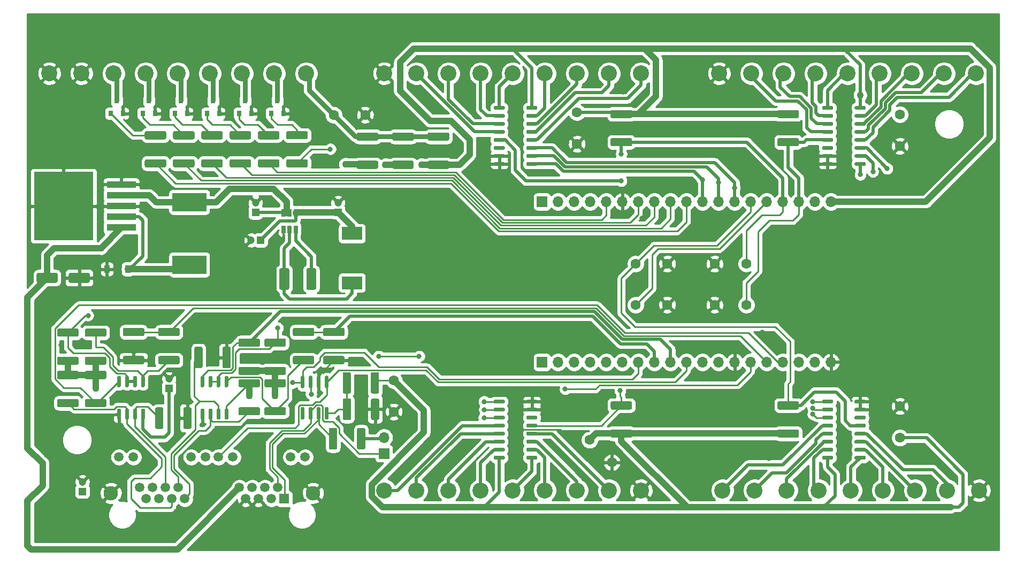
<source format=gtl>
%TF.GenerationSoftware,KiCad,Pcbnew,(5.1.12)-1*%
%TF.CreationDate,2023-04-30T22:07:06+02:00*%
%TF.ProjectId,roomcontroller,726f6f6d-636f-46e7-9472-6f6c6c65722e,rev?*%
%TF.SameCoordinates,Original*%
%TF.FileFunction,Copper,L1,Top*%
%TF.FilePolarity,Positive*%
%FSLAX46Y46*%
G04 Gerber Fmt 4.6, Leading zero omitted, Abs format (unit mm)*
G04 Created by KiCad (PCBNEW (5.1.12)-1) date 2023-04-30 22:07:06*
%MOMM*%
%LPD*%
G01*
G04 APERTURE LIST*
%TA.AperFunction,ComponentPad*%
%ADD10O,1.700000X1.700000*%
%TD*%
%TA.AperFunction,ComponentPad*%
%ADD11R,1.700000X1.700000*%
%TD*%
%TA.AperFunction,ComponentPad*%
%ADD12C,1.600000*%
%TD*%
%TA.AperFunction,ComponentPad*%
%ADD13C,2.540000*%
%TD*%
%TA.AperFunction,ComponentPad*%
%ADD14C,1.200000*%
%TD*%
%TA.AperFunction,ComponentPad*%
%ADD15R,1.200000X1.200000*%
%TD*%
%TA.AperFunction,SMDPad,CuDef*%
%ADD16R,5.400000X2.900000*%
%TD*%
%TA.AperFunction,SMDPad,CuDef*%
%ADD17R,3.200000X2.000000*%
%TD*%
%TA.AperFunction,SMDPad,CuDef*%
%ADD18R,0.650000X1.220000*%
%TD*%
%TA.AperFunction,SMDPad,CuDef*%
%ADD19R,0.800000X0.900000*%
%TD*%
%TA.AperFunction,SMDPad,CuDef*%
%ADD20R,9.400000X10.800000*%
%TD*%
%TA.AperFunction,SMDPad,CuDef*%
%ADD21R,4.600000X1.100000*%
%TD*%
%TA.AperFunction,ComponentPad*%
%ADD22C,1.500000*%
%TD*%
%TA.AperFunction,ComponentPad*%
%ADD23C,2.300000*%
%TD*%
%TA.AperFunction,ComponentPad*%
%ADD24R,1.500000X1.500000*%
%TD*%
%TA.AperFunction,SMDPad,CuDef*%
%ADD25R,0.900000X1.200000*%
%TD*%
%TA.AperFunction,ViaPad*%
%ADD26C,0.800000*%
%TD*%
%TA.AperFunction,ViaPad*%
%ADD27C,1.100000*%
%TD*%
%TA.AperFunction,Conductor*%
%ADD28C,0.500000*%
%TD*%
%TA.AperFunction,Conductor*%
%ADD29C,1.000000*%
%TD*%
%TA.AperFunction,Conductor*%
%ADD30C,0.750000*%
%TD*%
%TA.AperFunction,Conductor*%
%ADD31C,0.250000*%
%TD*%
%TA.AperFunction,Conductor*%
%ADD32C,0.254000*%
%TD*%
%TA.AperFunction,Conductor*%
%ADD33C,0.100000*%
%TD*%
G04 APERTURE END LIST*
D10*
%TO.P,ESP1,22*%
%TO.N,Net-(ESP1-Pad22)*%
X112620000Y-55750000D03*
%TO.P,ESP1,23*%
%TO.N,Net-(ESP1-Pad23)*%
X115160000Y-55750000D03*
D11*
%TO.P,ESP1,20*%
%TO.N,Net-(ESP1-Pad20)*%
X107540000Y-55750000D03*
D10*
%TO.P,ESP1,25*%
%TO.N,GND*%
X120240000Y-55750000D03*
%TO.P,ESP1,28*%
%TO.N,LP-LSD2*%
X127860000Y-55750000D03*
%TO.P,ESP1,21*%
%TO.N,Net-(ESP1-Pad21)*%
X110080000Y-55750000D03*
%TO.P,ESP1,24*%
%TO.N,LP-LSD5*%
X117700000Y-55750000D03*
%TO.P,ESP1,26*%
%TO.N,LP-LSD4*%
X122780000Y-55750000D03*
%TO.P,ESP1,29*%
%TO.N,LP-LSD1*%
X130400000Y-55750000D03*
%TO.P,ESP1,27*%
%TO.N,LP-LSD3*%
X125320000Y-55750000D03*
%TO.P,ESP1,33*%
%TO.N,Y4*%
X140560000Y-55750000D03*
%TO.P,ESP1,30*%
%TO.N,S2*%
X132940000Y-55750000D03*
%TO.P,ESP1,37*%
%TO.N,Net-(ESP1-Pad37)*%
X150720000Y-55750000D03*
%TO.P,ESP1,31*%
%TO.N,S1*%
X135480000Y-55750000D03*
%TO.P,ESP1,38*%
%TO.N,+3V3*%
X153260000Y-55750000D03*
%TO.P,ESP1,34*%
%TO.N,Y3*%
X143100000Y-55750000D03*
%TO.P,ESP1,32*%
%TO.N,S0*%
X138020000Y-55750000D03*
%TO.P,ESP1,35*%
%TO.N,Y2*%
X145640000Y-55750000D03*
%TO.P,ESP1,36*%
%TO.N,Y1*%
X148180000Y-55750000D03*
%TO.P,ESP1,3*%
%TO.N,Net-(ESP1-Pad3)*%
X112620000Y-81150000D03*
%TO.P,ESP1,4*%
%TO.N,Net-(ESP1-Pad4)*%
X115160000Y-81150000D03*
D11*
%TO.P,ESP1,1*%
%TO.N,Net-(ESP1-Pad1)*%
X107540000Y-81150000D03*
D10*
%TO.P,ESP1,6*%
%TO.N,Net-(ESP1-Pad6)*%
X120240000Y-81150000D03*
%TO.P,ESP1,9*%
%TO.N,MB_TX_U2*%
X127860000Y-81150000D03*
%TO.P,ESP1,2*%
%TO.N,Net-(ESP1-Pad2)*%
X110080000Y-81150000D03*
%TO.P,ESP1,5*%
%TO.N,Net-(ESP1-Pad5)*%
X117700000Y-81150000D03*
%TO.P,ESP1,7*%
%TO.N,CAN_RX*%
X122780000Y-81150000D03*
%TO.P,ESP1,10*%
%TO.N,CAN_TX*%
X130400000Y-81150000D03*
%TO.P,ESP1,8*%
%TO.N,MB_RX_U2*%
X125320000Y-81150000D03*
%TO.P,ESP1,14*%
%TO.N,MB_DIR_CTRL_U0*%
X140560000Y-81150000D03*
%TO.P,ESP1,11*%
%TO.N,Net-(ESP1-Pad11)*%
X132940000Y-81150000D03*
%TO.P,ESP1,18*%
%TO.N,MB_DIR_CTRL_U2*%
X150720000Y-81150000D03*
%TO.P,ESP1,12*%
%TO.N,Net-(ESP1-Pad12)*%
X135480000Y-81150000D03*
%TO.P,ESP1,19*%
%TO.N,GND*%
X153260000Y-81150000D03*
%TO.P,ESP1,15*%
%TO.N,MB_RX_U0*%
X143100000Y-81150000D03*
%TO.P,ESP1,13*%
%TO.N,GND*%
X138020000Y-81150000D03*
%TO.P,ESP1,16*%
%TO.N,MB_TX_U0*%
X145640000Y-81150000D03*
%TO.P,ESP1,17*%
%TO.N,LP-LSD6*%
X148180000Y-81150000D03*
%TD*%
D12*
%TO.P,C16,2*%
%TO.N,+3V3*%
X115064466Y-93464466D03*
%TO.P,C16,1*%
%TO.N,GND*%
X118600000Y-97000000D03*
%TD*%
%TO.P,C15,2*%
%TO.N,+3V3*%
X164170000Y-93120000D03*
%TO.P,C15,1*%
%TO.N,GND*%
X164170000Y-88120000D03*
%TD*%
%TO.P,C13,2*%
%TO.N,+3V3*%
X113070000Y-41610000D03*
%TO.P,C13,1*%
%TO.N,GND*%
X113070000Y-46610000D03*
%TD*%
%TO.P,U4,16*%
%TO.N,+3V3*%
%TA.AperFunction,SMDPad,CuDef*%
G36*
G01*
X153610000Y-96125000D02*
X153610000Y-96425000D01*
G75*
G02*
X153460000Y-96575000I-150000J0D01*
G01*
X152010000Y-96575000D01*
G75*
G02*
X151860000Y-96425000I0J150000D01*
G01*
X151860000Y-96125000D01*
G75*
G02*
X152010000Y-95975000I150000J0D01*
G01*
X153460000Y-95975000D01*
G75*
G02*
X153610000Y-96125000I0J-150000D01*
G01*
G37*
%TD.AperFunction*%
%TO.P,U4,15*%
%TO.N,4_I4*%
%TA.AperFunction,SMDPad,CuDef*%
G36*
G01*
X153610000Y-94855000D02*
X153610000Y-95155000D01*
G75*
G02*
X153460000Y-95305000I-150000J0D01*
G01*
X152010000Y-95305000D01*
G75*
G02*
X151860000Y-95155000I0J150000D01*
G01*
X151860000Y-94855000D01*
G75*
G02*
X152010000Y-94705000I150000J0D01*
G01*
X153460000Y-94705000D01*
G75*
G02*
X153610000Y-94855000I0J-150000D01*
G01*
G37*
%TD.AperFunction*%
%TO.P,U4,14*%
%TO.N,4_I5*%
%TA.AperFunction,SMDPad,CuDef*%
G36*
G01*
X153610000Y-93585000D02*
X153610000Y-93885000D01*
G75*
G02*
X153460000Y-94035000I-150000J0D01*
G01*
X152010000Y-94035000D01*
G75*
G02*
X151860000Y-93885000I0J150000D01*
G01*
X151860000Y-93585000D01*
G75*
G02*
X152010000Y-93435000I150000J0D01*
G01*
X153460000Y-93435000D01*
G75*
G02*
X153610000Y-93585000I0J-150000D01*
G01*
G37*
%TD.AperFunction*%
%TO.P,U4,13*%
%TO.N,4_I6*%
%TA.AperFunction,SMDPad,CuDef*%
G36*
G01*
X153610000Y-92315000D02*
X153610000Y-92615000D01*
G75*
G02*
X153460000Y-92765000I-150000J0D01*
G01*
X152010000Y-92765000D01*
G75*
G02*
X151860000Y-92615000I0J150000D01*
G01*
X151860000Y-92315000D01*
G75*
G02*
X152010000Y-92165000I150000J0D01*
G01*
X153460000Y-92165000D01*
G75*
G02*
X153610000Y-92315000I0J-150000D01*
G01*
G37*
%TD.AperFunction*%
%TO.P,U4,12*%
%TO.N,4_I7*%
%TA.AperFunction,SMDPad,CuDef*%
G36*
G01*
X153610000Y-91045000D02*
X153610000Y-91345000D01*
G75*
G02*
X153460000Y-91495000I-150000J0D01*
G01*
X152010000Y-91495000D01*
G75*
G02*
X151860000Y-91345000I0J150000D01*
G01*
X151860000Y-91045000D01*
G75*
G02*
X152010000Y-90895000I150000J0D01*
G01*
X153460000Y-90895000D01*
G75*
G02*
X153610000Y-91045000I0J-150000D01*
G01*
G37*
%TD.AperFunction*%
%TO.P,U4,11*%
%TO.N,S0*%
%TA.AperFunction,SMDPad,CuDef*%
G36*
G01*
X153610000Y-89775000D02*
X153610000Y-90075000D01*
G75*
G02*
X153460000Y-90225000I-150000J0D01*
G01*
X152010000Y-90225000D01*
G75*
G02*
X151860000Y-90075000I0J150000D01*
G01*
X151860000Y-89775000D01*
G75*
G02*
X152010000Y-89625000I150000J0D01*
G01*
X153460000Y-89625000D01*
G75*
G02*
X153610000Y-89775000I0J-150000D01*
G01*
G37*
%TD.AperFunction*%
%TO.P,U4,10*%
%TO.N,S1*%
%TA.AperFunction,SMDPad,CuDef*%
G36*
G01*
X153610000Y-88505000D02*
X153610000Y-88805000D01*
G75*
G02*
X153460000Y-88955000I-150000J0D01*
G01*
X152010000Y-88955000D01*
G75*
G02*
X151860000Y-88805000I0J150000D01*
G01*
X151860000Y-88505000D01*
G75*
G02*
X152010000Y-88355000I150000J0D01*
G01*
X153460000Y-88355000D01*
G75*
G02*
X153610000Y-88505000I0J-150000D01*
G01*
G37*
%TD.AperFunction*%
%TO.P,U4,9*%
%TO.N,S2*%
%TA.AperFunction,SMDPad,CuDef*%
G36*
G01*
X153610000Y-87235000D02*
X153610000Y-87535000D01*
G75*
G02*
X153460000Y-87685000I-150000J0D01*
G01*
X152010000Y-87685000D01*
G75*
G02*
X151860000Y-87535000I0J150000D01*
G01*
X151860000Y-87235000D01*
G75*
G02*
X152010000Y-87085000I150000J0D01*
G01*
X153460000Y-87085000D01*
G75*
G02*
X153610000Y-87235000I0J-150000D01*
G01*
G37*
%TD.AperFunction*%
%TO.P,U4,8*%
%TO.N,GND*%
%TA.AperFunction,SMDPad,CuDef*%
G36*
G01*
X158760000Y-87235000D02*
X158760000Y-87535000D01*
G75*
G02*
X158610000Y-87685000I-150000J0D01*
G01*
X157160000Y-87685000D01*
G75*
G02*
X157010000Y-87535000I0J150000D01*
G01*
X157010000Y-87235000D01*
G75*
G02*
X157160000Y-87085000I150000J0D01*
G01*
X158610000Y-87085000D01*
G75*
G02*
X158760000Y-87235000I0J-150000D01*
G01*
G37*
%TD.AperFunction*%
%TO.P,U4,7*%
%TA.AperFunction,SMDPad,CuDef*%
G36*
G01*
X158760000Y-88505000D02*
X158760000Y-88805000D01*
G75*
G02*
X158610000Y-88955000I-150000J0D01*
G01*
X157160000Y-88955000D01*
G75*
G02*
X157010000Y-88805000I0J150000D01*
G01*
X157010000Y-88505000D01*
G75*
G02*
X157160000Y-88355000I150000J0D01*
G01*
X158610000Y-88355000D01*
G75*
G02*
X158760000Y-88505000I0J-150000D01*
G01*
G37*
%TD.AperFunction*%
%TO.P,U4,6*%
%TO.N,Net-(U4-Pad6)*%
%TA.AperFunction,SMDPad,CuDef*%
G36*
G01*
X158760000Y-89775000D02*
X158760000Y-90075000D01*
G75*
G02*
X158610000Y-90225000I-150000J0D01*
G01*
X157160000Y-90225000D01*
G75*
G02*
X157010000Y-90075000I0J150000D01*
G01*
X157010000Y-89775000D01*
G75*
G02*
X157160000Y-89625000I150000J0D01*
G01*
X158610000Y-89625000D01*
G75*
G02*
X158760000Y-89775000I0J-150000D01*
G01*
G37*
%TD.AperFunction*%
%TO.P,U4,5*%
%TO.N,Y4*%
%TA.AperFunction,SMDPad,CuDef*%
G36*
G01*
X158760000Y-91045000D02*
X158760000Y-91345000D01*
G75*
G02*
X158610000Y-91495000I-150000J0D01*
G01*
X157160000Y-91495000D01*
G75*
G02*
X157010000Y-91345000I0J150000D01*
G01*
X157010000Y-91045000D01*
G75*
G02*
X157160000Y-90895000I150000J0D01*
G01*
X158610000Y-90895000D01*
G75*
G02*
X158760000Y-91045000I0J-150000D01*
G01*
G37*
%TD.AperFunction*%
%TO.P,U4,4*%
%TO.N,4_I0*%
%TA.AperFunction,SMDPad,CuDef*%
G36*
G01*
X158760000Y-92315000D02*
X158760000Y-92615000D01*
G75*
G02*
X158610000Y-92765000I-150000J0D01*
G01*
X157160000Y-92765000D01*
G75*
G02*
X157010000Y-92615000I0J150000D01*
G01*
X157010000Y-92315000D01*
G75*
G02*
X157160000Y-92165000I150000J0D01*
G01*
X158610000Y-92165000D01*
G75*
G02*
X158760000Y-92315000I0J-150000D01*
G01*
G37*
%TD.AperFunction*%
%TO.P,U4,3*%
%TO.N,4_I1*%
%TA.AperFunction,SMDPad,CuDef*%
G36*
G01*
X158760000Y-93585000D02*
X158760000Y-93885000D01*
G75*
G02*
X158610000Y-94035000I-150000J0D01*
G01*
X157160000Y-94035000D01*
G75*
G02*
X157010000Y-93885000I0J150000D01*
G01*
X157010000Y-93585000D01*
G75*
G02*
X157160000Y-93435000I150000J0D01*
G01*
X158610000Y-93435000D01*
G75*
G02*
X158760000Y-93585000I0J-150000D01*
G01*
G37*
%TD.AperFunction*%
%TO.P,U4,2*%
%TO.N,4_I2*%
%TA.AperFunction,SMDPad,CuDef*%
G36*
G01*
X158760000Y-94855000D02*
X158760000Y-95155000D01*
G75*
G02*
X158610000Y-95305000I-150000J0D01*
G01*
X157160000Y-95305000D01*
G75*
G02*
X157010000Y-95155000I0J150000D01*
G01*
X157010000Y-94855000D01*
G75*
G02*
X157160000Y-94705000I150000J0D01*
G01*
X158610000Y-94705000D01*
G75*
G02*
X158760000Y-94855000I0J-150000D01*
G01*
G37*
%TD.AperFunction*%
%TO.P,U4,1*%
%TO.N,4_I3*%
%TA.AperFunction,SMDPad,CuDef*%
G36*
G01*
X158760000Y-96125000D02*
X158760000Y-96425000D01*
G75*
G02*
X158610000Y-96575000I-150000J0D01*
G01*
X157160000Y-96575000D01*
G75*
G02*
X157010000Y-96425000I0J150000D01*
G01*
X157010000Y-96125000D01*
G75*
G02*
X157160000Y-95975000I150000J0D01*
G01*
X158610000Y-95975000D01*
G75*
G02*
X158760000Y-96125000I0J-150000D01*
G01*
G37*
%TD.AperFunction*%
%TD*%
%TO.P,U3,16*%
%TO.N,+3V3*%
%TA.AperFunction,SMDPad,CuDef*%
G36*
G01*
X101650000Y-96125000D02*
X101650000Y-96425000D01*
G75*
G02*
X101500000Y-96575000I-150000J0D01*
G01*
X100050000Y-96575000D01*
G75*
G02*
X99900000Y-96425000I0J150000D01*
G01*
X99900000Y-96125000D01*
G75*
G02*
X100050000Y-95975000I150000J0D01*
G01*
X101500000Y-95975000D01*
G75*
G02*
X101650000Y-96125000I0J-150000D01*
G01*
G37*
%TD.AperFunction*%
%TO.P,U3,15*%
%TO.N,3_I4*%
%TA.AperFunction,SMDPad,CuDef*%
G36*
G01*
X101650000Y-94855000D02*
X101650000Y-95155000D01*
G75*
G02*
X101500000Y-95305000I-150000J0D01*
G01*
X100050000Y-95305000D01*
G75*
G02*
X99900000Y-95155000I0J150000D01*
G01*
X99900000Y-94855000D01*
G75*
G02*
X100050000Y-94705000I150000J0D01*
G01*
X101500000Y-94705000D01*
G75*
G02*
X101650000Y-94855000I0J-150000D01*
G01*
G37*
%TD.AperFunction*%
%TO.P,U3,14*%
%TO.N,3_I5*%
%TA.AperFunction,SMDPad,CuDef*%
G36*
G01*
X101650000Y-93585000D02*
X101650000Y-93885000D01*
G75*
G02*
X101500000Y-94035000I-150000J0D01*
G01*
X100050000Y-94035000D01*
G75*
G02*
X99900000Y-93885000I0J150000D01*
G01*
X99900000Y-93585000D01*
G75*
G02*
X100050000Y-93435000I150000J0D01*
G01*
X101500000Y-93435000D01*
G75*
G02*
X101650000Y-93585000I0J-150000D01*
G01*
G37*
%TD.AperFunction*%
%TO.P,U3,13*%
%TO.N,3_I6*%
%TA.AperFunction,SMDPad,CuDef*%
G36*
G01*
X101650000Y-92315000D02*
X101650000Y-92615000D01*
G75*
G02*
X101500000Y-92765000I-150000J0D01*
G01*
X100050000Y-92765000D01*
G75*
G02*
X99900000Y-92615000I0J150000D01*
G01*
X99900000Y-92315000D01*
G75*
G02*
X100050000Y-92165000I150000J0D01*
G01*
X101500000Y-92165000D01*
G75*
G02*
X101650000Y-92315000I0J-150000D01*
G01*
G37*
%TD.AperFunction*%
%TO.P,U3,12*%
%TO.N,3_I7*%
%TA.AperFunction,SMDPad,CuDef*%
G36*
G01*
X101650000Y-91045000D02*
X101650000Y-91345000D01*
G75*
G02*
X101500000Y-91495000I-150000J0D01*
G01*
X100050000Y-91495000D01*
G75*
G02*
X99900000Y-91345000I0J150000D01*
G01*
X99900000Y-91045000D01*
G75*
G02*
X100050000Y-90895000I150000J0D01*
G01*
X101500000Y-90895000D01*
G75*
G02*
X101650000Y-91045000I0J-150000D01*
G01*
G37*
%TD.AperFunction*%
%TO.P,U3,11*%
%TO.N,S0*%
%TA.AperFunction,SMDPad,CuDef*%
G36*
G01*
X101650000Y-89775000D02*
X101650000Y-90075000D01*
G75*
G02*
X101500000Y-90225000I-150000J0D01*
G01*
X100050000Y-90225000D01*
G75*
G02*
X99900000Y-90075000I0J150000D01*
G01*
X99900000Y-89775000D01*
G75*
G02*
X100050000Y-89625000I150000J0D01*
G01*
X101500000Y-89625000D01*
G75*
G02*
X101650000Y-89775000I0J-150000D01*
G01*
G37*
%TD.AperFunction*%
%TO.P,U3,10*%
%TO.N,S1*%
%TA.AperFunction,SMDPad,CuDef*%
G36*
G01*
X101650000Y-88505000D02*
X101650000Y-88805000D01*
G75*
G02*
X101500000Y-88955000I-150000J0D01*
G01*
X100050000Y-88955000D01*
G75*
G02*
X99900000Y-88805000I0J150000D01*
G01*
X99900000Y-88505000D01*
G75*
G02*
X100050000Y-88355000I150000J0D01*
G01*
X101500000Y-88355000D01*
G75*
G02*
X101650000Y-88505000I0J-150000D01*
G01*
G37*
%TD.AperFunction*%
%TO.P,U3,9*%
%TO.N,S2*%
%TA.AperFunction,SMDPad,CuDef*%
G36*
G01*
X101650000Y-87235000D02*
X101650000Y-87535000D01*
G75*
G02*
X101500000Y-87685000I-150000J0D01*
G01*
X100050000Y-87685000D01*
G75*
G02*
X99900000Y-87535000I0J150000D01*
G01*
X99900000Y-87235000D01*
G75*
G02*
X100050000Y-87085000I150000J0D01*
G01*
X101500000Y-87085000D01*
G75*
G02*
X101650000Y-87235000I0J-150000D01*
G01*
G37*
%TD.AperFunction*%
%TO.P,U3,8*%
%TO.N,GND*%
%TA.AperFunction,SMDPad,CuDef*%
G36*
G01*
X106800000Y-87235000D02*
X106800000Y-87535000D01*
G75*
G02*
X106650000Y-87685000I-150000J0D01*
G01*
X105200000Y-87685000D01*
G75*
G02*
X105050000Y-87535000I0J150000D01*
G01*
X105050000Y-87235000D01*
G75*
G02*
X105200000Y-87085000I150000J0D01*
G01*
X106650000Y-87085000D01*
G75*
G02*
X106800000Y-87235000I0J-150000D01*
G01*
G37*
%TD.AperFunction*%
%TO.P,U3,7*%
%TA.AperFunction,SMDPad,CuDef*%
G36*
G01*
X106800000Y-88505000D02*
X106800000Y-88805000D01*
G75*
G02*
X106650000Y-88955000I-150000J0D01*
G01*
X105200000Y-88955000D01*
G75*
G02*
X105050000Y-88805000I0J150000D01*
G01*
X105050000Y-88505000D01*
G75*
G02*
X105200000Y-88355000I150000J0D01*
G01*
X106650000Y-88355000D01*
G75*
G02*
X106800000Y-88505000I0J-150000D01*
G01*
G37*
%TD.AperFunction*%
%TO.P,U3,6*%
%TO.N,Net-(U3-Pad6)*%
%TA.AperFunction,SMDPad,CuDef*%
G36*
G01*
X106800000Y-89775000D02*
X106800000Y-90075000D01*
G75*
G02*
X106650000Y-90225000I-150000J0D01*
G01*
X105200000Y-90225000D01*
G75*
G02*
X105050000Y-90075000I0J150000D01*
G01*
X105050000Y-89775000D01*
G75*
G02*
X105200000Y-89625000I150000J0D01*
G01*
X106650000Y-89625000D01*
G75*
G02*
X106800000Y-89775000I0J-150000D01*
G01*
G37*
%TD.AperFunction*%
%TO.P,U3,5*%
%TO.N,Y3*%
%TA.AperFunction,SMDPad,CuDef*%
G36*
G01*
X106800000Y-91045000D02*
X106800000Y-91345000D01*
G75*
G02*
X106650000Y-91495000I-150000J0D01*
G01*
X105200000Y-91495000D01*
G75*
G02*
X105050000Y-91345000I0J150000D01*
G01*
X105050000Y-91045000D01*
G75*
G02*
X105200000Y-90895000I150000J0D01*
G01*
X106650000Y-90895000D01*
G75*
G02*
X106800000Y-91045000I0J-150000D01*
G01*
G37*
%TD.AperFunction*%
%TO.P,U3,4*%
%TO.N,3_I0*%
%TA.AperFunction,SMDPad,CuDef*%
G36*
G01*
X106800000Y-92315000D02*
X106800000Y-92615000D01*
G75*
G02*
X106650000Y-92765000I-150000J0D01*
G01*
X105200000Y-92765000D01*
G75*
G02*
X105050000Y-92615000I0J150000D01*
G01*
X105050000Y-92315000D01*
G75*
G02*
X105200000Y-92165000I150000J0D01*
G01*
X106650000Y-92165000D01*
G75*
G02*
X106800000Y-92315000I0J-150000D01*
G01*
G37*
%TD.AperFunction*%
%TO.P,U3,3*%
%TO.N,3_I1*%
%TA.AperFunction,SMDPad,CuDef*%
G36*
G01*
X106800000Y-93585000D02*
X106800000Y-93885000D01*
G75*
G02*
X106650000Y-94035000I-150000J0D01*
G01*
X105200000Y-94035000D01*
G75*
G02*
X105050000Y-93885000I0J150000D01*
G01*
X105050000Y-93585000D01*
G75*
G02*
X105200000Y-93435000I150000J0D01*
G01*
X106650000Y-93435000D01*
G75*
G02*
X106800000Y-93585000I0J-150000D01*
G01*
G37*
%TD.AperFunction*%
%TO.P,U3,2*%
%TO.N,3_I2*%
%TA.AperFunction,SMDPad,CuDef*%
G36*
G01*
X106800000Y-94855000D02*
X106800000Y-95155000D01*
G75*
G02*
X106650000Y-95305000I-150000J0D01*
G01*
X105200000Y-95305000D01*
G75*
G02*
X105050000Y-95155000I0J150000D01*
G01*
X105050000Y-94855000D01*
G75*
G02*
X105200000Y-94705000I150000J0D01*
G01*
X106650000Y-94705000D01*
G75*
G02*
X106800000Y-94855000I0J-150000D01*
G01*
G37*
%TD.AperFunction*%
%TO.P,U3,1*%
%TO.N,3_I3*%
%TA.AperFunction,SMDPad,CuDef*%
G36*
G01*
X106800000Y-96125000D02*
X106800000Y-96425000D01*
G75*
G02*
X106650000Y-96575000I-150000J0D01*
G01*
X105200000Y-96575000D01*
G75*
G02*
X105050000Y-96425000I0J150000D01*
G01*
X105050000Y-96125000D01*
G75*
G02*
X105200000Y-95975000I150000J0D01*
G01*
X106650000Y-95975000D01*
G75*
G02*
X106800000Y-96125000I0J-150000D01*
G01*
G37*
%TD.AperFunction*%
%TD*%
%TO.P,U2,16*%
%TO.N,+3V3*%
%TA.AperFunction,SMDPad,CuDef*%
G36*
G01*
X105050000Y-41035000D02*
X105050000Y-40735000D01*
G75*
G02*
X105200000Y-40585000I150000J0D01*
G01*
X106650000Y-40585000D01*
G75*
G02*
X106800000Y-40735000I0J-150000D01*
G01*
X106800000Y-41035000D01*
G75*
G02*
X106650000Y-41185000I-150000J0D01*
G01*
X105200000Y-41185000D01*
G75*
G02*
X105050000Y-41035000I0J150000D01*
G01*
G37*
%TD.AperFunction*%
%TO.P,U2,15*%
%TO.N,2_I4*%
%TA.AperFunction,SMDPad,CuDef*%
G36*
G01*
X105050000Y-42305000D02*
X105050000Y-42005000D01*
G75*
G02*
X105200000Y-41855000I150000J0D01*
G01*
X106650000Y-41855000D01*
G75*
G02*
X106800000Y-42005000I0J-150000D01*
G01*
X106800000Y-42305000D01*
G75*
G02*
X106650000Y-42455000I-150000J0D01*
G01*
X105200000Y-42455000D01*
G75*
G02*
X105050000Y-42305000I0J150000D01*
G01*
G37*
%TD.AperFunction*%
%TO.P,U2,14*%
%TO.N,2_I5*%
%TA.AperFunction,SMDPad,CuDef*%
G36*
G01*
X105050000Y-43575000D02*
X105050000Y-43275000D01*
G75*
G02*
X105200000Y-43125000I150000J0D01*
G01*
X106650000Y-43125000D01*
G75*
G02*
X106800000Y-43275000I0J-150000D01*
G01*
X106800000Y-43575000D01*
G75*
G02*
X106650000Y-43725000I-150000J0D01*
G01*
X105200000Y-43725000D01*
G75*
G02*
X105050000Y-43575000I0J150000D01*
G01*
G37*
%TD.AperFunction*%
%TO.P,U2,13*%
%TO.N,2_I6*%
%TA.AperFunction,SMDPad,CuDef*%
G36*
G01*
X105050000Y-44845000D02*
X105050000Y-44545000D01*
G75*
G02*
X105200000Y-44395000I150000J0D01*
G01*
X106650000Y-44395000D01*
G75*
G02*
X106800000Y-44545000I0J-150000D01*
G01*
X106800000Y-44845000D01*
G75*
G02*
X106650000Y-44995000I-150000J0D01*
G01*
X105200000Y-44995000D01*
G75*
G02*
X105050000Y-44845000I0J150000D01*
G01*
G37*
%TD.AperFunction*%
%TO.P,U2,12*%
%TO.N,2_I7*%
%TA.AperFunction,SMDPad,CuDef*%
G36*
G01*
X105050000Y-46115000D02*
X105050000Y-45815000D01*
G75*
G02*
X105200000Y-45665000I150000J0D01*
G01*
X106650000Y-45665000D01*
G75*
G02*
X106800000Y-45815000I0J-150000D01*
G01*
X106800000Y-46115000D01*
G75*
G02*
X106650000Y-46265000I-150000J0D01*
G01*
X105200000Y-46265000D01*
G75*
G02*
X105050000Y-46115000I0J150000D01*
G01*
G37*
%TD.AperFunction*%
%TO.P,U2,11*%
%TO.N,S0*%
%TA.AperFunction,SMDPad,CuDef*%
G36*
G01*
X105050000Y-47385000D02*
X105050000Y-47085000D01*
G75*
G02*
X105200000Y-46935000I150000J0D01*
G01*
X106650000Y-46935000D01*
G75*
G02*
X106800000Y-47085000I0J-150000D01*
G01*
X106800000Y-47385000D01*
G75*
G02*
X106650000Y-47535000I-150000J0D01*
G01*
X105200000Y-47535000D01*
G75*
G02*
X105050000Y-47385000I0J150000D01*
G01*
G37*
%TD.AperFunction*%
%TO.P,U2,10*%
%TO.N,S1*%
%TA.AperFunction,SMDPad,CuDef*%
G36*
G01*
X105050000Y-48655000D02*
X105050000Y-48355000D01*
G75*
G02*
X105200000Y-48205000I150000J0D01*
G01*
X106650000Y-48205000D01*
G75*
G02*
X106800000Y-48355000I0J-150000D01*
G01*
X106800000Y-48655000D01*
G75*
G02*
X106650000Y-48805000I-150000J0D01*
G01*
X105200000Y-48805000D01*
G75*
G02*
X105050000Y-48655000I0J150000D01*
G01*
G37*
%TD.AperFunction*%
%TO.P,U2,9*%
%TO.N,S2*%
%TA.AperFunction,SMDPad,CuDef*%
G36*
G01*
X105050000Y-49925000D02*
X105050000Y-49625000D01*
G75*
G02*
X105200000Y-49475000I150000J0D01*
G01*
X106650000Y-49475000D01*
G75*
G02*
X106800000Y-49625000I0J-150000D01*
G01*
X106800000Y-49925000D01*
G75*
G02*
X106650000Y-50075000I-150000J0D01*
G01*
X105200000Y-50075000D01*
G75*
G02*
X105050000Y-49925000I0J150000D01*
G01*
G37*
%TD.AperFunction*%
%TO.P,U2,8*%
%TO.N,GND*%
%TA.AperFunction,SMDPad,CuDef*%
G36*
G01*
X99900000Y-49925000D02*
X99900000Y-49625000D01*
G75*
G02*
X100050000Y-49475000I150000J0D01*
G01*
X101500000Y-49475000D01*
G75*
G02*
X101650000Y-49625000I0J-150000D01*
G01*
X101650000Y-49925000D01*
G75*
G02*
X101500000Y-50075000I-150000J0D01*
G01*
X100050000Y-50075000D01*
G75*
G02*
X99900000Y-49925000I0J150000D01*
G01*
G37*
%TD.AperFunction*%
%TO.P,U2,7*%
%TA.AperFunction,SMDPad,CuDef*%
G36*
G01*
X99900000Y-48655000D02*
X99900000Y-48355000D01*
G75*
G02*
X100050000Y-48205000I150000J0D01*
G01*
X101500000Y-48205000D01*
G75*
G02*
X101650000Y-48355000I0J-150000D01*
G01*
X101650000Y-48655000D01*
G75*
G02*
X101500000Y-48805000I-150000J0D01*
G01*
X100050000Y-48805000D01*
G75*
G02*
X99900000Y-48655000I0J150000D01*
G01*
G37*
%TD.AperFunction*%
%TO.P,U2,6*%
%TO.N,Net-(U2-Pad6)*%
%TA.AperFunction,SMDPad,CuDef*%
G36*
G01*
X99900000Y-47385000D02*
X99900000Y-47085000D01*
G75*
G02*
X100050000Y-46935000I150000J0D01*
G01*
X101500000Y-46935000D01*
G75*
G02*
X101650000Y-47085000I0J-150000D01*
G01*
X101650000Y-47385000D01*
G75*
G02*
X101500000Y-47535000I-150000J0D01*
G01*
X100050000Y-47535000D01*
G75*
G02*
X99900000Y-47385000I0J150000D01*
G01*
G37*
%TD.AperFunction*%
%TO.P,U2,5*%
%TO.N,Y2*%
%TA.AperFunction,SMDPad,CuDef*%
G36*
G01*
X99900000Y-46115000D02*
X99900000Y-45815000D01*
G75*
G02*
X100050000Y-45665000I150000J0D01*
G01*
X101500000Y-45665000D01*
G75*
G02*
X101650000Y-45815000I0J-150000D01*
G01*
X101650000Y-46115000D01*
G75*
G02*
X101500000Y-46265000I-150000J0D01*
G01*
X100050000Y-46265000D01*
G75*
G02*
X99900000Y-46115000I0J150000D01*
G01*
G37*
%TD.AperFunction*%
%TO.P,U2,4*%
%TO.N,2_I0*%
%TA.AperFunction,SMDPad,CuDef*%
G36*
G01*
X99900000Y-44845000D02*
X99900000Y-44545000D01*
G75*
G02*
X100050000Y-44395000I150000J0D01*
G01*
X101500000Y-44395000D01*
G75*
G02*
X101650000Y-44545000I0J-150000D01*
G01*
X101650000Y-44845000D01*
G75*
G02*
X101500000Y-44995000I-150000J0D01*
G01*
X100050000Y-44995000D01*
G75*
G02*
X99900000Y-44845000I0J150000D01*
G01*
G37*
%TD.AperFunction*%
%TO.P,U2,3*%
%TO.N,2_I1*%
%TA.AperFunction,SMDPad,CuDef*%
G36*
G01*
X99900000Y-43575000D02*
X99900000Y-43275000D01*
G75*
G02*
X100050000Y-43125000I150000J0D01*
G01*
X101500000Y-43125000D01*
G75*
G02*
X101650000Y-43275000I0J-150000D01*
G01*
X101650000Y-43575000D01*
G75*
G02*
X101500000Y-43725000I-150000J0D01*
G01*
X100050000Y-43725000D01*
G75*
G02*
X99900000Y-43575000I0J150000D01*
G01*
G37*
%TD.AperFunction*%
%TO.P,U2,2*%
%TO.N,2_I2*%
%TA.AperFunction,SMDPad,CuDef*%
G36*
G01*
X99900000Y-42305000D02*
X99900000Y-42005000D01*
G75*
G02*
X100050000Y-41855000I150000J0D01*
G01*
X101500000Y-41855000D01*
G75*
G02*
X101650000Y-42005000I0J-150000D01*
G01*
X101650000Y-42305000D01*
G75*
G02*
X101500000Y-42455000I-150000J0D01*
G01*
X100050000Y-42455000D01*
G75*
G02*
X99900000Y-42305000I0J150000D01*
G01*
G37*
%TD.AperFunction*%
%TO.P,U2,1*%
%TO.N,2_I3*%
%TA.AperFunction,SMDPad,CuDef*%
G36*
G01*
X99900000Y-41035000D02*
X99900000Y-40735000D01*
G75*
G02*
X100050000Y-40585000I150000J0D01*
G01*
X101500000Y-40585000D01*
G75*
G02*
X101650000Y-40735000I0J-150000D01*
G01*
X101650000Y-41035000D01*
G75*
G02*
X101500000Y-41185000I-150000J0D01*
G01*
X100050000Y-41185000D01*
G75*
G02*
X99900000Y-41035000I0J150000D01*
G01*
G37*
%TD.AperFunction*%
%TD*%
%TO.P,U1,16*%
%TO.N,+3V3*%
%TA.AperFunction,SMDPad,CuDef*%
G36*
G01*
X157010000Y-41035000D02*
X157010000Y-40735000D01*
G75*
G02*
X157160000Y-40585000I150000J0D01*
G01*
X158610000Y-40585000D01*
G75*
G02*
X158760000Y-40735000I0J-150000D01*
G01*
X158760000Y-41035000D01*
G75*
G02*
X158610000Y-41185000I-150000J0D01*
G01*
X157160000Y-41185000D01*
G75*
G02*
X157010000Y-41035000I0J150000D01*
G01*
G37*
%TD.AperFunction*%
%TO.P,U1,15*%
%TO.N,1_I4*%
%TA.AperFunction,SMDPad,CuDef*%
G36*
G01*
X157010000Y-42305000D02*
X157010000Y-42005000D01*
G75*
G02*
X157160000Y-41855000I150000J0D01*
G01*
X158610000Y-41855000D01*
G75*
G02*
X158760000Y-42005000I0J-150000D01*
G01*
X158760000Y-42305000D01*
G75*
G02*
X158610000Y-42455000I-150000J0D01*
G01*
X157160000Y-42455000D01*
G75*
G02*
X157010000Y-42305000I0J150000D01*
G01*
G37*
%TD.AperFunction*%
%TO.P,U1,14*%
%TO.N,1_I5*%
%TA.AperFunction,SMDPad,CuDef*%
G36*
G01*
X157010000Y-43575000D02*
X157010000Y-43275000D01*
G75*
G02*
X157160000Y-43125000I150000J0D01*
G01*
X158610000Y-43125000D01*
G75*
G02*
X158760000Y-43275000I0J-150000D01*
G01*
X158760000Y-43575000D01*
G75*
G02*
X158610000Y-43725000I-150000J0D01*
G01*
X157160000Y-43725000D01*
G75*
G02*
X157010000Y-43575000I0J150000D01*
G01*
G37*
%TD.AperFunction*%
%TO.P,U1,13*%
%TO.N,1_I6*%
%TA.AperFunction,SMDPad,CuDef*%
G36*
G01*
X157010000Y-44845000D02*
X157010000Y-44545000D01*
G75*
G02*
X157160000Y-44395000I150000J0D01*
G01*
X158610000Y-44395000D01*
G75*
G02*
X158760000Y-44545000I0J-150000D01*
G01*
X158760000Y-44845000D01*
G75*
G02*
X158610000Y-44995000I-150000J0D01*
G01*
X157160000Y-44995000D01*
G75*
G02*
X157010000Y-44845000I0J150000D01*
G01*
G37*
%TD.AperFunction*%
%TO.P,U1,12*%
%TO.N,1_I7*%
%TA.AperFunction,SMDPad,CuDef*%
G36*
G01*
X157010000Y-46115000D02*
X157010000Y-45815000D01*
G75*
G02*
X157160000Y-45665000I150000J0D01*
G01*
X158610000Y-45665000D01*
G75*
G02*
X158760000Y-45815000I0J-150000D01*
G01*
X158760000Y-46115000D01*
G75*
G02*
X158610000Y-46265000I-150000J0D01*
G01*
X157160000Y-46265000D01*
G75*
G02*
X157010000Y-46115000I0J150000D01*
G01*
G37*
%TD.AperFunction*%
%TO.P,U1,11*%
%TO.N,S0*%
%TA.AperFunction,SMDPad,CuDef*%
G36*
G01*
X157010000Y-47385000D02*
X157010000Y-47085000D01*
G75*
G02*
X157160000Y-46935000I150000J0D01*
G01*
X158610000Y-46935000D01*
G75*
G02*
X158760000Y-47085000I0J-150000D01*
G01*
X158760000Y-47385000D01*
G75*
G02*
X158610000Y-47535000I-150000J0D01*
G01*
X157160000Y-47535000D01*
G75*
G02*
X157010000Y-47385000I0J150000D01*
G01*
G37*
%TD.AperFunction*%
%TO.P,U1,10*%
%TO.N,S1*%
%TA.AperFunction,SMDPad,CuDef*%
G36*
G01*
X157010000Y-48655000D02*
X157010000Y-48355000D01*
G75*
G02*
X157160000Y-48205000I150000J0D01*
G01*
X158610000Y-48205000D01*
G75*
G02*
X158760000Y-48355000I0J-150000D01*
G01*
X158760000Y-48655000D01*
G75*
G02*
X158610000Y-48805000I-150000J0D01*
G01*
X157160000Y-48805000D01*
G75*
G02*
X157010000Y-48655000I0J150000D01*
G01*
G37*
%TD.AperFunction*%
%TO.P,U1,9*%
%TO.N,S2*%
%TA.AperFunction,SMDPad,CuDef*%
G36*
G01*
X157010000Y-49925000D02*
X157010000Y-49625000D01*
G75*
G02*
X157160000Y-49475000I150000J0D01*
G01*
X158610000Y-49475000D01*
G75*
G02*
X158760000Y-49625000I0J-150000D01*
G01*
X158760000Y-49925000D01*
G75*
G02*
X158610000Y-50075000I-150000J0D01*
G01*
X157160000Y-50075000D01*
G75*
G02*
X157010000Y-49925000I0J150000D01*
G01*
G37*
%TD.AperFunction*%
%TO.P,U1,8*%
%TO.N,GND*%
%TA.AperFunction,SMDPad,CuDef*%
G36*
G01*
X151860000Y-49925000D02*
X151860000Y-49625000D01*
G75*
G02*
X152010000Y-49475000I150000J0D01*
G01*
X153460000Y-49475000D01*
G75*
G02*
X153610000Y-49625000I0J-150000D01*
G01*
X153610000Y-49925000D01*
G75*
G02*
X153460000Y-50075000I-150000J0D01*
G01*
X152010000Y-50075000D01*
G75*
G02*
X151860000Y-49925000I0J150000D01*
G01*
G37*
%TD.AperFunction*%
%TO.P,U1,7*%
%TA.AperFunction,SMDPad,CuDef*%
G36*
G01*
X151860000Y-48655000D02*
X151860000Y-48355000D01*
G75*
G02*
X152010000Y-48205000I150000J0D01*
G01*
X153460000Y-48205000D01*
G75*
G02*
X153610000Y-48355000I0J-150000D01*
G01*
X153610000Y-48655000D01*
G75*
G02*
X153460000Y-48805000I-150000J0D01*
G01*
X152010000Y-48805000D01*
G75*
G02*
X151860000Y-48655000I0J150000D01*
G01*
G37*
%TD.AperFunction*%
%TO.P,U1,6*%
%TO.N,Net-(U1-Pad6)*%
%TA.AperFunction,SMDPad,CuDef*%
G36*
G01*
X151860000Y-47385000D02*
X151860000Y-47085000D01*
G75*
G02*
X152010000Y-46935000I150000J0D01*
G01*
X153460000Y-46935000D01*
G75*
G02*
X153610000Y-47085000I0J-150000D01*
G01*
X153610000Y-47385000D01*
G75*
G02*
X153460000Y-47535000I-150000J0D01*
G01*
X152010000Y-47535000D01*
G75*
G02*
X151860000Y-47385000I0J150000D01*
G01*
G37*
%TD.AperFunction*%
%TO.P,U1,5*%
%TO.N,Y1*%
%TA.AperFunction,SMDPad,CuDef*%
G36*
G01*
X151860000Y-46115000D02*
X151860000Y-45815000D01*
G75*
G02*
X152010000Y-45665000I150000J0D01*
G01*
X153460000Y-45665000D01*
G75*
G02*
X153610000Y-45815000I0J-150000D01*
G01*
X153610000Y-46115000D01*
G75*
G02*
X153460000Y-46265000I-150000J0D01*
G01*
X152010000Y-46265000D01*
G75*
G02*
X151860000Y-46115000I0J150000D01*
G01*
G37*
%TD.AperFunction*%
%TO.P,U1,4*%
%TO.N,1_I0*%
%TA.AperFunction,SMDPad,CuDef*%
G36*
G01*
X151860000Y-44845000D02*
X151860000Y-44545000D01*
G75*
G02*
X152010000Y-44395000I150000J0D01*
G01*
X153460000Y-44395000D01*
G75*
G02*
X153610000Y-44545000I0J-150000D01*
G01*
X153610000Y-44845000D01*
G75*
G02*
X153460000Y-44995000I-150000J0D01*
G01*
X152010000Y-44995000D01*
G75*
G02*
X151860000Y-44845000I0J150000D01*
G01*
G37*
%TD.AperFunction*%
%TO.P,U1,3*%
%TO.N,1_I1*%
%TA.AperFunction,SMDPad,CuDef*%
G36*
G01*
X151860000Y-43575000D02*
X151860000Y-43275000D01*
G75*
G02*
X152010000Y-43125000I150000J0D01*
G01*
X153460000Y-43125000D01*
G75*
G02*
X153610000Y-43275000I0J-150000D01*
G01*
X153610000Y-43575000D01*
G75*
G02*
X153460000Y-43725000I-150000J0D01*
G01*
X152010000Y-43725000D01*
G75*
G02*
X151860000Y-43575000I0J150000D01*
G01*
G37*
%TD.AperFunction*%
%TO.P,U1,2*%
%TO.N,1_I2*%
%TA.AperFunction,SMDPad,CuDef*%
G36*
G01*
X151860000Y-42305000D02*
X151860000Y-42005000D01*
G75*
G02*
X152010000Y-41855000I150000J0D01*
G01*
X153460000Y-41855000D01*
G75*
G02*
X153610000Y-42005000I0J-150000D01*
G01*
X153610000Y-42305000D01*
G75*
G02*
X153460000Y-42455000I-150000J0D01*
G01*
X152010000Y-42455000D01*
G75*
G02*
X151860000Y-42305000I0J150000D01*
G01*
G37*
%TD.AperFunction*%
%TO.P,U1,1*%
%TO.N,1_I3*%
%TA.AperFunction,SMDPad,CuDef*%
G36*
G01*
X151860000Y-41035000D02*
X151860000Y-40735000D01*
G75*
G02*
X152010000Y-40585000I150000J0D01*
G01*
X153460000Y-40585000D01*
G75*
G02*
X153610000Y-40735000I0J-150000D01*
G01*
X153610000Y-41035000D01*
G75*
G02*
X153460000Y-41185000I-150000J0D01*
G01*
X152010000Y-41185000D01*
G75*
G02*
X151860000Y-41035000I0J150000D01*
G01*
G37*
%TD.AperFunction*%
%TD*%
D13*
%TO.P,J6,9*%
%TO.N,GND*%
X176720000Y-101450000D03*
%TO.P,J6,8*%
%TO.N,4_I0*%
X171640000Y-101450000D03*
%TO.P,J6,7*%
%TO.N,4_I1*%
X166560000Y-101450000D03*
%TO.P,J6,6*%
%TO.N,4_I2*%
X161480000Y-101450000D03*
%TO.P,J6,5*%
%TO.N,4_I3*%
X156400000Y-101450000D03*
%TO.P,J6,4*%
%TO.N,4_I4*%
X151320000Y-101450000D03*
%TO.P,J6,3*%
%TO.N,4_I5*%
X146240000Y-101450000D03*
%TO.P,J6,2*%
%TO.N,4_I6*%
X141160000Y-101450000D03*
%TO.P,J6,1*%
%TO.N,4_I7*%
X136080000Y-101450000D03*
%TD*%
%TO.P,J5,9*%
%TO.N,GND*%
X123220000Y-101450000D03*
%TO.P,J5,8*%
%TO.N,3_I0*%
X118140000Y-101450000D03*
%TO.P,J5,7*%
%TO.N,3_I1*%
X113060000Y-101450000D03*
%TO.P,J5,6*%
%TO.N,3_I2*%
X107980000Y-101450000D03*
%TO.P,J5,5*%
%TO.N,3_I3*%
X102900000Y-101450000D03*
%TO.P,J5,4*%
%TO.N,3_I4*%
X97820000Y-101450000D03*
%TO.P,J5,3*%
%TO.N,3_I5*%
X92740000Y-101450000D03*
%TO.P,J5,2*%
%TO.N,3_I6*%
X87660000Y-101450000D03*
%TO.P,J5,1*%
%TO.N,3_I7*%
X82580000Y-101450000D03*
%TD*%
%TO.P,J2,9*%
%TO.N,GND*%
X135580000Y-35450000D03*
%TO.P,J2,8*%
%TO.N,1_I0*%
X140660000Y-35450000D03*
%TO.P,J2,7*%
%TO.N,1_I1*%
X145740000Y-35450000D03*
%TO.P,J2,6*%
%TO.N,1_I2*%
X150820000Y-35450000D03*
%TO.P,J2,5*%
%TO.N,1_I3*%
X155900000Y-35450000D03*
%TO.P,J2,4*%
%TO.N,1_I4*%
X160980000Y-35450000D03*
%TO.P,J2,3*%
%TO.N,1_I5*%
X166060000Y-35450000D03*
%TO.P,J2,2*%
%TO.N,1_I6*%
X171140000Y-35450000D03*
%TO.P,J2,1*%
%TO.N,1_I7*%
X176220000Y-35450000D03*
%TD*%
%TO.P,J4,4*%
%TO.N,2_I4*%
X107980000Y-35450000D03*
%TO.P,J4,3*%
%TO.N,2_I5*%
X113060000Y-35450000D03*
%TO.P,J4,2*%
%TO.N,2_I6*%
X118140000Y-35450000D03*
%TO.P,J4,1*%
%TO.N,2_I7*%
X123220000Y-35450000D03*
%TO.P,J4,9*%
%TO.N,GND*%
X82580000Y-35450000D03*
%TO.P,J4,8*%
%TO.N,2_I0*%
X87660000Y-35450000D03*
%TO.P,J4,7*%
%TO.N,2_I1*%
X92740000Y-35450000D03*
%TO.P,J4,6*%
%TO.N,2_I2*%
X97820000Y-35450000D03*
%TO.P,J4,5*%
%TO.N,2_I3*%
X102900000Y-35450000D03*
%TD*%
%TO.P,J3,4*%
%TO.N,Net-(J3-Pad4)*%
X54980000Y-35450000D03*
%TO.P,J3,3*%
%TO.N,Net-(J3-Pad3)*%
X60060000Y-35450000D03*
%TO.P,J3,2*%
%TO.N,Net-(J3-Pad2)*%
X65140000Y-35450000D03*
%TO.P,J3,1*%
%TO.N,Net-(C11-Pad2)*%
X70220000Y-35450000D03*
%TO.P,J3,9*%
%TO.N,GND*%
X29580000Y-35450000D03*
%TO.P,J3,8*%
X34660000Y-35450000D03*
%TO.P,J3,7*%
%TO.N,Net-(J3-Pad7)*%
X39740000Y-35450000D03*
%TO.P,J3,6*%
%TO.N,Net-(J3-Pad6)*%
X44820000Y-35450000D03*
%TO.P,J3,5*%
%TO.N,Net-(J3-Pad5)*%
X49900000Y-35450000D03*
%TD*%
D14*
%TO.P,C2,2*%
%TO.N,GND*%
X48500000Y-83800000D03*
D15*
%TO.P,C2,1*%
%TO.N,+5V*%
X48500000Y-85300000D03*
%TD*%
D14*
%TO.P,C17,2*%
%TO.N,GND*%
X34800000Y-100100000D03*
D15*
%TO.P,C17,1*%
%TO.N,+5V*%
X34800000Y-101600000D03*
%TD*%
D14*
%TO.P,C6,2*%
%TO.N,GND*%
X61500000Y-61840000D03*
D15*
%TO.P,C6,1*%
%TO.N,+3V3*%
X63000000Y-61840000D03*
%TD*%
D14*
%TO.P,C5,2*%
%TO.N,GND*%
X75240000Y-55920000D03*
D15*
%TO.P,C5,1*%
%TO.N,+3V3*%
X75240000Y-57420000D03*
%TD*%
D14*
%TO.P,C3,2*%
%TO.N,GND*%
X62200000Y-55940000D03*
D15*
%TO.P,C3,1*%
%TO.N,+5V*%
X62200000Y-57440000D03*
%TD*%
%TO.P,C1,2*%
%TO.N,GND*%
%TA.AperFunction,SMDPad,CuDef*%
G36*
G01*
X32635000Y-68350000D02*
X32635000Y-67250000D01*
G75*
G02*
X32885000Y-67000000I250000J0D01*
G01*
X35710000Y-67000000D01*
G75*
G02*
X35960000Y-67250000I0J-250000D01*
G01*
X35960000Y-68350000D01*
G75*
G02*
X35710000Y-68600000I-250000J0D01*
G01*
X32885000Y-68600000D01*
G75*
G02*
X32635000Y-68350000I0J250000D01*
G01*
G37*
%TD.AperFunction*%
%TO.P,C1,1*%
%TO.N,+12V*%
%TA.AperFunction,SMDPad,CuDef*%
G36*
G01*
X27560000Y-68350000D02*
X27560000Y-67250000D01*
G75*
G02*
X27810000Y-67000000I250000J0D01*
G01*
X30635000Y-67000000D01*
G75*
G02*
X30885000Y-67250000I0J-250000D01*
G01*
X30885000Y-68350000D01*
G75*
G02*
X30635000Y-68600000I-250000J0D01*
G01*
X27810000Y-68600000D01*
G75*
G02*
X27560000Y-68350000I0J250000D01*
G01*
G37*
%TD.AperFunction*%
%TD*%
%TO.P,U9,8*%
%TO.N,+5V*%
%TA.AperFunction,SMDPad,CuDef*%
G36*
G01*
X44255000Y-88500000D02*
X44555000Y-88500000D01*
G75*
G02*
X44705000Y-88650000I0J-150000D01*
G01*
X44705000Y-90100000D01*
G75*
G02*
X44555000Y-90250000I-150000J0D01*
G01*
X44255000Y-90250000D01*
G75*
G02*
X44105000Y-90100000I0J150000D01*
G01*
X44105000Y-88650000D01*
G75*
G02*
X44255000Y-88500000I150000J0D01*
G01*
G37*
%TD.AperFunction*%
%TO.P,U9,7*%
%TO.N,MB_B_0-*%
%TA.AperFunction,SMDPad,CuDef*%
G36*
G01*
X42985000Y-88500000D02*
X43285000Y-88500000D01*
G75*
G02*
X43435000Y-88650000I0J-150000D01*
G01*
X43435000Y-90100000D01*
G75*
G02*
X43285000Y-90250000I-150000J0D01*
G01*
X42985000Y-90250000D01*
G75*
G02*
X42835000Y-90100000I0J150000D01*
G01*
X42835000Y-88650000D01*
G75*
G02*
X42985000Y-88500000I150000J0D01*
G01*
G37*
%TD.AperFunction*%
%TO.P,U9,6*%
%TO.N,MB_A_0+*%
%TA.AperFunction,SMDPad,CuDef*%
G36*
G01*
X41715000Y-88500000D02*
X42015000Y-88500000D01*
G75*
G02*
X42165000Y-88650000I0J-150000D01*
G01*
X42165000Y-90100000D01*
G75*
G02*
X42015000Y-90250000I-150000J0D01*
G01*
X41715000Y-90250000D01*
G75*
G02*
X41565000Y-90100000I0J150000D01*
G01*
X41565000Y-88650000D01*
G75*
G02*
X41715000Y-88500000I150000J0D01*
G01*
G37*
%TD.AperFunction*%
%TO.P,U9,5*%
%TO.N,GND*%
%TA.AperFunction,SMDPad,CuDef*%
G36*
G01*
X40445000Y-88500000D02*
X40745000Y-88500000D01*
G75*
G02*
X40895000Y-88650000I0J-150000D01*
G01*
X40895000Y-90100000D01*
G75*
G02*
X40745000Y-90250000I-150000J0D01*
G01*
X40445000Y-90250000D01*
G75*
G02*
X40295000Y-90100000I0J150000D01*
G01*
X40295000Y-88650000D01*
G75*
G02*
X40445000Y-88500000I150000J0D01*
G01*
G37*
%TD.AperFunction*%
%TO.P,U9,4*%
%TO.N,MB_TX_U0*%
%TA.AperFunction,SMDPad,CuDef*%
G36*
G01*
X40445000Y-83350000D02*
X40745000Y-83350000D01*
G75*
G02*
X40895000Y-83500000I0J-150000D01*
G01*
X40895000Y-84950000D01*
G75*
G02*
X40745000Y-85100000I-150000J0D01*
G01*
X40445000Y-85100000D01*
G75*
G02*
X40295000Y-84950000I0J150000D01*
G01*
X40295000Y-83500000D01*
G75*
G02*
X40445000Y-83350000I150000J0D01*
G01*
G37*
%TD.AperFunction*%
%TO.P,U9,3*%
%TO.N,MB_DIR_CTRL_U0*%
%TA.AperFunction,SMDPad,CuDef*%
G36*
G01*
X41715000Y-83350000D02*
X42015000Y-83350000D01*
G75*
G02*
X42165000Y-83500000I0J-150000D01*
G01*
X42165000Y-84950000D01*
G75*
G02*
X42015000Y-85100000I-150000J0D01*
G01*
X41715000Y-85100000D01*
G75*
G02*
X41565000Y-84950000I0J150000D01*
G01*
X41565000Y-83500000D01*
G75*
G02*
X41715000Y-83350000I150000J0D01*
G01*
G37*
%TD.AperFunction*%
%TO.P,U9,2*%
%TA.AperFunction,SMDPad,CuDef*%
G36*
G01*
X42985000Y-83350000D02*
X43285000Y-83350000D01*
G75*
G02*
X43435000Y-83500000I0J-150000D01*
G01*
X43435000Y-84950000D01*
G75*
G02*
X43285000Y-85100000I-150000J0D01*
G01*
X42985000Y-85100000D01*
G75*
G02*
X42835000Y-84950000I0J150000D01*
G01*
X42835000Y-83500000D01*
G75*
G02*
X42985000Y-83350000I150000J0D01*
G01*
G37*
%TD.AperFunction*%
%TO.P,U9,1*%
%TO.N,Net-(R26-Pad2)*%
%TA.AperFunction,SMDPad,CuDef*%
G36*
G01*
X44255000Y-83350000D02*
X44555000Y-83350000D01*
G75*
G02*
X44705000Y-83500000I0J-150000D01*
G01*
X44705000Y-84950000D01*
G75*
G02*
X44555000Y-85100000I-150000J0D01*
G01*
X44255000Y-85100000D01*
G75*
G02*
X44105000Y-84950000I0J150000D01*
G01*
X44105000Y-83500000D01*
G75*
G02*
X44255000Y-83350000I150000J0D01*
G01*
G37*
%TD.AperFunction*%
%TD*%
%TO.P,R30,2*%
%TO.N,GND*%
%TA.AperFunction,SMDPad,CuDef*%
G36*
G01*
X50775000Y-91450001D02*
X50775000Y-88549999D01*
G75*
G02*
X51024999Y-88300000I249999J0D01*
G01*
X51825001Y-88300000D01*
G75*
G02*
X52075000Y-88549999I0J-249999D01*
G01*
X52075000Y-91450001D01*
G75*
G02*
X51825001Y-91700000I-249999J0D01*
G01*
X51024999Y-91700000D01*
G75*
G02*
X50775000Y-91450001I0J249999D01*
G01*
G37*
%TD.AperFunction*%
%TO.P,R30,1*%
%TO.N,MB_B_0-*%
%TA.AperFunction,SMDPad,CuDef*%
G36*
G01*
X46325000Y-91450001D02*
X46325000Y-88549999D01*
G75*
G02*
X46574999Y-88300000I249999J0D01*
G01*
X47375001Y-88300000D01*
G75*
G02*
X47625000Y-88549999I0J-249999D01*
G01*
X47625000Y-91450001D01*
G75*
G02*
X47375001Y-91700000I-249999J0D01*
G01*
X46574999Y-91700000D01*
G75*
G02*
X46325000Y-91450001I0J249999D01*
G01*
G37*
%TD.AperFunction*%
%TD*%
%TO.P,R29,2*%
%TO.N,MB_A_0+*%
%TA.AperFunction,SMDPad,CuDef*%
G36*
G01*
X31049999Y-86975000D02*
X33950001Y-86975000D01*
G75*
G02*
X34200000Y-87224999I0J-249999D01*
G01*
X34200000Y-88025001D01*
G75*
G02*
X33950001Y-88275000I-249999J0D01*
G01*
X31049999Y-88275000D01*
G75*
G02*
X30800000Y-88025001I0J249999D01*
G01*
X30800000Y-87224999D01*
G75*
G02*
X31049999Y-86975000I249999J0D01*
G01*
G37*
%TD.AperFunction*%
%TO.P,R29,1*%
%TO.N,+5V*%
%TA.AperFunction,SMDPad,CuDef*%
G36*
G01*
X31049999Y-82525000D02*
X33950001Y-82525000D01*
G75*
G02*
X34200000Y-82774999I0J-249999D01*
G01*
X34200000Y-83575001D01*
G75*
G02*
X33950001Y-83825000I-249999J0D01*
G01*
X31049999Y-83825000D01*
G75*
G02*
X30800000Y-83575001I0J249999D01*
G01*
X30800000Y-82774999D01*
G75*
G02*
X31049999Y-82525000I249999J0D01*
G01*
G37*
%TD.AperFunction*%
%TD*%
%TO.P,R28,2*%
%TO.N,Net-(R26-Pad2)*%
%TA.AperFunction,SMDPad,CuDef*%
G36*
G01*
X38350001Y-77125000D02*
X35449999Y-77125000D01*
G75*
G02*
X35200000Y-76875001I0J249999D01*
G01*
X35200000Y-76074999D01*
G75*
G02*
X35449999Y-75825000I249999J0D01*
G01*
X38350001Y-75825000D01*
G75*
G02*
X38600000Y-76074999I0J-249999D01*
G01*
X38600000Y-76875001D01*
G75*
G02*
X38350001Y-77125000I-249999J0D01*
G01*
G37*
%TD.AperFunction*%
%TO.P,R28,1*%
%TO.N,+5V*%
%TA.AperFunction,SMDPad,CuDef*%
G36*
G01*
X38350001Y-81575000D02*
X35449999Y-81575000D01*
G75*
G02*
X35200000Y-81325001I0J249999D01*
G01*
X35200000Y-80524999D01*
G75*
G02*
X35449999Y-80275000I249999J0D01*
G01*
X38350001Y-80275000D01*
G75*
G02*
X38600000Y-80524999I0J-249999D01*
G01*
X38600000Y-81325001D01*
G75*
G02*
X38350001Y-81575000I-249999J0D01*
G01*
G37*
%TD.AperFunction*%
%TD*%
%TO.P,R27,2*%
%TO.N,MB_DIR_CTRL_U0*%
%TA.AperFunction,SMDPad,CuDef*%
G36*
G01*
X33950001Y-77125000D02*
X31049999Y-77125000D01*
G75*
G02*
X30800000Y-76875001I0J249999D01*
G01*
X30800000Y-76074999D01*
G75*
G02*
X31049999Y-75825000I249999J0D01*
G01*
X33950001Y-75825000D01*
G75*
G02*
X34200000Y-76074999I0J-249999D01*
G01*
X34200000Y-76875001D01*
G75*
G02*
X33950001Y-77125000I-249999J0D01*
G01*
G37*
%TD.AperFunction*%
%TO.P,R27,1*%
%TO.N,+5V*%
%TA.AperFunction,SMDPad,CuDef*%
G36*
G01*
X33950001Y-81575000D02*
X31049999Y-81575000D01*
G75*
G02*
X30800000Y-81325001I0J249999D01*
G01*
X30800000Y-80524999D01*
G75*
G02*
X31049999Y-80275000I249999J0D01*
G01*
X33950001Y-80275000D01*
G75*
G02*
X34200000Y-80524999I0J-249999D01*
G01*
X34200000Y-81325001D01*
G75*
G02*
X33950001Y-81575000I-249999J0D01*
G01*
G37*
%TD.AperFunction*%
%TD*%
%TO.P,R26,2*%
%TO.N,Net-(R26-Pad2)*%
%TA.AperFunction,SMDPad,CuDef*%
G36*
G01*
X47049999Y-80175000D02*
X49950001Y-80175000D01*
G75*
G02*
X50200000Y-80424999I0J-249999D01*
G01*
X50200000Y-81225001D01*
G75*
G02*
X49950001Y-81475000I-249999J0D01*
G01*
X47049999Y-81475000D01*
G75*
G02*
X46800000Y-81225001I0J249999D01*
G01*
X46800000Y-80424999D01*
G75*
G02*
X47049999Y-80175000I249999J0D01*
G01*
G37*
%TD.AperFunction*%
%TO.P,R26,1*%
%TO.N,MB_RX_U0*%
%TA.AperFunction,SMDPad,CuDef*%
G36*
G01*
X47049999Y-75725000D02*
X49950001Y-75725000D01*
G75*
G02*
X50200000Y-75974999I0J-249999D01*
G01*
X50200000Y-76775001D01*
G75*
G02*
X49950001Y-77025000I-249999J0D01*
G01*
X47049999Y-77025000D01*
G75*
G02*
X46800000Y-76775001I0J249999D01*
G01*
X46800000Y-75974999D01*
G75*
G02*
X47049999Y-75725000I249999J0D01*
G01*
G37*
%TD.AperFunction*%
%TD*%
%TO.P,R25,2*%
%TO.N,MB_RX_U0*%
%TA.AperFunction,SMDPad,CuDef*%
G36*
G01*
X44350001Y-77025000D02*
X41449999Y-77025000D01*
G75*
G02*
X41200000Y-76775001I0J249999D01*
G01*
X41200000Y-75974999D01*
G75*
G02*
X41449999Y-75725000I249999J0D01*
G01*
X44350001Y-75725000D01*
G75*
G02*
X44600000Y-75974999I0J-249999D01*
G01*
X44600000Y-76775001D01*
G75*
G02*
X44350001Y-77025000I-249999J0D01*
G01*
G37*
%TD.AperFunction*%
%TO.P,R25,1*%
%TO.N,GND*%
%TA.AperFunction,SMDPad,CuDef*%
G36*
G01*
X44350001Y-81475000D02*
X41449999Y-81475000D01*
G75*
G02*
X41200000Y-81225001I0J249999D01*
G01*
X41200000Y-80424999D01*
G75*
G02*
X41449999Y-80175000I249999J0D01*
G01*
X44350001Y-80175000D01*
G75*
G02*
X44600000Y-80424999I0J-249999D01*
G01*
X44600000Y-81225001D01*
G75*
G02*
X44350001Y-81475000I-249999J0D01*
G01*
G37*
%TD.AperFunction*%
%TD*%
%TO.P,R24,2*%
%TO.N,MB_TX_U0*%
%TA.AperFunction,SMDPad,CuDef*%
G36*
G01*
X35449999Y-86975000D02*
X38350001Y-86975000D01*
G75*
G02*
X38600000Y-87224999I0J-249999D01*
G01*
X38600000Y-88025001D01*
G75*
G02*
X38350001Y-88275000I-249999J0D01*
G01*
X35449999Y-88275000D01*
G75*
G02*
X35200000Y-88025001I0J249999D01*
G01*
X35200000Y-87224999D01*
G75*
G02*
X35449999Y-86975000I249999J0D01*
G01*
G37*
%TD.AperFunction*%
%TO.P,R24,1*%
%TO.N,+5V*%
%TA.AperFunction,SMDPad,CuDef*%
G36*
G01*
X35449999Y-82525000D02*
X38350001Y-82525000D01*
G75*
G02*
X38600000Y-82774999I0J-249999D01*
G01*
X38600000Y-83575001D01*
G75*
G02*
X38350001Y-83825000I-249999J0D01*
G01*
X35449999Y-83825000D01*
G75*
G02*
X35200000Y-83575001I0J249999D01*
G01*
X35200000Y-82774999D01*
G75*
G02*
X35449999Y-82525000I249999J0D01*
G01*
G37*
%TD.AperFunction*%
%TD*%
D12*
%TO.P,C14,2*%
%TO.N,+3V3*%
X164170000Y-41950000D03*
%TO.P,C14,1*%
%TO.N,GND*%
X164170000Y-46950000D03*
%TD*%
%TO.P,C12,2*%
%TO.N,+3V3*%
X84100000Y-84000000D03*
%TO.P,C12,1*%
%TO.N,GND*%
X84100000Y-89000000D03*
%TD*%
%TO.P,C11,2*%
%TO.N,Net-(C11-Pad2)*%
X74560000Y-42010000D03*
%TO.P,C11,1*%
%TO.N,GND*%
X79560000Y-42010000D03*
%TD*%
%TO.P,C10,2*%
%TO.N,Y1*%
X139860000Y-72080000D03*
%TO.P,C10,1*%
%TO.N,GND*%
X134860000Y-72080000D03*
%TD*%
%TO.P,C9,2*%
%TO.N,Y2*%
X139860000Y-65580000D03*
%TO.P,C9,1*%
%TO.N,GND*%
X134860000Y-65580000D03*
%TD*%
%TO.P,C8,2*%
%TO.N,Y3*%
X122360000Y-72080000D03*
%TO.P,C8,1*%
%TO.N,GND*%
X127360000Y-72080000D03*
%TD*%
%TO.P,C7,2*%
%TO.N,GND*%
X127360000Y-65580000D03*
%TO.P,C7,1*%
%TO.N,Y4*%
X122360000Y-65580000D03*
%TD*%
%TO.P,R23,2*%
%TO.N,Net-(C11-Pad2)*%
%TA.AperFunction,SMDPad,CuDef*%
G36*
G01*
X92600001Y-46105000D02*
X89699999Y-46105000D01*
G75*
G02*
X89450000Y-45855001I0J249999D01*
G01*
X89450000Y-45054999D01*
G75*
G02*
X89699999Y-44805000I249999J0D01*
G01*
X92600001Y-44805000D01*
G75*
G02*
X92850000Y-45054999I0J-249999D01*
G01*
X92850000Y-45855001D01*
G75*
G02*
X92600001Y-46105000I-249999J0D01*
G01*
G37*
%TD.AperFunction*%
%TO.P,R23,1*%
%TO.N,+3V3*%
%TA.AperFunction,SMDPad,CuDef*%
G36*
G01*
X92600001Y-50555000D02*
X89699999Y-50555000D01*
G75*
G02*
X89450000Y-50305001I0J249999D01*
G01*
X89450000Y-49504999D01*
G75*
G02*
X89699999Y-49255000I249999J0D01*
G01*
X92600001Y-49255000D01*
G75*
G02*
X92850000Y-49504999I0J-249999D01*
G01*
X92850000Y-50305001D01*
G75*
G02*
X92600001Y-50555000I-249999J0D01*
G01*
G37*
%TD.AperFunction*%
%TD*%
%TO.P,R22,2*%
%TO.N,Net-(C11-Pad2)*%
%TA.AperFunction,SMDPad,CuDef*%
G36*
G01*
X86980001Y-46105000D02*
X84079999Y-46105000D01*
G75*
G02*
X83830000Y-45855001I0J249999D01*
G01*
X83830000Y-45054999D01*
G75*
G02*
X84079999Y-44805000I249999J0D01*
G01*
X86980001Y-44805000D01*
G75*
G02*
X87230000Y-45054999I0J-249999D01*
G01*
X87230000Y-45855001D01*
G75*
G02*
X86980001Y-46105000I-249999J0D01*
G01*
G37*
%TD.AperFunction*%
%TO.P,R22,1*%
%TO.N,+5V*%
%TA.AperFunction,SMDPad,CuDef*%
G36*
G01*
X86980001Y-50555000D02*
X84079999Y-50555000D01*
G75*
G02*
X83830000Y-50305001I0J249999D01*
G01*
X83830000Y-49504999D01*
G75*
G02*
X84079999Y-49255000I249999J0D01*
G01*
X86980001Y-49255000D01*
G75*
G02*
X87230000Y-49504999I0J-249999D01*
G01*
X87230000Y-50305001D01*
G75*
G02*
X86980001Y-50555000I-249999J0D01*
G01*
G37*
%TD.AperFunction*%
%TD*%
%TO.P,R21,2*%
%TO.N,Net-(C11-Pad2)*%
%TA.AperFunction,SMDPad,CuDef*%
G36*
G01*
X81360001Y-46105000D02*
X78459999Y-46105000D01*
G75*
G02*
X78210000Y-45855001I0J249999D01*
G01*
X78210000Y-45054999D01*
G75*
G02*
X78459999Y-44805000I249999J0D01*
G01*
X81360001Y-44805000D01*
G75*
G02*
X81610000Y-45054999I0J-249999D01*
G01*
X81610000Y-45855001D01*
G75*
G02*
X81360001Y-46105000I-249999J0D01*
G01*
G37*
%TD.AperFunction*%
%TO.P,R21,1*%
%TO.N,+12V*%
%TA.AperFunction,SMDPad,CuDef*%
G36*
G01*
X81360001Y-50555000D02*
X78459999Y-50555000D01*
G75*
G02*
X78210000Y-50305001I0J249999D01*
G01*
X78210000Y-49504999D01*
G75*
G02*
X78459999Y-49255000I249999J0D01*
G01*
X81360001Y-49255000D01*
G75*
G02*
X81610000Y-49504999I0J-249999D01*
G01*
X81610000Y-50305001D01*
G75*
G02*
X81360001Y-50555000I-249999J0D01*
G01*
G37*
%TD.AperFunction*%
%TD*%
D16*
%TO.P,L1,2*%
%TO.N,+5V*%
X51730000Y-55830000D03*
%TO.P,L1,1*%
%TO.N,Net-(D1-Pad1)*%
X51730000Y-65730000D03*
%TD*%
D17*
%TO.P,L2,2*%
%TO.N,+3V3*%
X77460000Y-60780000D03*
%TO.P,L2,1*%
%TO.N,Net-(C4-Pad1)*%
X77460000Y-68580000D03*
%TD*%
%TO.P,C4,2*%
%TO.N,Net-(C4-Pad2)*%
%TA.AperFunction,SMDPad,CuDef*%
G36*
G01*
X70240000Y-69430002D02*
X70240000Y-66529998D01*
G75*
G02*
X70489998Y-66280000I249998J0D01*
G01*
X71565002Y-66280000D01*
G75*
G02*
X71815000Y-66529998I0J-249998D01*
G01*
X71815000Y-69430002D01*
G75*
G02*
X71565002Y-69680000I-249998J0D01*
G01*
X70489998Y-69680000D01*
G75*
G02*
X70240000Y-69430002I0J249998D01*
G01*
G37*
%TD.AperFunction*%
%TO.P,C4,1*%
%TO.N,Net-(C4-Pad1)*%
%TA.AperFunction,SMDPad,CuDef*%
G36*
G01*
X65965000Y-69430002D02*
X65965000Y-66529998D01*
G75*
G02*
X66214998Y-66280000I249998J0D01*
G01*
X67290002Y-66280000D01*
G75*
G02*
X67540000Y-66529998I0J-249998D01*
G01*
X67540000Y-69430002D01*
G75*
G02*
X67290002Y-69680000I-249998J0D01*
G01*
X66214998Y-69680000D01*
G75*
G02*
X65965000Y-69430002I0J249998D01*
G01*
G37*
%TD.AperFunction*%
%TD*%
D18*
%TO.P,U8,6*%
%TO.N,Net-(C4-Pad2)*%
X68550000Y-60150000D03*
%TO.P,U8,5*%
%TO.N,Net-(C4-Pad1)*%
X67600000Y-60150000D03*
%TO.P,U8,4*%
%TO.N,GND*%
X66650000Y-60150000D03*
%TO.P,U8,3*%
%TO.N,+5V*%
X66650000Y-57530000D03*
%TO.P,U8,2*%
X67600000Y-57530000D03*
%TO.P,U8,1*%
%TO.N,+3V3*%
X68550000Y-57530000D03*
%TD*%
%TO.P,R20,2*%
%TO.N,Net-(Q6-Pad1)*%
%TA.AperFunction,SMDPad,CuDef*%
G36*
G01*
X47815836Y-45887520D02*
X44915834Y-45887520D01*
G75*
G02*
X44665835Y-45637521I0J249999D01*
G01*
X44665835Y-44837519D01*
G75*
G02*
X44915834Y-44587520I249999J0D01*
G01*
X47815836Y-44587520D01*
G75*
G02*
X48065835Y-44837519I0J-249999D01*
G01*
X48065835Y-45637521D01*
G75*
G02*
X47815836Y-45887520I-249999J0D01*
G01*
G37*
%TD.AperFunction*%
%TO.P,R20,1*%
%TO.N,LP-LSD1*%
%TA.AperFunction,SMDPad,CuDef*%
G36*
G01*
X47815836Y-50337520D02*
X44915834Y-50337520D01*
G75*
G02*
X44665835Y-50087521I0J249999D01*
G01*
X44665835Y-49287519D01*
G75*
G02*
X44915834Y-49037520I249999J0D01*
G01*
X47815836Y-49037520D01*
G75*
G02*
X48065835Y-49287519I0J-249999D01*
G01*
X48065835Y-50087521D01*
G75*
G02*
X47815836Y-50337520I-249999J0D01*
G01*
G37*
%TD.AperFunction*%
%TD*%
%TO.P,R19,2*%
%TO.N,Net-(Q5-Pad1)*%
%TA.AperFunction,SMDPad,CuDef*%
G36*
G01*
X52296669Y-45887520D02*
X49396667Y-45887520D01*
G75*
G02*
X49146668Y-45637521I0J249999D01*
G01*
X49146668Y-44837519D01*
G75*
G02*
X49396667Y-44587520I249999J0D01*
G01*
X52296669Y-44587520D01*
G75*
G02*
X52546668Y-44837519I0J-249999D01*
G01*
X52546668Y-45637521D01*
G75*
G02*
X52296669Y-45887520I-249999J0D01*
G01*
G37*
%TD.AperFunction*%
%TO.P,R19,1*%
%TO.N,LP-LSD2*%
%TA.AperFunction,SMDPad,CuDef*%
G36*
G01*
X52296669Y-50337520D02*
X49396667Y-50337520D01*
G75*
G02*
X49146668Y-50087521I0J249999D01*
G01*
X49146668Y-49287519D01*
G75*
G02*
X49396667Y-49037520I249999J0D01*
G01*
X52296669Y-49037520D01*
G75*
G02*
X52546668Y-49287519I0J-249999D01*
G01*
X52546668Y-50087521D01*
G75*
G02*
X52296669Y-50337520I-249999J0D01*
G01*
G37*
%TD.AperFunction*%
%TD*%
%TO.P,R18,2*%
%TO.N,Net-(Q4-Pad1)*%
%TA.AperFunction,SMDPad,CuDef*%
G36*
G01*
X56777502Y-45887520D02*
X53877500Y-45887520D01*
G75*
G02*
X53627501Y-45637521I0J249999D01*
G01*
X53627501Y-44837519D01*
G75*
G02*
X53877500Y-44587520I249999J0D01*
G01*
X56777502Y-44587520D01*
G75*
G02*
X57027501Y-44837519I0J-249999D01*
G01*
X57027501Y-45637521D01*
G75*
G02*
X56777502Y-45887520I-249999J0D01*
G01*
G37*
%TD.AperFunction*%
%TO.P,R18,1*%
%TO.N,LP-LSD3*%
%TA.AperFunction,SMDPad,CuDef*%
G36*
G01*
X56777502Y-50337520D02*
X53877500Y-50337520D01*
G75*
G02*
X53627501Y-50087521I0J249999D01*
G01*
X53627501Y-49287519D01*
G75*
G02*
X53877500Y-49037520I249999J0D01*
G01*
X56777502Y-49037520D01*
G75*
G02*
X57027501Y-49287519I0J-249999D01*
G01*
X57027501Y-50087521D01*
G75*
G02*
X56777502Y-50337520I-249999J0D01*
G01*
G37*
%TD.AperFunction*%
%TD*%
%TO.P,R17,2*%
%TO.N,Net-(Q3-Pad1)*%
%TA.AperFunction,SMDPad,CuDef*%
G36*
G01*
X61258335Y-45887520D02*
X58358333Y-45887520D01*
G75*
G02*
X58108334Y-45637521I0J249999D01*
G01*
X58108334Y-44837519D01*
G75*
G02*
X58358333Y-44587520I249999J0D01*
G01*
X61258335Y-44587520D01*
G75*
G02*
X61508334Y-44837519I0J-249999D01*
G01*
X61508334Y-45637521D01*
G75*
G02*
X61258335Y-45887520I-249999J0D01*
G01*
G37*
%TD.AperFunction*%
%TO.P,R17,1*%
%TO.N,LP-LSD4*%
%TA.AperFunction,SMDPad,CuDef*%
G36*
G01*
X61258335Y-50337520D02*
X58358333Y-50337520D01*
G75*
G02*
X58108334Y-50087521I0J249999D01*
G01*
X58108334Y-49287519D01*
G75*
G02*
X58358333Y-49037520I249999J0D01*
G01*
X61258335Y-49037520D01*
G75*
G02*
X61508334Y-49287519I0J-249999D01*
G01*
X61508334Y-50087521D01*
G75*
G02*
X61258335Y-50337520I-249999J0D01*
G01*
G37*
%TD.AperFunction*%
%TD*%
%TO.P,R16,2*%
%TO.N,Net-(Q2-Pad1)*%
%TA.AperFunction,SMDPad,CuDef*%
G36*
G01*
X65739168Y-45887520D02*
X62839166Y-45887520D01*
G75*
G02*
X62589167Y-45637521I0J249999D01*
G01*
X62589167Y-44837519D01*
G75*
G02*
X62839166Y-44587520I249999J0D01*
G01*
X65739168Y-44587520D01*
G75*
G02*
X65989167Y-44837519I0J-249999D01*
G01*
X65989167Y-45637521D01*
G75*
G02*
X65739168Y-45887520I-249999J0D01*
G01*
G37*
%TD.AperFunction*%
%TO.P,R16,1*%
%TO.N,LP-LSD5*%
%TA.AperFunction,SMDPad,CuDef*%
G36*
G01*
X65739168Y-50337520D02*
X62839166Y-50337520D01*
G75*
G02*
X62589167Y-50087521I0J249999D01*
G01*
X62589167Y-49287519D01*
G75*
G02*
X62839166Y-49037520I249999J0D01*
G01*
X65739168Y-49037520D01*
G75*
G02*
X65989167Y-49287519I0J-249999D01*
G01*
X65989167Y-50087521D01*
G75*
G02*
X65739168Y-50337520I-249999J0D01*
G01*
G37*
%TD.AperFunction*%
%TD*%
%TO.P,R15,2*%
%TO.N,Net-(Q1-Pad1)*%
%TA.AperFunction,SMDPad,CuDef*%
G36*
G01*
X70220001Y-45885000D02*
X67319999Y-45885000D01*
G75*
G02*
X67070000Y-45635001I0J249999D01*
G01*
X67070000Y-44834999D01*
G75*
G02*
X67319999Y-44585000I249999J0D01*
G01*
X70220001Y-44585000D01*
G75*
G02*
X70470000Y-44834999I0J-249999D01*
G01*
X70470000Y-45635001D01*
G75*
G02*
X70220001Y-45885000I-249999J0D01*
G01*
G37*
%TD.AperFunction*%
%TO.P,R15,1*%
%TO.N,LP-LSD6*%
%TA.AperFunction,SMDPad,CuDef*%
G36*
G01*
X70220001Y-50335000D02*
X67319999Y-50335000D01*
G75*
G02*
X67070000Y-50085001I0J249999D01*
G01*
X67070000Y-49284999D01*
G75*
G02*
X67319999Y-49035000I249999J0D01*
G01*
X70220001Y-49035000D01*
G75*
G02*
X70470000Y-49284999I0J-249999D01*
G01*
X70470000Y-50085001D01*
G75*
G02*
X70220001Y-50335000I-249999J0D01*
G01*
G37*
%TD.AperFunction*%
%TD*%
%TO.P,R14,2*%
%TO.N,GND*%
%TA.AperFunction,SMDPad,CuDef*%
G36*
G01*
X56975000Y-81850001D02*
X56975000Y-78949999D01*
G75*
G02*
X57224999Y-78700000I249999J0D01*
G01*
X58025001Y-78700000D01*
G75*
G02*
X58275000Y-78949999I0J-249999D01*
G01*
X58275000Y-81850001D01*
G75*
G02*
X58025001Y-82100000I-249999J0D01*
G01*
X57224999Y-82100000D01*
G75*
G02*
X56975000Y-81850001I0J249999D01*
G01*
G37*
%TD.AperFunction*%
%TO.P,R14,1*%
%TO.N,MB_B_2-*%
%TA.AperFunction,SMDPad,CuDef*%
G36*
G01*
X52525000Y-81850001D02*
X52525000Y-78949999D01*
G75*
G02*
X52774999Y-78700000I249999J0D01*
G01*
X53575001Y-78700000D01*
G75*
G02*
X53825000Y-78949999I0J-249999D01*
G01*
X53825000Y-81850001D01*
G75*
G02*
X53575001Y-82100000I-249999J0D01*
G01*
X52774999Y-82100000D01*
G75*
G02*
X52525000Y-81850001I0J249999D01*
G01*
G37*
%TD.AperFunction*%
%TD*%
%TO.P,R13,2*%
%TO.N,MB_A_2+*%
%TA.AperFunction,SMDPad,CuDef*%
G36*
G01*
X59749999Y-88275000D02*
X62650001Y-88275000D01*
G75*
G02*
X62900000Y-88524999I0J-249999D01*
G01*
X62900000Y-89325001D01*
G75*
G02*
X62650001Y-89575000I-249999J0D01*
G01*
X59749999Y-89575000D01*
G75*
G02*
X59500000Y-89325001I0J249999D01*
G01*
X59500000Y-88524999D01*
G75*
G02*
X59749999Y-88275000I249999J0D01*
G01*
G37*
%TD.AperFunction*%
%TO.P,R13,1*%
%TO.N,+5V*%
%TA.AperFunction,SMDPad,CuDef*%
G36*
G01*
X59749999Y-83825000D02*
X62650001Y-83825000D01*
G75*
G02*
X62900000Y-84074999I0J-249999D01*
G01*
X62900000Y-84875001D01*
G75*
G02*
X62650001Y-85125000I-249999J0D01*
G01*
X59749999Y-85125000D01*
G75*
G02*
X59500000Y-84875001I0J249999D01*
G01*
X59500000Y-84074999D01*
G75*
G02*
X59749999Y-83825000I249999J0D01*
G01*
G37*
%TD.AperFunction*%
%TD*%
%TO.P,R12,2*%
%TO.N,Net-(R10-Pad2)*%
%TA.AperFunction,SMDPad,CuDef*%
G36*
G01*
X63849999Y-88275000D02*
X66750001Y-88275000D01*
G75*
G02*
X67000000Y-88524999I0J-249999D01*
G01*
X67000000Y-89325001D01*
G75*
G02*
X66750001Y-89575000I-249999J0D01*
G01*
X63849999Y-89575000D01*
G75*
G02*
X63600000Y-89325001I0J249999D01*
G01*
X63600000Y-88524999D01*
G75*
G02*
X63849999Y-88275000I249999J0D01*
G01*
G37*
%TD.AperFunction*%
%TO.P,R12,1*%
%TO.N,+5V*%
%TA.AperFunction,SMDPad,CuDef*%
G36*
G01*
X63849999Y-83825000D02*
X66750001Y-83825000D01*
G75*
G02*
X67000000Y-84074999I0J-249999D01*
G01*
X67000000Y-84875001D01*
G75*
G02*
X66750001Y-85125000I-249999J0D01*
G01*
X63849999Y-85125000D01*
G75*
G02*
X63600000Y-84875001I0J249999D01*
G01*
X63600000Y-84074999D01*
G75*
G02*
X63849999Y-83825000I249999J0D01*
G01*
G37*
%TD.AperFunction*%
%TD*%
%TO.P,R11,2*%
%TO.N,MB_DIR_CTRL_U2*%
%TA.AperFunction,SMDPad,CuDef*%
G36*
G01*
X66750001Y-78725000D02*
X63849999Y-78725000D01*
G75*
G02*
X63600000Y-78475001I0J249999D01*
G01*
X63600000Y-77674999D01*
G75*
G02*
X63849999Y-77425000I249999J0D01*
G01*
X66750001Y-77425000D01*
G75*
G02*
X67000000Y-77674999I0J-249999D01*
G01*
X67000000Y-78475001D01*
G75*
G02*
X66750001Y-78725000I-249999J0D01*
G01*
G37*
%TD.AperFunction*%
%TO.P,R11,1*%
%TO.N,+5V*%
%TA.AperFunction,SMDPad,CuDef*%
G36*
G01*
X66750001Y-83175000D02*
X63849999Y-83175000D01*
G75*
G02*
X63600000Y-82925001I0J249999D01*
G01*
X63600000Y-82124999D01*
G75*
G02*
X63849999Y-81875000I249999J0D01*
G01*
X66750001Y-81875000D01*
G75*
G02*
X67000000Y-82124999I0J-249999D01*
G01*
X67000000Y-82925001D01*
G75*
G02*
X66750001Y-83175000I-249999J0D01*
G01*
G37*
%TD.AperFunction*%
%TD*%
%TO.P,R10,2*%
%TO.N,Net-(R10-Pad2)*%
%TA.AperFunction,SMDPad,CuDef*%
G36*
G01*
X68349999Y-80175000D02*
X71250001Y-80175000D01*
G75*
G02*
X71500000Y-80424999I0J-249999D01*
G01*
X71500000Y-81225001D01*
G75*
G02*
X71250001Y-81475000I-249999J0D01*
G01*
X68349999Y-81475000D01*
G75*
G02*
X68100000Y-81225001I0J249999D01*
G01*
X68100000Y-80424999D01*
G75*
G02*
X68349999Y-80175000I249999J0D01*
G01*
G37*
%TD.AperFunction*%
%TO.P,R10,1*%
%TO.N,MB_RX_U2*%
%TA.AperFunction,SMDPad,CuDef*%
G36*
G01*
X68349999Y-75725000D02*
X71250001Y-75725000D01*
G75*
G02*
X71500000Y-75974999I0J-249999D01*
G01*
X71500000Y-76775001D01*
G75*
G02*
X71250001Y-77025000I-249999J0D01*
G01*
X68349999Y-77025000D01*
G75*
G02*
X68100000Y-76775001I0J249999D01*
G01*
X68100000Y-75974999D01*
G75*
G02*
X68349999Y-75725000I249999J0D01*
G01*
G37*
%TD.AperFunction*%
%TD*%
%TO.P,R9,2*%
%TO.N,MB_RX_U2*%
%TA.AperFunction,SMDPad,CuDef*%
G36*
G01*
X76050001Y-77025000D02*
X73149999Y-77025000D01*
G75*
G02*
X72900000Y-76775001I0J249999D01*
G01*
X72900000Y-75974999D01*
G75*
G02*
X73149999Y-75725000I249999J0D01*
G01*
X76050001Y-75725000D01*
G75*
G02*
X76300000Y-75974999I0J-249999D01*
G01*
X76300000Y-76775001D01*
G75*
G02*
X76050001Y-77025000I-249999J0D01*
G01*
G37*
%TD.AperFunction*%
%TO.P,R9,1*%
%TO.N,GND*%
%TA.AperFunction,SMDPad,CuDef*%
G36*
G01*
X76050001Y-81475000D02*
X73149999Y-81475000D01*
G75*
G02*
X72900000Y-81225001I0J249999D01*
G01*
X72900000Y-80424999D01*
G75*
G02*
X73149999Y-80175000I249999J0D01*
G01*
X76050001Y-80175000D01*
G75*
G02*
X76300000Y-80424999I0J-249999D01*
G01*
X76300000Y-81225001D01*
G75*
G02*
X76050001Y-81475000I-249999J0D01*
G01*
G37*
%TD.AperFunction*%
%TD*%
%TO.P,R8,2*%
%TO.N,MB_TX_U2*%
%TA.AperFunction,SMDPad,CuDef*%
G36*
G01*
X62650001Y-78725000D02*
X59749999Y-78725000D01*
G75*
G02*
X59500000Y-78475001I0J249999D01*
G01*
X59500000Y-77674999D01*
G75*
G02*
X59749999Y-77425000I249999J0D01*
G01*
X62650001Y-77425000D01*
G75*
G02*
X62900000Y-77674999I0J-249999D01*
G01*
X62900000Y-78475001D01*
G75*
G02*
X62650001Y-78725000I-249999J0D01*
G01*
G37*
%TD.AperFunction*%
%TO.P,R8,1*%
%TO.N,+5V*%
%TA.AperFunction,SMDPad,CuDef*%
G36*
G01*
X62650001Y-83175000D02*
X59749999Y-83175000D01*
G75*
G02*
X59500000Y-82925001I0J249999D01*
G01*
X59500000Y-82124999D01*
G75*
G02*
X59749999Y-81875000I249999J0D01*
G01*
X62650001Y-81875000D01*
G75*
G02*
X62900000Y-82124999I0J-249999D01*
G01*
X62900000Y-82925001D01*
G75*
G02*
X62650001Y-83175000I-249999J0D01*
G01*
G37*
%TD.AperFunction*%
%TD*%
%TO.P,R7,2*%
%TO.N,Net-(120R_enable1-Pad2)*%
%TA.AperFunction,SMDPad,CuDef*%
G36*
G01*
X78265000Y-94710001D02*
X78265000Y-91809999D01*
G75*
G02*
X78514999Y-91560000I249999J0D01*
G01*
X79315001Y-91560000D01*
G75*
G02*
X79565000Y-91809999I0J-249999D01*
G01*
X79565000Y-94710001D01*
G75*
G02*
X79315001Y-94960000I-249999J0D01*
G01*
X78514999Y-94960000D01*
G75*
G02*
X78265000Y-94710001I0J249999D01*
G01*
G37*
%TD.AperFunction*%
%TO.P,R7,1*%
%TO.N,CAN_H*%
%TA.AperFunction,SMDPad,CuDef*%
G36*
G01*
X73815000Y-94710001D02*
X73815000Y-91809999D01*
G75*
G02*
X74064999Y-91560000I249999J0D01*
G01*
X74865001Y-91560000D01*
G75*
G02*
X75115000Y-91809999I0J-249999D01*
G01*
X75115000Y-94710001D01*
G75*
G02*
X74865001Y-94960000I-249999J0D01*
G01*
X74064999Y-94960000D01*
G75*
G02*
X73815000Y-94710001I0J249999D01*
G01*
G37*
%TD.AperFunction*%
%TD*%
%TO.P,R6,2*%
%TO.N,Net-(R5-Pad1)*%
%TA.AperFunction,SMDPad,CuDef*%
G36*
G01*
X77325000Y-87149999D02*
X77325000Y-90050001D01*
G75*
G02*
X77075001Y-90300000I-249999J0D01*
G01*
X76274999Y-90300000D01*
G75*
G02*
X76025000Y-90050001I0J249999D01*
G01*
X76025000Y-87149999D01*
G75*
G02*
X76274999Y-86900000I249999J0D01*
G01*
X77075001Y-86900000D01*
G75*
G02*
X77325000Y-87149999I0J-249999D01*
G01*
G37*
%TD.AperFunction*%
%TO.P,R6,1*%
%TO.N,GND*%
%TA.AperFunction,SMDPad,CuDef*%
G36*
G01*
X81775000Y-87149999D02*
X81775000Y-90050001D01*
G75*
G02*
X81525001Y-90300000I-249999J0D01*
G01*
X80724999Y-90300000D01*
G75*
G02*
X80475000Y-90050001I0J249999D01*
G01*
X80475000Y-87149999D01*
G75*
G02*
X80724999Y-86900000I249999J0D01*
G01*
X81525001Y-86900000D01*
G75*
G02*
X81775000Y-87149999I0J-249999D01*
G01*
G37*
%TD.AperFunction*%
%TD*%
%TO.P,R5,2*%
%TO.N,+3V3*%
%TA.AperFunction,SMDPad,CuDef*%
G36*
G01*
X80445000Y-85870001D02*
X80445000Y-82969999D01*
G75*
G02*
X80694999Y-82720000I249999J0D01*
G01*
X81495001Y-82720000D01*
G75*
G02*
X81745000Y-82969999I0J-249999D01*
G01*
X81745000Y-85870001D01*
G75*
G02*
X81495001Y-86120000I-249999J0D01*
G01*
X80694999Y-86120000D01*
G75*
G02*
X80445000Y-85870001I0J249999D01*
G01*
G37*
%TD.AperFunction*%
%TO.P,R5,1*%
%TO.N,Net-(R5-Pad1)*%
%TA.AperFunction,SMDPad,CuDef*%
G36*
G01*
X75995000Y-85870001D02*
X75995000Y-82969999D01*
G75*
G02*
X76244999Y-82720000I249999J0D01*
G01*
X77045001Y-82720000D01*
G75*
G02*
X77295000Y-82969999I0J-249999D01*
G01*
X77295000Y-85870001D01*
G75*
G02*
X77045001Y-86120000I-249999J0D01*
G01*
X76244999Y-86120000D01*
G75*
G02*
X75995000Y-85870001I0J249999D01*
G01*
G37*
%TD.AperFunction*%
%TD*%
%TO.P,R4,2*%
%TO.N,+3V3*%
%TA.AperFunction,SMDPad,CuDef*%
G36*
G01*
X145039999Y-91795000D02*
X147940001Y-91795000D01*
G75*
G02*
X148190000Y-92044999I0J-249999D01*
G01*
X148190000Y-92845001D01*
G75*
G02*
X147940001Y-93095000I-249999J0D01*
G01*
X145039999Y-93095000D01*
G75*
G02*
X144790000Y-92845001I0J249999D01*
G01*
X144790000Y-92044999D01*
G75*
G02*
X145039999Y-91795000I249999J0D01*
G01*
G37*
%TD.AperFunction*%
%TO.P,R4,1*%
%TO.N,Y4*%
%TA.AperFunction,SMDPad,CuDef*%
G36*
G01*
X145039999Y-87345000D02*
X147940001Y-87345000D01*
G75*
G02*
X148190000Y-87594999I0J-249999D01*
G01*
X148190000Y-88395001D01*
G75*
G02*
X147940001Y-88645000I-249999J0D01*
G01*
X145039999Y-88645000D01*
G75*
G02*
X144790000Y-88395001I0J249999D01*
G01*
X144790000Y-87594999D01*
G75*
G02*
X145039999Y-87345000I249999J0D01*
G01*
G37*
%TD.AperFunction*%
%TD*%
%TO.P,R3,2*%
%TO.N,+3V3*%
%TA.AperFunction,SMDPad,CuDef*%
G36*
G01*
X118639999Y-91795000D02*
X121540001Y-91795000D01*
G75*
G02*
X121790000Y-92044999I0J-249999D01*
G01*
X121790000Y-92845001D01*
G75*
G02*
X121540001Y-93095000I-249999J0D01*
G01*
X118639999Y-93095000D01*
G75*
G02*
X118390000Y-92845001I0J249999D01*
G01*
X118390000Y-92044999D01*
G75*
G02*
X118639999Y-91795000I249999J0D01*
G01*
G37*
%TD.AperFunction*%
%TO.P,R3,1*%
%TO.N,Y3*%
%TA.AperFunction,SMDPad,CuDef*%
G36*
G01*
X118639999Y-87345000D02*
X121540001Y-87345000D01*
G75*
G02*
X121790000Y-87594999I0J-249999D01*
G01*
X121790000Y-88395001D01*
G75*
G02*
X121540001Y-88645000I-249999J0D01*
G01*
X118639999Y-88645000D01*
G75*
G02*
X118390000Y-88395001I0J249999D01*
G01*
X118390000Y-87594999D01*
G75*
G02*
X118639999Y-87345000I249999J0D01*
G01*
G37*
%TD.AperFunction*%
%TD*%
%TO.P,R2,2*%
%TO.N,+3V3*%
%TA.AperFunction,SMDPad,CuDef*%
G36*
G01*
X121540001Y-42535000D02*
X118639999Y-42535000D01*
G75*
G02*
X118390000Y-42285001I0J249999D01*
G01*
X118390000Y-41484999D01*
G75*
G02*
X118639999Y-41235000I249999J0D01*
G01*
X121540001Y-41235000D01*
G75*
G02*
X121790000Y-41484999I0J-249999D01*
G01*
X121790000Y-42285001D01*
G75*
G02*
X121540001Y-42535000I-249999J0D01*
G01*
G37*
%TD.AperFunction*%
%TO.P,R2,1*%
%TO.N,Y2*%
%TA.AperFunction,SMDPad,CuDef*%
G36*
G01*
X121540001Y-46985000D02*
X118639999Y-46985000D01*
G75*
G02*
X118390000Y-46735001I0J249999D01*
G01*
X118390000Y-45934999D01*
G75*
G02*
X118639999Y-45685000I249999J0D01*
G01*
X121540001Y-45685000D01*
G75*
G02*
X121790000Y-45934999I0J-249999D01*
G01*
X121790000Y-46735001D01*
G75*
G02*
X121540001Y-46985000I-249999J0D01*
G01*
G37*
%TD.AperFunction*%
%TD*%
%TO.P,R1,2*%
%TO.N,+3V3*%
%TA.AperFunction,SMDPad,CuDef*%
G36*
G01*
X147940001Y-42535000D02*
X145039999Y-42535000D01*
G75*
G02*
X144790000Y-42285001I0J249999D01*
G01*
X144790000Y-41484999D01*
G75*
G02*
X145039999Y-41235000I249999J0D01*
G01*
X147940001Y-41235000D01*
G75*
G02*
X148190000Y-41484999I0J-249999D01*
G01*
X148190000Y-42285001D01*
G75*
G02*
X147940001Y-42535000I-249999J0D01*
G01*
G37*
%TD.AperFunction*%
%TO.P,R1,1*%
%TO.N,Y1*%
%TA.AperFunction,SMDPad,CuDef*%
G36*
G01*
X147940001Y-46985000D02*
X145039999Y-46985000D01*
G75*
G02*
X144790000Y-46735001I0J249999D01*
G01*
X144790000Y-45934999D01*
G75*
G02*
X145039999Y-45685000I249999J0D01*
G01*
X147940001Y-45685000D01*
G75*
G02*
X148190000Y-45934999I0J-249999D01*
G01*
X148190000Y-46735001D01*
G75*
G02*
X147940001Y-46985000I-249999J0D01*
G01*
G37*
%TD.AperFunction*%
%TD*%
%TO.P,U6,8*%
%TO.N,Net-(R5-Pad1)*%
%TA.AperFunction,SMDPad,CuDef*%
G36*
G01*
X73305000Y-88260000D02*
X73605000Y-88260000D01*
G75*
G02*
X73755000Y-88410000I0J-150000D01*
G01*
X73755000Y-90060000D01*
G75*
G02*
X73605000Y-90210000I-150000J0D01*
G01*
X73305000Y-90210000D01*
G75*
G02*
X73155000Y-90060000I0J150000D01*
G01*
X73155000Y-88410000D01*
G75*
G02*
X73305000Y-88260000I150000J0D01*
G01*
G37*
%TD.AperFunction*%
%TO.P,U6,7*%
%TO.N,CAN_H*%
%TA.AperFunction,SMDPad,CuDef*%
G36*
G01*
X72035000Y-88260000D02*
X72335000Y-88260000D01*
G75*
G02*
X72485000Y-88410000I0J-150000D01*
G01*
X72485000Y-90060000D01*
G75*
G02*
X72335000Y-90210000I-150000J0D01*
G01*
X72035000Y-90210000D01*
G75*
G02*
X71885000Y-90060000I0J150000D01*
G01*
X71885000Y-88410000D01*
G75*
G02*
X72035000Y-88260000I150000J0D01*
G01*
G37*
%TD.AperFunction*%
%TO.P,U6,6*%
%TO.N,CAN_L*%
%TA.AperFunction,SMDPad,CuDef*%
G36*
G01*
X70765000Y-88260000D02*
X71065000Y-88260000D01*
G75*
G02*
X71215000Y-88410000I0J-150000D01*
G01*
X71215000Y-90060000D01*
G75*
G02*
X71065000Y-90210000I-150000J0D01*
G01*
X70765000Y-90210000D01*
G75*
G02*
X70615000Y-90060000I0J150000D01*
G01*
X70615000Y-88410000D01*
G75*
G02*
X70765000Y-88260000I150000J0D01*
G01*
G37*
%TD.AperFunction*%
%TO.P,U6,5*%
%TO.N,Net-(U6-Pad5)*%
%TA.AperFunction,SMDPad,CuDef*%
G36*
G01*
X69495000Y-88260000D02*
X69795000Y-88260000D01*
G75*
G02*
X69945000Y-88410000I0J-150000D01*
G01*
X69945000Y-90060000D01*
G75*
G02*
X69795000Y-90210000I-150000J0D01*
G01*
X69495000Y-90210000D01*
G75*
G02*
X69345000Y-90060000I0J150000D01*
G01*
X69345000Y-88410000D01*
G75*
G02*
X69495000Y-88260000I150000J0D01*
G01*
G37*
%TD.AperFunction*%
%TO.P,U6,4*%
%TO.N,CAN_RX*%
%TA.AperFunction,SMDPad,CuDef*%
G36*
G01*
X69495000Y-83310000D02*
X69795000Y-83310000D01*
G75*
G02*
X69945000Y-83460000I0J-150000D01*
G01*
X69945000Y-85110000D01*
G75*
G02*
X69795000Y-85260000I-150000J0D01*
G01*
X69495000Y-85260000D01*
G75*
G02*
X69345000Y-85110000I0J150000D01*
G01*
X69345000Y-83460000D01*
G75*
G02*
X69495000Y-83310000I150000J0D01*
G01*
G37*
%TD.AperFunction*%
%TO.P,U6,3*%
%TO.N,+3V3*%
%TA.AperFunction,SMDPad,CuDef*%
G36*
G01*
X70765000Y-83310000D02*
X71065000Y-83310000D01*
G75*
G02*
X71215000Y-83460000I0J-150000D01*
G01*
X71215000Y-85110000D01*
G75*
G02*
X71065000Y-85260000I-150000J0D01*
G01*
X70765000Y-85260000D01*
G75*
G02*
X70615000Y-85110000I0J150000D01*
G01*
X70615000Y-83460000D01*
G75*
G02*
X70765000Y-83310000I150000J0D01*
G01*
G37*
%TD.AperFunction*%
%TO.P,U6,2*%
%TO.N,GND*%
%TA.AperFunction,SMDPad,CuDef*%
G36*
G01*
X72035000Y-83310000D02*
X72335000Y-83310000D01*
G75*
G02*
X72485000Y-83460000I0J-150000D01*
G01*
X72485000Y-85110000D01*
G75*
G02*
X72335000Y-85260000I-150000J0D01*
G01*
X72035000Y-85260000D01*
G75*
G02*
X71885000Y-85110000I0J150000D01*
G01*
X71885000Y-83460000D01*
G75*
G02*
X72035000Y-83310000I150000J0D01*
G01*
G37*
%TD.AperFunction*%
%TO.P,U6,1*%
%TO.N,CAN_TX*%
%TA.AperFunction,SMDPad,CuDef*%
G36*
G01*
X73305000Y-83310000D02*
X73605000Y-83310000D01*
G75*
G02*
X73755000Y-83460000I0J-150000D01*
G01*
X73755000Y-85110000D01*
G75*
G02*
X73605000Y-85260000I-150000J0D01*
G01*
X73305000Y-85260000D01*
G75*
G02*
X73155000Y-85110000I0J150000D01*
G01*
X73155000Y-83460000D01*
G75*
G02*
X73305000Y-83310000I150000J0D01*
G01*
G37*
%TD.AperFunction*%
%TD*%
D19*
%TO.P,Q6,3*%
%TO.N,Net-(J3-Pad7)*%
X40260000Y-39790000D03*
%TO.P,Q6,2*%
%TO.N,GND*%
X41210000Y-41790000D03*
%TO.P,Q6,1*%
%TO.N,Net-(Q6-Pad1)*%
X39310000Y-41790000D03*
%TD*%
%TO.P,Q5,3*%
%TO.N,Net-(J3-Pad6)*%
X45340000Y-39790000D03*
%TO.P,Q5,2*%
%TO.N,GND*%
X46290000Y-41790000D03*
%TO.P,Q5,1*%
%TO.N,Net-(Q5-Pad1)*%
X44390000Y-41790000D03*
%TD*%
%TO.P,Q4,3*%
%TO.N,Net-(J3-Pad5)*%
X50420000Y-39790000D03*
%TO.P,Q4,2*%
%TO.N,GND*%
X51370000Y-41790000D03*
%TO.P,Q4,1*%
%TO.N,Net-(Q4-Pad1)*%
X49470000Y-41790000D03*
%TD*%
%TO.P,Q3,3*%
%TO.N,Net-(J3-Pad4)*%
X55500000Y-39790000D03*
%TO.P,Q3,2*%
%TO.N,GND*%
X56450000Y-41790000D03*
%TO.P,Q3,1*%
%TO.N,Net-(Q3-Pad1)*%
X54550000Y-41790000D03*
%TD*%
%TO.P,Q2,3*%
%TO.N,Net-(J3-Pad3)*%
X60580000Y-39790000D03*
%TO.P,Q2,2*%
%TO.N,GND*%
X61530000Y-41790000D03*
%TO.P,Q2,1*%
%TO.N,Net-(Q2-Pad1)*%
X59630000Y-41790000D03*
%TD*%
%TO.P,Q1,3*%
%TO.N,Net-(J3-Pad2)*%
X65660000Y-39790000D03*
%TO.P,Q1,2*%
%TO.N,GND*%
X66610000Y-41790000D03*
%TO.P,Q1,1*%
%TO.N,Net-(Q1-Pad1)*%
X64710000Y-41790000D03*
%TD*%
%TO.P,U7,8*%
%TO.N,+5V*%
%TA.AperFunction,SMDPad,CuDef*%
G36*
G01*
X57455000Y-88500000D02*
X57755000Y-88500000D01*
G75*
G02*
X57905000Y-88650000I0J-150000D01*
G01*
X57905000Y-90100000D01*
G75*
G02*
X57755000Y-90250000I-150000J0D01*
G01*
X57455000Y-90250000D01*
G75*
G02*
X57305000Y-90100000I0J150000D01*
G01*
X57305000Y-88650000D01*
G75*
G02*
X57455000Y-88500000I150000J0D01*
G01*
G37*
%TD.AperFunction*%
%TO.P,U7,7*%
%TO.N,MB_B_2-*%
%TA.AperFunction,SMDPad,CuDef*%
G36*
G01*
X56185000Y-88500000D02*
X56485000Y-88500000D01*
G75*
G02*
X56635000Y-88650000I0J-150000D01*
G01*
X56635000Y-90100000D01*
G75*
G02*
X56485000Y-90250000I-150000J0D01*
G01*
X56185000Y-90250000D01*
G75*
G02*
X56035000Y-90100000I0J150000D01*
G01*
X56035000Y-88650000D01*
G75*
G02*
X56185000Y-88500000I150000J0D01*
G01*
G37*
%TD.AperFunction*%
%TO.P,U7,6*%
%TO.N,MB_A_2+*%
%TA.AperFunction,SMDPad,CuDef*%
G36*
G01*
X54915000Y-88500000D02*
X55215000Y-88500000D01*
G75*
G02*
X55365000Y-88650000I0J-150000D01*
G01*
X55365000Y-90100000D01*
G75*
G02*
X55215000Y-90250000I-150000J0D01*
G01*
X54915000Y-90250000D01*
G75*
G02*
X54765000Y-90100000I0J150000D01*
G01*
X54765000Y-88650000D01*
G75*
G02*
X54915000Y-88500000I150000J0D01*
G01*
G37*
%TD.AperFunction*%
%TO.P,U7,5*%
%TO.N,GND*%
%TA.AperFunction,SMDPad,CuDef*%
G36*
G01*
X53645000Y-88500000D02*
X53945000Y-88500000D01*
G75*
G02*
X54095000Y-88650000I0J-150000D01*
G01*
X54095000Y-90100000D01*
G75*
G02*
X53945000Y-90250000I-150000J0D01*
G01*
X53645000Y-90250000D01*
G75*
G02*
X53495000Y-90100000I0J150000D01*
G01*
X53495000Y-88650000D01*
G75*
G02*
X53645000Y-88500000I150000J0D01*
G01*
G37*
%TD.AperFunction*%
%TO.P,U7,4*%
%TO.N,MB_TX_U2*%
%TA.AperFunction,SMDPad,CuDef*%
G36*
G01*
X53645000Y-83350000D02*
X53945000Y-83350000D01*
G75*
G02*
X54095000Y-83500000I0J-150000D01*
G01*
X54095000Y-84950000D01*
G75*
G02*
X53945000Y-85100000I-150000J0D01*
G01*
X53645000Y-85100000D01*
G75*
G02*
X53495000Y-84950000I0J150000D01*
G01*
X53495000Y-83500000D01*
G75*
G02*
X53645000Y-83350000I150000J0D01*
G01*
G37*
%TD.AperFunction*%
%TO.P,U7,3*%
%TO.N,MB_DIR_CTRL_U2*%
%TA.AperFunction,SMDPad,CuDef*%
G36*
G01*
X54915000Y-83350000D02*
X55215000Y-83350000D01*
G75*
G02*
X55365000Y-83500000I0J-150000D01*
G01*
X55365000Y-84950000D01*
G75*
G02*
X55215000Y-85100000I-150000J0D01*
G01*
X54915000Y-85100000D01*
G75*
G02*
X54765000Y-84950000I0J150000D01*
G01*
X54765000Y-83500000D01*
G75*
G02*
X54915000Y-83350000I150000J0D01*
G01*
G37*
%TD.AperFunction*%
%TO.P,U7,2*%
%TA.AperFunction,SMDPad,CuDef*%
G36*
G01*
X56185000Y-83350000D02*
X56485000Y-83350000D01*
G75*
G02*
X56635000Y-83500000I0J-150000D01*
G01*
X56635000Y-84950000D01*
G75*
G02*
X56485000Y-85100000I-150000J0D01*
G01*
X56185000Y-85100000D01*
G75*
G02*
X56035000Y-84950000I0J150000D01*
G01*
X56035000Y-83500000D01*
G75*
G02*
X56185000Y-83350000I150000J0D01*
G01*
G37*
%TD.AperFunction*%
%TO.P,U7,1*%
%TO.N,Net-(R10-Pad2)*%
%TA.AperFunction,SMDPad,CuDef*%
G36*
G01*
X57455000Y-83350000D02*
X57755000Y-83350000D01*
G75*
G02*
X57905000Y-83500000I0J-150000D01*
G01*
X57905000Y-84950000D01*
G75*
G02*
X57755000Y-85100000I-150000J0D01*
G01*
X57455000Y-85100000D01*
G75*
G02*
X57305000Y-84950000I0J150000D01*
G01*
X57305000Y-83500000D01*
G75*
G02*
X57455000Y-83350000I150000J0D01*
G01*
G37*
%TD.AperFunction*%
%TD*%
D20*
%TO.P,U5,3*%
%TO.N,GND*%
X31825000Y-56440000D03*
D21*
%TO.P,U5,5*%
X40975000Y-53040000D03*
%TO.P,U5,4*%
%TO.N,+5V*%
X40975000Y-54740000D03*
%TO.P,U5,3*%
%TO.N,GND*%
X40975000Y-56440000D03*
%TO.P,U5,2*%
%TO.N,Net-(D1-Pad1)*%
X40975000Y-58140000D03*
%TO.P,U5,1*%
%TO.N,+12V*%
X40975000Y-59840000D03*
%TD*%
D10*
%TO.P,120R_enable1,2*%
%TO.N,Net-(120R_enable1-Pad2)*%
X82530000Y-93070000D03*
D11*
%TO.P,120R_enable1,1*%
%TO.N,CAN_L*%
X82530000Y-95610000D03*
%TD*%
D22*
%TO.P,J1,19*%
%TO.N,GND*%
X44904000Y-102770000D03*
%TO.P,J1,18*%
%TO.N,Net-(J1-Pad18)*%
X45920000Y-100990000D03*
%TO.P,J1,17*%
%TO.N,GND*%
X46936000Y-102770000D03*
%TO.P,J1,16*%
%TO.N,MB_B_0-*%
X47952000Y-100990000D03*
%TO.P,J1,20*%
%TO.N,Net-(J1-Pad20)*%
X43888000Y-100990000D03*
%TO.P,J1,13*%
%TO.N,MB_A_2+*%
X51000000Y-102770000D03*
%TO.P,J1,14*%
%TO.N,MB_B_2-*%
X49984000Y-100990000D03*
%TO.P,J1,15*%
%TO.N,MB_A_0+*%
X48968000Y-102770000D03*
%TO.P,J1,21*%
%TO.N,Net-(J1-Pad21)*%
X54300000Y-96170000D03*
%TO.P,J1,24*%
%TO.N,MB_B_2-*%
X40580000Y-96170000D03*
%TO.P,J1,23*%
%TO.N,Net-(J1-Pad23)*%
X42870000Y-96170000D03*
%TO.P,J1,22*%
%TO.N,MB_B_0-*%
X52010000Y-96170000D03*
%TO.P,J1,12*%
%TO.N,CAN_TX*%
X56330000Y-96170000D03*
%TO.P,J1,11*%
%TO.N,Net-(J1-Pad11)*%
X58620000Y-96170000D03*
%TO.P,J1,10*%
%TO.N,CAN_RX*%
X67760000Y-96170000D03*
%TO.P,J1,9*%
%TO.N,Net-(J1-Pad9)*%
X70050000Y-96170000D03*
D23*
%TO.P,J1,SH*%
%TO.N,GND*%
X71320000Y-101880000D03*
X39320000Y-101880000D03*
D22*
%TO.P,J1,8*%
%TO.N,+12V*%
X59638000Y-100990000D03*
%TO.P,J1,6*%
%TO.N,Net-(J1-Pad6)*%
X61670000Y-100990000D03*
%TO.P,J1,4*%
%TO.N,+12V*%
X63702000Y-100990000D03*
%TO.P,J1,2*%
%TO.N,CAN_L*%
X65734000Y-100990000D03*
%TO.P,J1,7*%
%TO.N,GND*%
X60654000Y-102770000D03*
%TO.P,J1,5*%
X62686000Y-102770000D03*
%TO.P,J1,3*%
%TO.N,Net-(J1-Pad3)*%
X64718000Y-102770000D03*
D24*
%TO.P,J1,1*%
%TO.N,CAN_H*%
X66750000Y-102770000D03*
%TD*%
D25*
%TO.P,D1,2*%
%TO.N,GND*%
X38690000Y-66420000D03*
%TO.P,D1,1*%
%TO.N,Net-(D1-Pad1)*%
X41990000Y-66420000D03*
%TD*%
D26*
%TO.N,GND*%
X28400000Y-60400000D03*
X30400000Y-60400000D03*
X32400000Y-60400000D03*
X34400000Y-60400000D03*
X34400000Y-58400000D03*
X32400000Y-58400000D03*
X28400000Y-58400000D03*
X30400000Y-58400000D03*
X34400000Y-56400000D03*
X32400000Y-56400000D03*
X30400000Y-56400000D03*
X28400000Y-56400000D03*
X34400000Y-54400000D03*
X32400000Y-54400000D03*
X30400000Y-54400000D03*
X28400000Y-54400000D03*
X34400000Y-52400000D03*
X32400000Y-52400000D03*
X30400000Y-52400000D03*
X28400000Y-52400000D03*
X125400000Y-95400000D03*
X128400000Y-95400000D03*
X131400000Y-95400000D03*
X134400000Y-95400000D03*
X137400000Y-95400000D03*
X91400000Y-98400000D03*
X93400000Y-96400000D03*
X95400000Y-94400000D03*
X95400000Y-99400000D03*
X99400000Y-99400000D03*
X110400000Y-99400000D03*
X114400000Y-99400000D03*
X112400000Y-97400000D03*
X110400000Y-95400000D03*
X105400000Y-102400000D03*
X95400000Y-39400000D03*
X96400000Y-41400000D03*
X95400000Y-37400000D03*
X88400000Y-38400000D03*
X90400000Y-40400000D03*
X103400000Y-39400000D03*
X103400000Y-43400000D03*
X109400000Y-38400000D03*
X110400000Y-33400000D03*
X115400000Y-33400000D03*
X120400000Y-33400000D03*
X120400000Y-38400000D03*
X123400000Y-39400000D03*
X123400000Y-47900000D03*
X127400000Y-47900000D03*
X132400000Y-47900000D03*
X137400000Y-47900000D03*
X140400000Y-49400000D03*
X126400000Y-58400000D03*
X123400000Y-58400000D03*
X129400000Y-58400000D03*
X144400000Y-77400000D03*
X142400000Y-76400000D03*
X124400000Y-83000000D03*
X127400000Y-83000000D03*
X143400000Y-96400000D03*
X148400000Y-99400000D03*
X155400000Y-95400000D03*
X155400000Y-92400000D03*
X158400000Y-99400000D03*
X167400000Y-99400000D03*
X31400000Y-78400000D03*
X34400000Y-78400000D03*
X50400000Y-51400000D03*
X54400000Y-51400000D03*
X68400000Y-64400000D03*
X134400000Y-57400000D03*
X136400000Y-57400000D03*
X53800000Y-91050000D03*
X72400000Y-86000000D03*
X121000000Y-99200000D03*
X111000000Y-92400000D03*
X153400000Y-75600000D03*
X157600000Y-75600000D03*
X36800000Y-70400000D03*
X32400000Y-70400000D03*
X94000000Y-56000000D03*
X99200000Y-51600000D03*
X78740000Y-76200000D03*
X81280000Y-76200000D03*
X86360000Y-76200000D03*
X91440000Y-76200000D03*
X96520000Y-76200000D03*
X101600000Y-76200000D03*
X106680000Y-76200000D03*
X111760000Y-76200000D03*
X172720000Y-33020000D03*
X167640000Y-33020000D03*
X162560000Y-33020000D03*
X144780000Y-83820000D03*
X142240000Y-83820000D03*
X108900000Y-87900000D03*
X112150000Y-87900000D03*
X152150000Y-98900000D03*
X164150000Y-102400000D03*
X141150000Y-98900000D03*
D27*
%TO.N,+12V*%
X37737500Y-63077500D03*
X76430000Y-49840000D03*
%TO.N,+5V*%
X82765000Y-49905000D03*
X65300000Y-86500000D03*
X61200000Y-86500000D03*
X36900000Y-85300000D03*
D26*
%TO.N,S2*%
X157900000Y-51470000D03*
X132940000Y-52290000D03*
X98370000Y-87385000D03*
X150400000Y-87400000D03*
%TO.N,S1*%
X159910000Y-51000000D03*
X135480000Y-52740000D03*
X98420000Y-88655000D03*
X150400000Y-88400000D03*
D27*
%TO.N,+3V3*%
X88455000Y-49905000D03*
X157885000Y-38875000D03*
D26*
X71000000Y-86200000D03*
%TO.N,Y3*%
X119900000Y-85650000D03*
%TO.N,S0*%
X162160000Y-50510000D03*
X138020000Y-53560000D03*
X98350000Y-89925000D03*
X150400000Y-89400000D03*
%TO.N,Y2*%
X120070000Y-52450000D03*
X120090000Y-48190000D03*
%TO.N,CAN_RX*%
X68090000Y-84400000D03*
%TO.N,LP-LSD6*%
X74030000Y-47420000D03*
%TO.N,MB_DIR_CTRL_U0*%
X35700000Y-73750000D03*
X111200000Y-85400000D03*
%TO.N,MB_DIR_CTRL_U2*%
X65695000Y-75735000D03*
X88100000Y-80200000D03*
X81700000Y-80200000D03*
%TD*%
D28*
%TO.N,Net-(D1-Pad1)*%
X41990000Y-66420000D02*
X42290000Y-66420000D01*
X42290000Y-66420000D02*
X44360000Y-64350000D01*
X43775000Y-58140000D02*
X40975000Y-58140000D01*
X44360000Y-58725000D02*
X43775000Y-58140000D01*
X44360000Y-64350000D02*
X44360000Y-58725000D01*
D29*
X51040000Y-66420000D02*
X51730000Y-65730000D01*
X41990000Y-66420000D02*
X51040000Y-66420000D01*
D30*
%TO.N,Net-(J3-Pad7)*%
X40240000Y-39770000D02*
X40260000Y-39790000D01*
X40240000Y-35450000D02*
X40240000Y-39770000D01*
%TO.N,Net-(J3-Pad6)*%
X45340000Y-35470000D02*
X45320000Y-35450000D01*
X45340000Y-39790000D02*
X45340000Y-35470000D01*
%TO.N,Net-(J3-Pad5)*%
X50420000Y-35470000D02*
X50400000Y-35450000D01*
X50420000Y-39790000D02*
X50420000Y-35470000D01*
%TO.N,Net-(J3-Pad4)*%
X55500000Y-35470000D02*
X55480000Y-35450000D01*
X55500000Y-39790000D02*
X55500000Y-35470000D01*
%TO.N,Net-(J3-Pad3)*%
X60580000Y-35470000D02*
X60560000Y-35450000D01*
X60580000Y-39790000D02*
X60580000Y-35470000D01*
%TO.N,Net-(J3-Pad2)*%
X65660000Y-35470000D02*
X65640000Y-35450000D01*
X65660000Y-39790000D02*
X65660000Y-35470000D01*
D31*
%TO.N,GND*%
X72185000Y-83240000D02*
X74600000Y-80825000D01*
X72185000Y-84285000D02*
X72185000Y-83240000D01*
X105925000Y-88655000D02*
X105925000Y-87385000D01*
X110439990Y-91839990D02*
X103639990Y-91839990D01*
X111000000Y-92400000D02*
X110439990Y-91839990D01*
X103639990Y-91839990D02*
X103600000Y-91800000D01*
X103600000Y-91800000D02*
X103600000Y-89600000D01*
X104545000Y-88655000D02*
X105925000Y-88655000D01*
X103600000Y-89600000D02*
X104545000Y-88655000D01*
D29*
%TO.N,+12V*%
X40975000Y-59840000D02*
X37737500Y-63077500D01*
X37705000Y-63110000D02*
X30320000Y-63110000D01*
X29222500Y-64207500D02*
X29222500Y-67800000D01*
X30320000Y-63110000D02*
X29222500Y-64207500D01*
X29222500Y-67800000D02*
X26125010Y-70897490D01*
X26125010Y-70897490D02*
X26125010Y-94765010D01*
X26125010Y-94765010D02*
X28500000Y-97140000D01*
X28500000Y-100680000D02*
X26125010Y-103054990D01*
X28500000Y-97140000D02*
X28500000Y-100680000D01*
X26125010Y-110185010D02*
X26714990Y-110774990D01*
X26125010Y-103054990D02*
X26125010Y-110185010D01*
X49853010Y-110774990D02*
X59638000Y-100990000D01*
X26714990Y-110774990D02*
X49853010Y-110774990D01*
X37737500Y-63077500D02*
X37705000Y-63110000D01*
X79845000Y-49840000D02*
X79910000Y-49905000D01*
X76430000Y-49840000D02*
X79845000Y-49840000D01*
%TO.N,+5V*%
X51730000Y-55830000D02*
X55980000Y-55830000D01*
X55980000Y-55830000D02*
X58130000Y-53680000D01*
X65070000Y-53680000D02*
X67110000Y-55720000D01*
X67110000Y-55720000D02*
X67110000Y-57540000D01*
D28*
X67010000Y-57440000D02*
X67110000Y-57540000D01*
X62200000Y-57440000D02*
X67010000Y-57440000D01*
D29*
X40975000Y-54740000D02*
X45370000Y-54740000D01*
X46460000Y-55830000D02*
X51730000Y-55830000D01*
X45370000Y-54740000D02*
X46460000Y-55830000D01*
X62270000Y-53680000D02*
X65070000Y-53680000D01*
X58130000Y-53680000D02*
X62270000Y-53680000D01*
D28*
X44405000Y-89375000D02*
X44405000Y-91765000D01*
X44405000Y-91765000D02*
X45650000Y-93010000D01*
X45650000Y-93010000D02*
X47850000Y-93010000D01*
X48500000Y-92360000D02*
X48500000Y-85300000D01*
X47850000Y-93010000D02*
X48500000Y-92360000D01*
D31*
X57605000Y-88070000D02*
X61200000Y-84475000D01*
X57605000Y-89375000D02*
X57605000Y-88070000D01*
D29*
X85530000Y-49905000D02*
X82765000Y-49905000D01*
X82765000Y-49905000D02*
X82765000Y-49905000D01*
X61200000Y-82525000D02*
X65300000Y-82525000D01*
X65300000Y-82525000D02*
X65300000Y-84475000D01*
X65300000Y-84475000D02*
X65300000Y-86500000D01*
X65300000Y-86500000D02*
X65300000Y-86500000D01*
X61200000Y-86500000D02*
X61200000Y-84475000D01*
X32500000Y-83175000D02*
X32500000Y-80925000D01*
X32500000Y-83175000D02*
X36900000Y-83175000D01*
X36900000Y-83175000D02*
X36900000Y-85300000D01*
X36900000Y-80925000D02*
X36900000Y-83175000D01*
D28*
%TO.N,Y4*%
X146490000Y-87995000D02*
X148505000Y-87995000D01*
X148505000Y-87995000D02*
X150630000Y-85870000D01*
X150630000Y-85870000D02*
X154080000Y-85870000D01*
X154080000Y-85870000D02*
X155500000Y-87290000D01*
X155500000Y-87290000D02*
X155500000Y-90360000D01*
X156335000Y-91195000D02*
X157885000Y-91195000D01*
X155500000Y-90360000D02*
X156335000Y-91195000D01*
D31*
X122360000Y-65580000D02*
X125250000Y-62690000D01*
X125250000Y-62690000D02*
X135230000Y-62690000D01*
X140560000Y-57360000D02*
X140560000Y-55750000D01*
X135230000Y-62690000D02*
X140560000Y-57360000D01*
X146490000Y-87995000D02*
X146490000Y-84580000D01*
X146815001Y-84254999D02*
X146815001Y-77865001D01*
X146490000Y-84580000D02*
X146815001Y-84254999D01*
X146815001Y-77865001D02*
X144490000Y-75540000D01*
X144490000Y-75540000D02*
X122240000Y-75540000D01*
X122240000Y-75540000D02*
X120100000Y-73400000D01*
X120100000Y-67840000D02*
X122360000Y-65580000D01*
X120100000Y-73400000D02*
X120100000Y-67840000D01*
D28*
%TO.N,S2*%
X105925000Y-49775000D02*
X109705076Y-49775000D01*
X109705076Y-49775000D02*
X110890094Y-50960020D01*
X110890094Y-50960020D02*
X131610020Y-50960020D01*
X132940000Y-52290000D02*
X132940000Y-52290000D01*
X131610020Y-50960020D02*
X132940000Y-52290000D01*
X157900000Y-49790000D02*
X157885000Y-49775000D01*
X157900000Y-51470000D02*
X157900000Y-49790000D01*
X132940000Y-52290000D02*
X132940000Y-55750000D01*
D31*
X100775000Y-87385000D02*
X98370000Y-87385000D01*
X98370000Y-87385000D02*
X98370000Y-87385000D01*
X152735000Y-87385000D02*
X150415000Y-87385000D01*
X150415000Y-87385000D02*
X150400000Y-87400000D01*
X150400000Y-87400000D02*
X150400000Y-87400000D01*
D28*
%TO.N,S1*%
X109425038Y-48505000D02*
X111180047Y-50260010D01*
X105925000Y-48505000D02*
X109425038Y-48505000D01*
X111180047Y-50260010D02*
X133600010Y-50260010D01*
X135480000Y-52140000D02*
X135480000Y-52740000D01*
X133600010Y-50260010D02*
X135480000Y-52140000D01*
X159910000Y-49655000D02*
X159910000Y-51000000D01*
X158760000Y-48505000D02*
X159910000Y-49655000D01*
X157885000Y-48505000D02*
X158760000Y-48505000D01*
X135480000Y-52740000D02*
X135480000Y-55750000D01*
D31*
X100775000Y-88655000D02*
X98420000Y-88655000D01*
X98420000Y-88655000D02*
X98420000Y-88655000D01*
X152735000Y-88655000D02*
X150655000Y-88655000D01*
X150655000Y-88655000D02*
X150400000Y-88400000D01*
X150400000Y-88400000D02*
X150400000Y-88400000D01*
D28*
%TO.N,+3V3*%
X63000000Y-61840000D02*
X66020000Y-58820000D01*
X66020000Y-58820000D02*
X68410000Y-58820000D01*
X68550000Y-58680000D02*
X68550000Y-57530000D01*
X68410000Y-58820000D02*
X68550000Y-58680000D01*
X68660000Y-57420000D02*
X68550000Y-57530000D01*
X75240000Y-57420000D02*
X68660000Y-57420000D01*
D29*
X77460000Y-59640000D02*
X75240000Y-57420000D01*
X77460000Y-60780000D02*
X77460000Y-59640000D01*
X68735001Y-57420000D02*
X68625001Y-57530000D01*
X75240000Y-57420000D02*
X68735001Y-57420000D01*
D31*
X81095000Y-83045000D02*
X81095000Y-84420000D01*
X81515000Y-84000000D02*
X81095000Y-84420000D01*
X84100000Y-84000000D02*
X81515000Y-84000000D01*
D29*
X91150000Y-49905000D02*
X88455000Y-49905000D01*
X88455000Y-49905000D02*
X88455000Y-49905000D01*
D28*
X119815000Y-41610000D02*
X120090000Y-41885000D01*
X113070000Y-41610000D02*
X119815000Y-41610000D01*
D29*
X120090000Y-41885000D02*
X146490000Y-41885000D01*
X120090000Y-41885000D02*
X122795000Y-41885000D01*
X122795000Y-41885000D02*
X125580000Y-39100000D01*
X125580000Y-39100000D02*
X125580000Y-33330000D01*
X125580000Y-33330000D02*
X123760000Y-31510000D01*
X87240000Y-31510000D02*
X85080000Y-33670000D01*
X85080000Y-33670000D02*
X85080000Y-38220000D01*
X85080000Y-38220000D02*
X89810000Y-42950000D01*
X89810000Y-42950000D02*
X93120000Y-42950000D01*
X93120000Y-42950000D02*
X96100000Y-45930000D01*
X96100000Y-45930000D02*
X96100000Y-48280000D01*
X94475000Y-49905000D02*
X91150000Y-49905000D01*
X96100000Y-48280000D02*
X94475000Y-49905000D01*
D28*
X105925000Y-34565000D02*
X102870000Y-31510000D01*
X105925000Y-40885000D02*
X105925000Y-34565000D01*
D29*
X102870000Y-31510000D02*
X87240000Y-31510000D01*
X123760000Y-31510000D02*
X102870000Y-31510000D01*
D28*
X157885000Y-40885000D02*
X157885000Y-38875000D01*
X157885000Y-34105000D02*
X155290000Y-31510000D01*
D29*
X123760000Y-31510000D02*
X155290000Y-31510000D01*
D28*
X157885000Y-38875000D02*
X157885000Y-34105000D01*
D29*
X120090000Y-93640000D02*
X130540000Y-104090000D01*
X120090000Y-92445000D02*
X120090000Y-93640000D01*
X146490000Y-92445000D02*
X120090000Y-92445000D01*
D31*
X70915000Y-84285000D02*
X70915000Y-86115000D01*
X70915000Y-86115000D02*
X71000000Y-86200000D01*
X71000000Y-86200000D02*
X71000000Y-86200000D01*
D29*
X80609999Y-102395601D02*
X82304398Y-104090000D01*
X80609999Y-100504399D02*
X80609999Y-102395601D01*
X88837730Y-92276668D02*
X80609999Y-100504399D01*
X88837730Y-88737730D02*
X88837730Y-92276668D01*
X84100000Y-84000000D02*
X88837730Y-88737730D01*
D28*
X100775000Y-96275000D02*
X100775000Y-101705000D01*
D29*
X98390000Y-104090000D02*
X130540000Y-104090000D01*
D28*
X100775000Y-101705000D02*
X98390000Y-104090000D01*
D29*
X82304398Y-104090000D02*
X98390000Y-104090000D01*
X153260000Y-55750000D02*
X168250000Y-55750000D01*
X168250000Y-55750000D02*
X178400000Y-45600000D01*
X178400000Y-45600000D02*
X178400000Y-34600000D01*
X175310000Y-31510000D02*
X155290000Y-31510000D01*
X178400000Y-34600000D02*
X175310000Y-31510000D01*
X116083932Y-92445000D02*
X115064466Y-93464466D01*
X120090000Y-92445000D02*
X116083932Y-92445000D01*
D28*
X173460000Y-104090000D02*
X172190000Y-104090000D01*
X174150000Y-98900000D02*
X174150000Y-103400000D01*
X168370000Y-93120000D02*
X174150000Y-98900000D01*
X174150000Y-103400000D02*
X173460000Y-104090000D01*
X164170000Y-93120000D02*
X168370000Y-93120000D01*
X152735000Y-96275000D02*
X152735000Y-97735000D01*
X152735000Y-97735000D02*
X153900000Y-98900000D01*
X153900000Y-102280000D02*
X152090000Y-104090000D01*
D29*
X152090000Y-104090000D02*
X130540000Y-104090000D01*
D28*
X153900000Y-98900000D02*
X153900000Y-102280000D01*
D29*
X172190000Y-104090000D02*
X152090000Y-104090000D01*
D31*
%TO.N,Y3*%
X116890000Y-91195000D02*
X120090000Y-87995000D01*
X105925000Y-91195000D02*
X116890000Y-91195000D01*
X143100000Y-55750000D02*
X135650000Y-63200000D01*
X135650000Y-63200000D02*
X125900000Y-63200000D01*
X125900000Y-63200000D02*
X124940000Y-64160000D01*
X124940000Y-69500000D02*
X122360000Y-72080000D01*
X124940000Y-64160000D02*
X124940000Y-69500000D01*
X120230000Y-87855000D02*
X120090000Y-87995000D01*
X119900000Y-86520000D02*
X120090000Y-86710000D01*
X119900000Y-85650000D02*
X119900000Y-86520000D01*
X120090000Y-87995000D02*
X120090000Y-86710000D01*
D28*
%TO.N,S0*%
X105925000Y-47235000D02*
X109145000Y-47235000D01*
X109145000Y-47235000D02*
X111470000Y-49560000D01*
X111470000Y-49560000D02*
X134880000Y-49560000D01*
X138020000Y-52700000D02*
X138020000Y-53560000D01*
X134880000Y-49560000D02*
X138020000Y-52700000D01*
X158885000Y-47235000D02*
X162160000Y-50510000D01*
X157885000Y-47235000D02*
X158885000Y-47235000D01*
X138020000Y-53560000D02*
X138020000Y-55750000D01*
D31*
X100775000Y-89925000D02*
X98350000Y-89925000D01*
X98350000Y-89925000D02*
X98350000Y-89925000D01*
X152735000Y-89925000D02*
X150925000Y-89925000D01*
X150925000Y-89925000D02*
X150400000Y-89400000D01*
X150400000Y-89400000D02*
X150400000Y-89400000D01*
D28*
%TO.N,Y2*%
X120090000Y-46335000D02*
X139985000Y-46335000D01*
X145640000Y-51990000D02*
X145640000Y-55750000D01*
X139985000Y-46335000D02*
X145640000Y-51990000D01*
X101650000Y-45965000D02*
X103310000Y-47625000D01*
X100775000Y-45965000D02*
X101650000Y-45965000D01*
X103310000Y-47625000D02*
X103310000Y-50760000D01*
X103310000Y-50760000D02*
X105000000Y-52450000D01*
X105000000Y-52450000D02*
X120070000Y-52450000D01*
X120070000Y-52450000D02*
X120070000Y-52450000D01*
X120090000Y-46335000D02*
X120090000Y-48190000D01*
X120090000Y-48190000D02*
X120090000Y-48190000D01*
D31*
X139860000Y-65580000D02*
X139860000Y-60350000D01*
X139860000Y-60350000D02*
X142340000Y-57870000D01*
X142340000Y-57870000D02*
X145100000Y-57870000D01*
X145640000Y-57330000D02*
X145640000Y-55750000D01*
X145100000Y-57870000D02*
X145640000Y-57330000D01*
D28*
%TO.N,Y1*%
X146490000Y-46335000D02*
X149015000Y-46335000D01*
X149385000Y-45965000D02*
X152735000Y-45965000D01*
X149015000Y-46335000D02*
X149385000Y-45965000D01*
X146490000Y-46335000D02*
X146490000Y-50320000D01*
X148180000Y-52010000D02*
X148180000Y-55750000D01*
X146490000Y-50320000D02*
X148180000Y-52010000D01*
D31*
X139860000Y-72080000D02*
X139860000Y-68610000D01*
X139860000Y-68610000D02*
X141750000Y-66720000D01*
X141750000Y-66720000D02*
X141750000Y-60510000D01*
X141750000Y-60510000D02*
X143530000Y-58730000D01*
X143530000Y-58730000D02*
X147220000Y-58730000D01*
X148180000Y-57770000D02*
X148180000Y-55750000D01*
X147220000Y-58730000D02*
X148180000Y-57770000D01*
%TO.N,CAN_RX*%
X69530000Y-84400000D02*
X69645000Y-84285000D01*
X68090000Y-84400000D02*
X69530000Y-84400000D01*
X122780000Y-81150000D02*
X122780000Y-82929990D01*
X121860000Y-83849990D02*
X91276400Y-83849990D01*
X122780000Y-82929990D02*
X121860000Y-83849990D01*
X91276400Y-83849990D02*
X89371390Y-81944980D01*
X69645000Y-82545000D02*
X69645000Y-84285000D01*
X70245020Y-81944980D02*
X69645000Y-82545000D01*
X71343210Y-81944980D02*
X72400000Y-80888190D01*
X70245020Y-81944980D02*
X71343210Y-81944980D01*
X72400000Y-80361810D02*
X73161810Y-79600000D01*
X72400000Y-80888190D02*
X72400000Y-80361810D01*
X73161810Y-79600000D02*
X79400000Y-79600000D01*
X81744980Y-81944980D02*
X89371390Y-81944980D01*
X79400000Y-79600000D02*
X81744980Y-81944980D01*
%TO.N,CAN_TX*%
X73455000Y-84285000D02*
X73455000Y-85260000D01*
X75345010Y-82394990D02*
X89184990Y-82394990D01*
X73455000Y-84285000D02*
X75345010Y-82394990D01*
X89184990Y-82394990D02*
X91090000Y-84300000D01*
X91090000Y-84300000D02*
X128640000Y-84300000D01*
X130400000Y-82540000D02*
X130400000Y-81150000D01*
X128640000Y-84300000D02*
X130400000Y-82540000D01*
X71736822Y-87400000D02*
X72400000Y-87400000D01*
X71201832Y-87934990D02*
X71736822Y-87400000D01*
X69298242Y-87934990D02*
X71201832Y-87934990D01*
X69019990Y-88213242D02*
X69298242Y-87934990D01*
X69019990Y-90989990D02*
X69019990Y-88213242D01*
X73455000Y-86345000D02*
X73455000Y-84285000D01*
X68469990Y-91539990D02*
X69019990Y-90989990D01*
X60960010Y-91539990D02*
X68469990Y-91539990D01*
X72400000Y-87400000D02*
X73455000Y-86345000D01*
X56330000Y-96170000D02*
X60960010Y-91539990D01*
%TO.N,CAN_L*%
X65734000Y-100990000D02*
X65734000Y-99364000D01*
X65734000Y-99364000D02*
X64400000Y-98030000D01*
X64400000Y-98030000D02*
X64400000Y-93960000D01*
X64400000Y-93960000D02*
X66370000Y-91990000D01*
X66370000Y-91990000D02*
X69760000Y-91990000D01*
X70915000Y-90835000D02*
X70915000Y-89235000D01*
X69760000Y-91990000D02*
X70915000Y-90835000D01*
X71838242Y-87934990D02*
X70915000Y-88858232D01*
X72531758Y-87934990D02*
X71838242Y-87934990D01*
X70915000Y-88858232D02*
X70915000Y-89235000D01*
X72810010Y-88213242D02*
X72531758Y-87934990D01*
X73088262Y-90535010D02*
X72810010Y-90256758D01*
X75440010Y-91571820D02*
X74403200Y-90535010D01*
X74403200Y-90535010D02*
X73088262Y-90535010D01*
X75440010Y-92448200D02*
X75440010Y-91571820D01*
X78601810Y-95610000D02*
X75440010Y-92448200D01*
X72810010Y-90256758D02*
X72810010Y-88213242D01*
X82530000Y-95610000D02*
X78601810Y-95610000D01*
%TO.N,Net-(R5-Pad1)*%
X73455000Y-89235000D02*
X74665000Y-89235000D01*
X75300000Y-88600000D02*
X76675000Y-88600000D01*
X74665000Y-89235000D02*
X75300000Y-88600000D01*
X76645000Y-88570000D02*
X76675000Y-88600000D01*
X76645000Y-84420000D02*
X76645000Y-88570000D01*
%TO.N,CAN_H*%
X72185000Y-90210000D02*
X69954990Y-92440010D01*
X72185000Y-89235000D02*
X72185000Y-90210000D01*
X69954990Y-92440010D02*
X66556400Y-92440010D01*
X66556400Y-92440010D02*
X64850010Y-94146400D01*
X66809001Y-102710999D02*
X66750000Y-102770000D01*
X66809001Y-99802591D02*
X66809001Y-102710999D01*
X64850010Y-97843600D02*
X66809001Y-99802591D01*
X64850010Y-94146400D02*
X64850010Y-97843600D01*
X72185000Y-90980000D02*
X72185000Y-89235000D01*
X74465000Y-93260000D02*
X72185000Y-90980000D01*
%TO.N,Net-(R10-Pad2)*%
X67325010Y-83299990D02*
X69800000Y-80825000D01*
X67325010Y-86899990D02*
X67325010Y-83299990D01*
X65300000Y-88925000D02*
X67325010Y-86899990D01*
X63274990Y-83886800D02*
X63274990Y-86899990D01*
X62888190Y-83500000D02*
X63274990Y-83886800D01*
X58330000Y-83500000D02*
X62888190Y-83500000D01*
X63274990Y-86899990D02*
X65300000Y-88925000D01*
X57605000Y-84225000D02*
X58330000Y-83500000D01*
%TO.N,LP-LSD2*%
X53564129Y-52404981D02*
X93311391Y-52404981D01*
X50846668Y-49687520D02*
X53564129Y-52404981D01*
X93311391Y-52404981D02*
X100856400Y-59949990D01*
X100856400Y-59949990D02*
X126390010Y-59949990D01*
X127860000Y-58480000D02*
X127860000Y-55750000D01*
X126390010Y-59949990D02*
X127860000Y-58480000D01*
%TO.N,LP-LSD5*%
X65656601Y-51054954D02*
X93870594Y-51054954D01*
X64289167Y-49687520D02*
X65656601Y-51054954D01*
X93870594Y-51054954D02*
X101415600Y-58599960D01*
X101415600Y-58599960D02*
X117010040Y-58599960D01*
X117700000Y-57910000D02*
X117700000Y-55750000D01*
X117010040Y-58599960D02*
X117700000Y-57910000D01*
%TO.N,LP-LSD4*%
X61625777Y-51504963D02*
X93684193Y-51504963D01*
X59808334Y-49687520D02*
X61625777Y-51504963D01*
X93684193Y-51504963D02*
X101229200Y-59049970D01*
X101229200Y-59049970D02*
X121510030Y-59049970D01*
X122780000Y-57780000D02*
X122780000Y-55750000D01*
X121510030Y-59049970D02*
X122780000Y-57780000D01*
%TO.N,LP-LSD1*%
X46365835Y-49687520D02*
X49533305Y-52854990D01*
X49533305Y-52854990D02*
X93124990Y-52854990D01*
X93124990Y-52854990D02*
X100670000Y-60400000D01*
X100670000Y-60400000D02*
X128930000Y-60400000D01*
X130400000Y-58930000D02*
X130400000Y-55750000D01*
X128930000Y-60400000D02*
X130400000Y-58930000D01*
%TO.N,LP-LSD3*%
X57594952Y-51954971D02*
X93497792Y-51954972D01*
X55327501Y-49687520D02*
X57594952Y-51954971D01*
X93497792Y-51954972D02*
X101042800Y-59499980D01*
X101042800Y-59499980D02*
X123990020Y-59499980D01*
X125320000Y-58170000D02*
X125320000Y-55750000D01*
X123990020Y-59499980D02*
X125320000Y-58170000D01*
%TO.N,LP-LSD6*%
X68770000Y-49685000D02*
X71035000Y-47420000D01*
X71035000Y-47420000D02*
X74030000Y-47420000D01*
X74030000Y-47420000D02*
X74030000Y-47420000D01*
%TO.N,Net-(Q1-Pad1)*%
X64710000Y-41790000D02*
X64710000Y-42590000D01*
X64710000Y-42590000D02*
X65690000Y-43570000D01*
X65690000Y-43570000D02*
X67970000Y-43570000D01*
X68770000Y-44370000D02*
X68770000Y-45235000D01*
X67970000Y-43570000D02*
X68770000Y-44370000D01*
%TO.N,Net-(Q2-Pad1)*%
X59630000Y-41790000D02*
X59630000Y-42750000D01*
X59630000Y-42750000D02*
X60430000Y-43550000D01*
X62601647Y-43550000D02*
X64289167Y-45237520D01*
X60430000Y-43550000D02*
X62601647Y-43550000D01*
%TO.N,Net-(Q3-Pad1)*%
X54550000Y-41790000D02*
X54550000Y-42720000D01*
X54550000Y-42720000D02*
X55400000Y-43570000D01*
X58140814Y-43570000D02*
X59808334Y-45237520D01*
X55400000Y-43570000D02*
X58140814Y-43570000D01*
%TO.N,Net-(Q4-Pad1)*%
X49470000Y-41790000D02*
X49470000Y-42400000D01*
X49470000Y-42400000D02*
X50600000Y-43530000D01*
X53619981Y-43530000D02*
X55327501Y-45237520D01*
X50600000Y-43530000D02*
X53619981Y-43530000D01*
%TO.N,Net-(Q5-Pad1)*%
X44390000Y-41790000D02*
X44390000Y-42460000D01*
X44390000Y-42460000D02*
X45480000Y-43550000D01*
X49159148Y-43550000D02*
X50846668Y-45237520D01*
X45480000Y-43550000D02*
X49159148Y-43550000D01*
%TO.N,Net-(Q6-Pad1)*%
X42757520Y-45237520D02*
X46365835Y-45237520D01*
X39310000Y-41790000D02*
X42757520Y-45237520D01*
D28*
%TO.N,Net-(C4-Pad2)*%
X68550000Y-60150000D02*
X68550000Y-61970010D01*
X71027500Y-64447510D02*
X71027500Y-67980000D01*
X68550000Y-61970010D02*
X71027500Y-64447510D01*
%TO.N,Net-(C4-Pad1)*%
X67600000Y-60150000D02*
X67600000Y-62310000D01*
X66752500Y-63157500D02*
X66752500Y-67980000D01*
X67600000Y-62310000D02*
X66752500Y-63157500D01*
X77460000Y-68580000D02*
X77460000Y-70270000D01*
X77460000Y-70270000D02*
X76610000Y-71120000D01*
X76610000Y-71120000D02*
X67550000Y-71120000D01*
X66752500Y-70322500D02*
X66752500Y-67980000D01*
X67550000Y-71120000D02*
X66752500Y-70322500D01*
D30*
%TO.N,Net-(C11-Pad2)*%
X70720000Y-38170000D02*
X74560000Y-42010000D01*
X70720000Y-35450000D02*
X70720000Y-38170000D01*
X78005000Y-45455000D02*
X74560000Y-42010000D01*
X79910000Y-45455000D02*
X78005000Y-45455000D01*
X91150000Y-45455000D02*
X79910000Y-45455000D01*
D31*
%TO.N,MB_TX_U2*%
X58263180Y-82425010D02*
X58600010Y-82088180D01*
X54719990Y-82425010D02*
X58263180Y-82425010D01*
X53795000Y-83350000D02*
X54719990Y-82425010D01*
X53795000Y-84225000D02*
X53795000Y-83350000D01*
X58600010Y-82088180D02*
X58600010Y-78719990D01*
X59245000Y-78075000D02*
X61200000Y-78075000D01*
X58600010Y-78719990D02*
X59245000Y-78075000D01*
D28*
X61200000Y-78075000D02*
X66125000Y-73150000D01*
X66125000Y-73150000D02*
X115830000Y-73150000D01*
X115830000Y-73150000D02*
X120230000Y-77550000D01*
X120230000Y-77550000D02*
X126280000Y-77550000D01*
X127860000Y-79130000D02*
X127860000Y-81150000D01*
X126280000Y-77550000D02*
X127860000Y-79130000D01*
D31*
%TO.N,MB_RX_U2*%
X74600000Y-76375000D02*
X69800000Y-76375000D01*
D28*
X74600000Y-76375000D02*
X77124990Y-73850010D01*
X115540048Y-73850010D02*
X119940047Y-78250010D01*
X77124990Y-73850010D02*
X115540048Y-73850010D01*
X119940047Y-78250010D02*
X124140010Y-78250010D01*
X125320000Y-79430000D02*
X125320000Y-81150000D01*
X124140010Y-78250010D02*
X125320000Y-79430000D01*
D31*
%TO.N,MB_DIR_CTRL_U0*%
X41865000Y-83350000D02*
X41475000Y-82960000D01*
X41865000Y-84225000D02*
X41865000Y-83350000D01*
X41475000Y-82960000D02*
X40260000Y-82960000D01*
X40260000Y-82960000D02*
X39150000Y-81850000D01*
X39150000Y-80511810D02*
X38388190Y-79750000D01*
X39150000Y-81850000D02*
X39150000Y-80511810D01*
X38388190Y-79750000D02*
X33400000Y-79750000D01*
X32500000Y-78850000D02*
X32500000Y-76475000D01*
X33400000Y-79750000D02*
X32500000Y-78850000D01*
D28*
X41865000Y-84225000D02*
X43135000Y-84225000D01*
D31*
X32500000Y-76475000D02*
X35225000Y-73750000D01*
X35225000Y-73750000D02*
X35700000Y-73750000D01*
X35700000Y-73750000D02*
X35700000Y-73750000D01*
X111200000Y-85400000D02*
X116000000Y-85400000D01*
X116649990Y-84750010D02*
X138449990Y-84750010D01*
X116000000Y-85400000D02*
X116649990Y-84750010D01*
X140560000Y-82640000D02*
X140560000Y-81150000D01*
X138449990Y-84750010D02*
X140560000Y-82640000D01*
%TO.N,MB_DIR_CTRL_U2*%
X56335000Y-84225000D02*
X55065000Y-84225000D01*
X56335000Y-83350000D02*
X56335000Y-84225000D01*
X56809980Y-82875020D02*
X56335000Y-83350000D01*
X58449580Y-82875020D02*
X56809980Y-82875020D01*
X59050019Y-82274581D02*
X58449580Y-82875020D01*
X59050020Y-79599980D02*
X59050019Y-82274581D01*
X64324990Y-79050010D02*
X59599990Y-79050010D01*
X59599990Y-79050010D02*
X59050020Y-79599980D01*
X65300000Y-78075000D02*
X64324990Y-79050010D01*
X65695000Y-77680000D02*
X65300000Y-78075000D01*
X65695000Y-75735000D02*
X65695000Y-77680000D01*
X88100000Y-80200000D02*
X81700000Y-80200000D01*
%TO.N,MB_RX_U0*%
X42900000Y-76375000D02*
X48500000Y-76375000D01*
X52300010Y-72574990D02*
X48500000Y-76375000D01*
X116068176Y-72574990D02*
X52300010Y-72574990D01*
X120468176Y-76974990D02*
X116068176Y-72574990D01*
X138924990Y-76974990D02*
X120468176Y-76974990D01*
X143100000Y-81150000D02*
X138924990Y-76974990D01*
%TO.N,MB_TX_U0*%
X37195000Y-87625000D02*
X36900000Y-87625000D01*
X40595000Y-84225000D02*
X37195000Y-87625000D01*
X34465000Y-85190000D02*
X36900000Y-87625000D01*
X116254576Y-72124980D02*
X34186830Y-72124980D01*
X120654576Y-76524980D02*
X116254576Y-72124980D01*
X31851810Y-85190000D02*
X34465000Y-85190000D01*
X140213982Y-76524980D02*
X120654576Y-76524980D01*
X34186830Y-72124980D02*
X30474990Y-75836820D01*
X144839002Y-81150000D02*
X140213982Y-76524980D01*
X30474990Y-83813180D02*
X31851810Y-85190000D01*
X30474990Y-75836820D02*
X30474990Y-83813180D01*
X145640000Y-81150000D02*
X144839002Y-81150000D01*
%TO.N,MB_B_0-*%
X45149990Y-88174990D02*
X46975000Y-90000000D01*
X43460010Y-88174990D02*
X45149990Y-88174990D01*
X43135000Y-88500000D02*
X43460010Y-88174990D01*
X43135000Y-89375000D02*
X43135000Y-88500000D01*
X43135000Y-91308186D02*
X43135000Y-89375000D01*
X47952000Y-96125186D02*
X43135000Y-91308186D01*
X47952000Y-100990000D02*
X47952000Y-96125186D01*
%TO.N,MB_A_2+*%
X51749999Y-100433589D02*
X51749999Y-102020001D01*
X49280010Y-97963600D02*
X51749999Y-100433589D01*
X51749999Y-102020001D02*
X51000000Y-102770000D01*
X49280010Y-95846400D02*
X49280010Y-97963600D01*
X59549990Y-90575010D02*
X61200000Y-88925000D01*
X55390010Y-90575010D02*
X59549990Y-90575010D01*
X55065000Y-90250000D02*
X55390010Y-90575010D01*
X55065000Y-89375000D02*
X55065000Y-90250000D01*
X53173205Y-91953205D02*
X54316795Y-91953205D01*
X53173205Y-91953205D02*
X49280010Y-95846400D01*
X55065000Y-91205000D02*
X55065000Y-89375000D01*
X54316795Y-91953205D02*
X55065000Y-91205000D01*
%TO.N,MB_B_2-*%
X49984000Y-100990000D02*
X49984000Y-99304000D01*
X49984000Y-99304000D02*
X48830000Y-98150000D01*
X48830000Y-98150000D02*
X48830000Y-95660000D01*
X48830000Y-95660000D02*
X52660000Y-91830000D01*
X52660000Y-91830000D02*
X52660000Y-88040000D01*
X52660000Y-88040000D02*
X53330000Y-87370000D01*
X53330000Y-87370000D02*
X55670000Y-87370000D01*
X56335000Y-88035000D02*
X56335000Y-89375000D01*
X55670000Y-87370000D02*
X56335000Y-88035000D01*
X52525000Y-86565000D02*
X53330000Y-87370000D01*
X52525000Y-81050000D02*
X52525000Y-86565000D01*
X53175000Y-80400000D02*
X52525000Y-81050000D01*
%TO.N,MB_A_0+*%
X41539990Y-88174990D02*
X41865000Y-88500000D01*
X40248242Y-88174990D02*
X41539990Y-88174990D01*
X39823222Y-88600010D02*
X40248242Y-88174990D01*
X41865000Y-88500000D02*
X41865000Y-89375000D01*
X33475010Y-88600010D02*
X39823222Y-88600010D01*
X32500000Y-87625000D02*
X33475010Y-88600010D01*
X41865000Y-89375000D02*
X41865000Y-90925000D01*
X41865000Y-90925000D02*
X47340000Y-96400000D01*
X47340000Y-96400000D02*
X47340000Y-97690000D01*
X47340000Y-97690000D02*
X45520000Y-99510000D01*
X45520000Y-99510000D02*
X43020000Y-99510000D01*
X43020000Y-99510000D02*
X42470000Y-100060000D01*
X42470000Y-100060000D02*
X42470000Y-102740000D01*
X42470000Y-102740000D02*
X43940000Y-104210000D01*
X43940000Y-104210000D02*
X48710000Y-104210000D01*
X48968000Y-103952000D02*
X48968000Y-102770000D01*
X48710000Y-104210000D02*
X48968000Y-103952000D01*
%TO.N,Net-(R26-Pad2)*%
X36900000Y-76475000D02*
X36900000Y-78819990D01*
X38094590Y-78819990D02*
X39600010Y-80325410D01*
X36900000Y-78819990D02*
X38094590Y-78819990D01*
X39600010Y-80325410D02*
X39600010Y-81663600D01*
X44405000Y-83350000D02*
X44405000Y-84225000D01*
X43564990Y-82509990D02*
X44405000Y-83350000D01*
X40446400Y-82509990D02*
X43564990Y-82509990D01*
X39600010Y-81663600D02*
X40446400Y-82509990D01*
X48500000Y-80825000D02*
X46815000Y-82510000D01*
X46815000Y-82510000D02*
X45160000Y-82510000D01*
X44405000Y-83265000D02*
X44405000Y-84225000D01*
X45160000Y-82510000D02*
X44405000Y-83265000D01*
D28*
%TO.N,1_I0*%
X140160000Y-35450000D02*
X144510000Y-39800000D01*
X144510000Y-39800000D02*
X148030000Y-39800000D01*
X148030000Y-39800000D02*
X149460000Y-41230000D01*
X149460000Y-41230000D02*
X149460000Y-44060000D01*
X150095000Y-44695000D02*
X152735000Y-44695000D01*
X149460000Y-44060000D02*
X150095000Y-44695000D01*
%TO.N,1_I1*%
X152735000Y-43425000D02*
X151065000Y-43425000D01*
X150160010Y-40940047D02*
X148319953Y-39099990D01*
X150160010Y-42520010D02*
X150160010Y-40940047D01*
X151065000Y-43425000D02*
X150160010Y-42520010D01*
X148319953Y-39099990D02*
X146739990Y-39099990D01*
X145240000Y-37600000D02*
X145240000Y-35450000D01*
X146739990Y-39099990D02*
X145240000Y-37600000D01*
%TO.N,1_I2*%
X150320000Y-35450000D02*
X150320000Y-40110075D01*
X150320000Y-40110075D02*
X150860020Y-40650094D01*
X150860020Y-40650094D02*
X150860020Y-41730020D01*
X151285000Y-42155000D02*
X152735000Y-42155000D01*
X150860020Y-41730020D02*
X151285000Y-42155000D01*
%TO.N,1_I3*%
X152735000Y-38115000D02*
X155400000Y-35450000D01*
X152735000Y-40885000D02*
X152735000Y-38115000D01*
%TO.N,1_I4*%
X160480000Y-40435000D02*
X160480000Y-35450000D01*
X158760000Y-42155000D02*
X160480000Y-40435000D01*
X157885000Y-42155000D02*
X158760000Y-42155000D01*
%TO.N,1_I5*%
X165560000Y-35450000D02*
X161180010Y-39829990D01*
X158479963Y-43425000D02*
X157885000Y-43425000D01*
X161180010Y-40724953D02*
X158479963Y-43425000D01*
X161180010Y-39829990D02*
X161180010Y-40724953D01*
%TO.N,1_I6*%
X158760000Y-44695000D02*
X159210010Y-44244990D01*
X157885000Y-44695000D02*
X158760000Y-44695000D01*
X159210010Y-43684915D02*
X161880020Y-41014906D01*
X159210010Y-44244990D02*
X159210010Y-43684915D01*
X161880020Y-41014906D02*
X161880020Y-40119942D01*
X161880020Y-40119942D02*
X163479962Y-38520000D01*
X167570000Y-38520000D02*
X170640000Y-35450000D01*
X163479962Y-38520000D02*
X167570000Y-38520000D01*
%TO.N,1_I7*%
X158760000Y-45965000D02*
X157885000Y-45965000D01*
X159910020Y-44814980D02*
X158760000Y-45965000D01*
X159910020Y-43974868D02*
X159910020Y-44814980D01*
X162580030Y-41304859D02*
X159910020Y-43974868D01*
X162580030Y-40409894D02*
X162580030Y-41304859D01*
X163769914Y-39220010D02*
X162580030Y-40409894D01*
X171949990Y-39220010D02*
X163769914Y-39220010D01*
X175720000Y-35450000D02*
X171949990Y-39220010D01*
%TO.N,2_I4*%
X107980000Y-40975000D02*
X107980000Y-35450000D01*
X106800000Y-42155000D02*
X107980000Y-40975000D01*
X105925000Y-42155000D02*
X106800000Y-42155000D01*
%TO.N,2_I5*%
X113060000Y-37165000D02*
X113060000Y-35450000D01*
X106800000Y-43425000D02*
X113060000Y-37165000D01*
X105925000Y-43425000D02*
X106800000Y-43425000D01*
%TO.N,2_I6*%
X105925000Y-44695000D02*
X106575000Y-44695000D01*
X106575000Y-44695000D02*
X112760000Y-38510000D01*
X112760000Y-38510000D02*
X117030000Y-38510000D01*
X118140000Y-37400000D02*
X118140000Y-35450000D01*
X117030000Y-38510000D02*
X118140000Y-37400000D01*
%TO.N,2_I7*%
X106800000Y-45965000D02*
X113345000Y-39420000D01*
X105925000Y-45965000D02*
X106800000Y-45965000D01*
X113345000Y-39420000D02*
X121080000Y-39420000D01*
X123220000Y-37280000D02*
X123220000Y-35450000D01*
X121080000Y-39420000D02*
X123220000Y-37280000D01*
%TO.N,2_I0*%
X96905000Y-44695000D02*
X100775000Y-44695000D01*
X87660000Y-35450000D02*
X96905000Y-44695000D01*
%TO.N,2_I1*%
X92740000Y-35450000D02*
X92740000Y-39540038D01*
X96624962Y-43425000D02*
X100775000Y-43425000D01*
X92740000Y-39540038D02*
X96624962Y-43425000D01*
%TO.N,2_I2*%
X97820000Y-35450000D02*
X97820000Y-41200000D01*
X98775000Y-42155000D02*
X100775000Y-42155000D01*
X97820000Y-41200000D02*
X98775000Y-42155000D01*
%TO.N,2_I3*%
X100775000Y-37575000D02*
X102900000Y-35450000D01*
X100775000Y-40885000D02*
X100775000Y-37575000D01*
%TO.N,3_I0*%
X109155000Y-92465000D02*
X118140000Y-101450000D01*
X105925000Y-92465000D02*
X109155000Y-92465000D01*
%TO.N,3_I1*%
X113060000Y-99995000D02*
X113060000Y-101450000D01*
X106800000Y-93735000D02*
X113060000Y-99995000D01*
X105925000Y-93735000D02*
X106800000Y-93735000D01*
%TO.N,3_I2*%
X107980000Y-96185000D02*
X107980000Y-101450000D01*
X106800000Y-95005000D02*
X107980000Y-96185000D01*
X105925000Y-95005000D02*
X106800000Y-95005000D01*
%TO.N,3_I3*%
X105925000Y-98425000D02*
X102900000Y-101450000D01*
X105925000Y-96275000D02*
X105925000Y-98425000D01*
%TO.N,3_I4*%
X97820000Y-97085000D02*
X97820000Y-101450000D01*
X99900000Y-95005000D02*
X97820000Y-97085000D01*
X100775000Y-95005000D02*
X99900000Y-95005000D01*
%TO.N,3_I5*%
X92740000Y-99653949D02*
X92740000Y-101450000D01*
X98658949Y-93735000D02*
X92740000Y-99653949D01*
X100775000Y-93735000D02*
X98658949Y-93735000D01*
%TO.N,3_I6*%
X87660000Y-99426814D02*
X87660000Y-101450000D01*
X94621814Y-92465000D02*
X87660000Y-99426814D01*
X100775000Y-92465000D02*
X94621814Y-92465000D01*
%TO.N,3_I7*%
X82580000Y-101450000D02*
X84646852Y-101450000D01*
X94901852Y-91195000D02*
X100775000Y-91195000D01*
X84646852Y-101450000D02*
X94901852Y-91195000D01*
%TO.N,4_I0*%
X157885000Y-92465000D02*
X158965000Y-92465000D01*
X158965000Y-92465000D02*
X164650000Y-98150000D01*
X164650000Y-98150000D02*
X169400000Y-98150000D01*
X171640000Y-100390000D02*
X171640000Y-101450000D01*
X169400000Y-98150000D02*
X171640000Y-100390000D01*
%TO.N,4_I1*%
X158845000Y-93735000D02*
X166560000Y-101450000D01*
X157885000Y-93735000D02*
X158845000Y-93735000D01*
%TO.N,4_I2*%
X161480000Y-97725000D02*
X161480000Y-101450000D01*
X158760000Y-95005000D02*
X161480000Y-97725000D01*
X157885000Y-95005000D02*
X158760000Y-95005000D01*
%TO.N,4_I3*%
X156400000Y-97760000D02*
X156400000Y-101450000D01*
X157885000Y-96275000D02*
X156400000Y-97760000D01*
%TO.N,4_I4*%
X150549999Y-96315001D02*
X150549999Y-100679999D01*
X151860000Y-95005000D02*
X150549999Y-96315001D01*
X150549999Y-100679999D02*
X151320000Y-101450000D01*
X152735000Y-95005000D02*
X151860000Y-95005000D01*
%TO.N,4_I5*%
X152140038Y-93735000D02*
X152735000Y-93735000D01*
X146240000Y-99635038D02*
X152140038Y-93735000D01*
X146240000Y-101450000D02*
X146240000Y-99635038D01*
%TO.N,4_I6*%
X141160000Y-101450000D02*
X143960000Y-98650000D01*
X143960000Y-98650000D02*
X146235076Y-98650000D01*
X146235076Y-98650000D02*
X150900000Y-93985076D01*
X151860000Y-92465000D02*
X152735000Y-92465000D01*
X150900000Y-93425000D02*
X151860000Y-92465000D01*
X150900000Y-93985076D02*
X150900000Y-93425000D01*
%TO.N,4_I7*%
X151860000Y-91195000D02*
X145655000Y-97400000D01*
X152735000Y-91195000D02*
X151860000Y-91195000D01*
X140130000Y-97400000D02*
X136080000Y-101450000D01*
X145655000Y-97400000D02*
X140130000Y-97400000D01*
%TO.N,Net-(120R_enable1-Pad2)*%
X82340000Y-93260000D02*
X82530000Y-93070000D01*
X78915000Y-93260000D02*
X82340000Y-93260000D01*
%TD*%
D32*
%TO.N,GND*%
X179840001Y-110840000D02*
X51393131Y-110840000D01*
X58506139Y-103726993D01*
X59876612Y-103726993D01*
X59942137Y-103965860D01*
X60189116Y-104081760D01*
X60453960Y-104147250D01*
X60726492Y-104159812D01*
X60996238Y-104118965D01*
X61252832Y-104026277D01*
X61365863Y-103965860D01*
X61431388Y-103726993D01*
X61908612Y-103726993D01*
X61974137Y-103965860D01*
X62221116Y-104081760D01*
X62485960Y-104147250D01*
X62758492Y-104159812D01*
X63028238Y-104118965D01*
X63284832Y-104026277D01*
X63397863Y-103965860D01*
X63463388Y-103726993D01*
X62686000Y-102949605D01*
X61908612Y-103726993D01*
X61431388Y-103726993D01*
X60654000Y-102949605D01*
X59876612Y-103726993D01*
X58506139Y-103726993D01*
X59280818Y-102952315D01*
X59305035Y-103112238D01*
X59397723Y-103368832D01*
X59458140Y-103481863D01*
X59697007Y-103547388D01*
X60474395Y-102770000D01*
X60460253Y-102755858D01*
X60639858Y-102576253D01*
X60654000Y-102590395D01*
X60668143Y-102576253D01*
X60847748Y-102755858D01*
X60833605Y-102770000D01*
X61428188Y-103364583D01*
X61429723Y-103368832D01*
X61490140Y-103481863D01*
X61566383Y-103502778D01*
X61610993Y-103547388D01*
X61670000Y-103531201D01*
X61729007Y-103547388D01*
X61773617Y-103502778D01*
X61849860Y-103481863D01*
X61898781Y-103377614D01*
X62506395Y-102770000D01*
X62492253Y-102755858D01*
X62671858Y-102576253D01*
X62686000Y-102590395D01*
X62700143Y-102576253D01*
X62879748Y-102755858D01*
X62865605Y-102770000D01*
X63468695Y-103373090D01*
X63490629Y-103426043D01*
X63642201Y-103652886D01*
X63835114Y-103845799D01*
X64061957Y-103997371D01*
X64314011Y-104101775D01*
X64581589Y-104155000D01*
X64854411Y-104155000D01*
X65121989Y-104101775D01*
X65374043Y-103997371D01*
X65500798Y-103912676D01*
X65548815Y-103971185D01*
X65645506Y-104050537D01*
X65755820Y-104109502D01*
X65875518Y-104145812D01*
X66000000Y-104158072D01*
X67500000Y-104158072D01*
X67598069Y-104148413D01*
X67537214Y-104239489D01*
X67366851Y-104650782D01*
X67280000Y-105087409D01*
X67280000Y-105532591D01*
X67366851Y-105969218D01*
X67537214Y-106380511D01*
X67784544Y-106750666D01*
X68099334Y-107065456D01*
X68469489Y-107312786D01*
X68880782Y-107483149D01*
X69317409Y-107570000D01*
X69762591Y-107570000D01*
X70199218Y-107483149D01*
X70610511Y-107312786D01*
X70980666Y-107065456D01*
X71295456Y-106750666D01*
X71542786Y-106380511D01*
X71713149Y-105969218D01*
X71800000Y-105532591D01*
X71800000Y-105087409D01*
X71713149Y-104650782D01*
X71542786Y-104239489D01*
X71295456Y-103869334D01*
X71079018Y-103652896D01*
X71376661Y-103672741D01*
X71725319Y-103627240D01*
X72058400Y-103514594D01*
X72268882Y-103402090D01*
X72382744Y-103122349D01*
X71320000Y-102059605D01*
X71305858Y-102073748D01*
X71126253Y-101894143D01*
X71140395Y-101880000D01*
X71499605Y-101880000D01*
X72562349Y-102942744D01*
X72842090Y-102828882D01*
X72997961Y-102513704D01*
X73089349Y-102174174D01*
X73112741Y-101823339D01*
X73067240Y-101474681D01*
X72954594Y-101141600D01*
X72842090Y-100931118D01*
X72562349Y-100817256D01*
X71499605Y-101880000D01*
X71140395Y-101880000D01*
X70077651Y-100817256D01*
X69797910Y-100931118D01*
X69642039Y-101246296D01*
X69550651Y-101585826D01*
X69527259Y-101936661D01*
X69572760Y-102285319D01*
X69685406Y-102618400D01*
X69797910Y-102828882D01*
X70077649Y-102942743D01*
X69962338Y-103058054D01*
X70001882Y-103097598D01*
X69762591Y-103050000D01*
X69317409Y-103050000D01*
X68880782Y-103136851D01*
X68469489Y-103307214D01*
X68137159Y-103529270D01*
X68138072Y-103520000D01*
X68138072Y-102020000D01*
X68125812Y-101895518D01*
X68089502Y-101775820D01*
X68030537Y-101665506D01*
X67951185Y-101568815D01*
X67854494Y-101489463D01*
X67744180Y-101430498D01*
X67624482Y-101394188D01*
X67569001Y-101388724D01*
X67569001Y-100637651D01*
X70257256Y-100637651D01*
X71320000Y-101700395D01*
X72382744Y-100637651D01*
X72268882Y-100357910D01*
X71953704Y-100202039D01*
X71614174Y-100110651D01*
X71263339Y-100087259D01*
X70914681Y-100132760D01*
X70581600Y-100245406D01*
X70371118Y-100357910D01*
X70257256Y-100637651D01*
X67569001Y-100637651D01*
X67569001Y-99839916D01*
X67572677Y-99802591D01*
X67569001Y-99765266D01*
X67569001Y-99765258D01*
X67558004Y-99653605D01*
X67514547Y-99510344D01*
X67443975Y-99378315D01*
X67349002Y-99262590D01*
X67320005Y-99238793D01*
X65610010Y-97528799D01*
X65610010Y-96033589D01*
X66375000Y-96033589D01*
X66375000Y-96306411D01*
X66428225Y-96573989D01*
X66532629Y-96826043D01*
X66684201Y-97052886D01*
X66877114Y-97245799D01*
X67103957Y-97397371D01*
X67356011Y-97501775D01*
X67623589Y-97555000D01*
X67896411Y-97555000D01*
X68163989Y-97501775D01*
X68416043Y-97397371D01*
X68642886Y-97245799D01*
X68835799Y-97052886D01*
X68905000Y-96949320D01*
X68974201Y-97052886D01*
X69167114Y-97245799D01*
X69393957Y-97397371D01*
X69646011Y-97501775D01*
X69913589Y-97555000D01*
X70186411Y-97555000D01*
X70453989Y-97501775D01*
X70706043Y-97397371D01*
X70932886Y-97245799D01*
X71125799Y-97052886D01*
X71277371Y-96826043D01*
X71381775Y-96573989D01*
X71435000Y-96306411D01*
X71435000Y-96033589D01*
X71381775Y-95766011D01*
X71277371Y-95513957D01*
X71125799Y-95287114D01*
X70932886Y-95094201D01*
X70706043Y-94942629D01*
X70453989Y-94838225D01*
X70186411Y-94785000D01*
X69913589Y-94785000D01*
X69646011Y-94838225D01*
X69393957Y-94942629D01*
X69167114Y-95094201D01*
X68974201Y-95287114D01*
X68905000Y-95390680D01*
X68835799Y-95287114D01*
X68642886Y-95094201D01*
X68416043Y-94942629D01*
X68163989Y-94838225D01*
X67896411Y-94785000D01*
X67623589Y-94785000D01*
X67356011Y-94838225D01*
X67103957Y-94942629D01*
X66877114Y-95094201D01*
X66684201Y-95287114D01*
X66532629Y-95513957D01*
X66428225Y-95766011D01*
X66375000Y-96033589D01*
X65610010Y-96033589D01*
X65610010Y-94461201D01*
X66871202Y-93200010D01*
X69917668Y-93200010D01*
X69954990Y-93203686D01*
X69992312Y-93200010D01*
X69992323Y-93200010D01*
X70103976Y-93189013D01*
X70247237Y-93145556D01*
X70379266Y-93074984D01*
X70494991Y-92980011D01*
X70518794Y-92951008D01*
X71800001Y-91669802D01*
X73176928Y-93046730D01*
X73176928Y-94710001D01*
X73193992Y-94883255D01*
X73244528Y-95049851D01*
X73326595Y-95203387D01*
X73437038Y-95337962D01*
X73571613Y-95448405D01*
X73725149Y-95530472D01*
X73891745Y-95581008D01*
X74064999Y-95598072D01*
X74865001Y-95598072D01*
X75038255Y-95581008D01*
X75204851Y-95530472D01*
X75358387Y-95448405D01*
X75492962Y-95337962D01*
X75603405Y-95203387D01*
X75685472Y-95049851D01*
X75736008Y-94883255D01*
X75753072Y-94710001D01*
X75753072Y-93836064D01*
X78038015Y-96121008D01*
X78061809Y-96150001D01*
X78090802Y-96173795D01*
X78090806Y-96173799D01*
X78117515Y-96195718D01*
X78177534Y-96244974D01*
X78309563Y-96315546D01*
X78452824Y-96359003D01*
X78564477Y-96370000D01*
X78564486Y-96370000D01*
X78601809Y-96373676D01*
X78639132Y-96370000D01*
X81041928Y-96370000D01*
X81041928Y-96460000D01*
X81054188Y-96584482D01*
X81090498Y-96704180D01*
X81149463Y-96814494D01*
X81228815Y-96911185D01*
X81325506Y-96990537D01*
X81435820Y-97049502D01*
X81555518Y-97085812D01*
X81680000Y-97098072D01*
X82411195Y-97098072D01*
X79846864Y-99662403D01*
X79803550Y-99697950D01*
X79661715Y-99870776D01*
X79565287Y-100051182D01*
X79556323Y-100067953D01*
X79491422Y-100281901D01*
X79469508Y-100504399D01*
X79474999Y-100560151D01*
X79475000Y-102339840D01*
X79469508Y-102395601D01*
X79491422Y-102618099D01*
X79556323Y-102832047D01*
X79597358Y-102908817D01*
X79661716Y-103029224D01*
X79803551Y-103202050D01*
X79846859Y-103237592D01*
X81462407Y-104853140D01*
X81497949Y-104896449D01*
X81670775Y-105038284D01*
X81867951Y-105143676D01*
X82081899Y-105208577D01*
X82304397Y-105230491D01*
X82360149Y-105225000D01*
X130484248Y-105225000D01*
X130540000Y-105230491D01*
X130595752Y-105225000D01*
X172245752Y-105225000D01*
X172412499Y-105208577D01*
X172626447Y-105143676D01*
X172823623Y-105038284D01*
X172900735Y-104975000D01*
X173416531Y-104975000D01*
X173460000Y-104979281D01*
X173503469Y-104975000D01*
X173503477Y-104975000D01*
X173633490Y-104962195D01*
X173800313Y-104911589D01*
X173954059Y-104829411D01*
X174088817Y-104718817D01*
X174116534Y-104685044D01*
X174745049Y-104056530D01*
X174778817Y-104028817D01*
X174889411Y-103894059D01*
X174971589Y-103740313D01*
X175022195Y-103573490D01*
X175035000Y-103443477D01*
X175035000Y-103443467D01*
X175039281Y-103400001D01*
X175035000Y-103356535D01*
X175035000Y-102777852D01*
X175571753Y-102777852D01*
X175700076Y-103069871D01*
X176035695Y-103237723D01*
X176397611Y-103336874D01*
X176771916Y-103363514D01*
X177144227Y-103316618D01*
X177500235Y-103197988D01*
X177739924Y-103069871D01*
X177868247Y-102777852D01*
X176720000Y-101629605D01*
X175571753Y-102777852D01*
X175035000Y-102777852D01*
X175035000Y-102348077D01*
X175100129Y-102469924D01*
X175392148Y-102598247D01*
X176540395Y-101450000D01*
X176899605Y-101450000D01*
X178047852Y-102598247D01*
X178339871Y-102469924D01*
X178507723Y-102134305D01*
X178606874Y-101772389D01*
X178633514Y-101398084D01*
X178586618Y-101025773D01*
X178467988Y-100669765D01*
X178339871Y-100430076D01*
X178047852Y-100301753D01*
X176899605Y-101450000D01*
X176540395Y-101450000D01*
X175392148Y-100301753D01*
X175100129Y-100430076D01*
X175035000Y-100560301D01*
X175035000Y-100122148D01*
X175571753Y-100122148D01*
X176720000Y-101270395D01*
X177868247Y-100122148D01*
X177739924Y-99830129D01*
X177404305Y-99662277D01*
X177042389Y-99563126D01*
X176668084Y-99536486D01*
X176295773Y-99583382D01*
X175939765Y-99702012D01*
X175700076Y-99830129D01*
X175571753Y-100122148D01*
X175035000Y-100122148D01*
X175035000Y-98943465D01*
X175039281Y-98899999D01*
X175035000Y-98856533D01*
X175035000Y-98856523D01*
X175022195Y-98726510D01*
X174971589Y-98559687D01*
X174889411Y-98405941D01*
X174865210Y-98376452D01*
X174806532Y-98304953D01*
X174806530Y-98304951D01*
X174778817Y-98271183D01*
X174745051Y-98243472D01*
X169026534Y-92524956D01*
X168998817Y-92491183D01*
X168864059Y-92380589D01*
X168710313Y-92298411D01*
X168543490Y-92247805D01*
X168413477Y-92235000D01*
X168413469Y-92235000D01*
X168370000Y-92230719D01*
X168326531Y-92235000D01*
X165304521Y-92235000D01*
X165284637Y-92205241D01*
X165084759Y-92005363D01*
X164849727Y-91848320D01*
X164588574Y-91740147D01*
X164311335Y-91685000D01*
X164028665Y-91685000D01*
X163751426Y-91740147D01*
X163490273Y-91848320D01*
X163255241Y-92005363D01*
X163055363Y-92205241D01*
X162898320Y-92440273D01*
X162790147Y-92701426D01*
X162735000Y-92978665D01*
X162735000Y-93261335D01*
X162790147Y-93538574D01*
X162898320Y-93799727D01*
X163055363Y-94034759D01*
X163255241Y-94234637D01*
X163490273Y-94391680D01*
X163751426Y-94499853D01*
X164028665Y-94555000D01*
X164311335Y-94555000D01*
X164588574Y-94499853D01*
X164849727Y-94391680D01*
X165084759Y-94234637D01*
X165284637Y-94034759D01*
X165304521Y-94005000D01*
X168003422Y-94005000D01*
X173265000Y-99266579D01*
X173265000Y-100453076D01*
X173119710Y-100235634D01*
X172854366Y-99970290D01*
X172542356Y-99761811D01*
X172195668Y-99618209D01*
X172100946Y-99599367D01*
X170056534Y-97554956D01*
X170028817Y-97521183D01*
X169894059Y-97410589D01*
X169740313Y-97328411D01*
X169573490Y-97277805D01*
X169443477Y-97265000D01*
X169443469Y-97265000D01*
X169400000Y-97260719D01*
X169356531Y-97265000D01*
X165016579Y-97265000D01*
X159621534Y-91869956D01*
X159593817Y-91836183D01*
X159459059Y-91725589D01*
X159332120Y-91657740D01*
X159338084Y-91646582D01*
X159382929Y-91498745D01*
X159398072Y-91345000D01*
X159398072Y-91045000D01*
X159382929Y-90891255D01*
X159338084Y-90743418D01*
X159265258Y-90607171D01*
X159226546Y-90560000D01*
X159265258Y-90512829D01*
X159338084Y-90376582D01*
X159382929Y-90228745D01*
X159398072Y-90075000D01*
X159398072Y-89775000D01*
X159382929Y-89621255D01*
X159338084Y-89473418D01*
X159266270Y-89339064D01*
X159290537Y-89309494D01*
X159349502Y-89199180D01*
X159375734Y-89112702D01*
X163356903Y-89112702D01*
X163428486Y-89356671D01*
X163683996Y-89477571D01*
X163958184Y-89546300D01*
X164240512Y-89560217D01*
X164520130Y-89518787D01*
X164786292Y-89423603D01*
X164911514Y-89356671D01*
X164983097Y-89112702D01*
X164170000Y-88299605D01*
X163356903Y-89112702D01*
X159375734Y-89112702D01*
X159385812Y-89079482D01*
X159398072Y-88955000D01*
X159395000Y-88940750D01*
X159236250Y-88782000D01*
X158012000Y-88782000D01*
X158012000Y-88802000D01*
X157758000Y-88802000D01*
X157758000Y-88782000D01*
X157738000Y-88782000D01*
X157738000Y-88528000D01*
X157758000Y-88528000D01*
X157758000Y-87512000D01*
X158012000Y-87512000D01*
X158012000Y-88528000D01*
X159236250Y-88528000D01*
X159395000Y-88369250D01*
X159398072Y-88355000D01*
X159385812Y-88230518D01*
X159373677Y-88190512D01*
X162729783Y-88190512D01*
X162771213Y-88470130D01*
X162866397Y-88736292D01*
X162933329Y-88861514D01*
X163177298Y-88933097D01*
X163990395Y-88120000D01*
X164349605Y-88120000D01*
X165162702Y-88933097D01*
X165406671Y-88861514D01*
X165527571Y-88606004D01*
X165596300Y-88331816D01*
X165610217Y-88049488D01*
X165568787Y-87769870D01*
X165473603Y-87503708D01*
X165406671Y-87378486D01*
X165162702Y-87306903D01*
X164349605Y-88120000D01*
X163990395Y-88120000D01*
X163177298Y-87306903D01*
X162933329Y-87378486D01*
X162812429Y-87633996D01*
X162743700Y-87908184D01*
X162729783Y-88190512D01*
X159373677Y-88190512D01*
X159349502Y-88110820D01*
X159300957Y-88020000D01*
X159349502Y-87929180D01*
X159385812Y-87809482D01*
X159398072Y-87685000D01*
X159395000Y-87670750D01*
X159236250Y-87512000D01*
X158012000Y-87512000D01*
X157758000Y-87512000D01*
X157738000Y-87512000D01*
X157738000Y-87258000D01*
X157758000Y-87258000D01*
X157758000Y-86608750D01*
X158012000Y-86608750D01*
X158012000Y-87258000D01*
X159236250Y-87258000D01*
X159366952Y-87127298D01*
X163356903Y-87127298D01*
X164170000Y-87940395D01*
X164983097Y-87127298D01*
X164911514Y-86883329D01*
X164656004Y-86762429D01*
X164381816Y-86693700D01*
X164099488Y-86679783D01*
X163819870Y-86721213D01*
X163553708Y-86816397D01*
X163428486Y-86883329D01*
X163356903Y-87127298D01*
X159366952Y-87127298D01*
X159395000Y-87099250D01*
X159398072Y-87085000D01*
X159385812Y-86960518D01*
X159349502Y-86840820D01*
X159290537Y-86730506D01*
X159211185Y-86633815D01*
X159114494Y-86554463D01*
X159004180Y-86495498D01*
X158884482Y-86459188D01*
X158760000Y-86446928D01*
X158170750Y-86450000D01*
X158012000Y-86608750D01*
X157758000Y-86608750D01*
X157599250Y-86450000D01*
X157010000Y-86446928D01*
X156885518Y-86459188D01*
X156765820Y-86495498D01*
X156655506Y-86554463D01*
X156558815Y-86633815D01*
X156479463Y-86730506D01*
X156420498Y-86840820D01*
X156384188Y-86960518D01*
X156371928Y-87085000D01*
X156375000Y-87099250D01*
X156533748Y-87257998D01*
X156386129Y-87257998D01*
X156385000Y-87246533D01*
X156385000Y-87246523D01*
X156372195Y-87116510D01*
X156321589Y-86949687D01*
X156239411Y-86795941D01*
X156215210Y-86766452D01*
X156156532Y-86694953D01*
X156156530Y-86694951D01*
X156128817Y-86661183D01*
X156095050Y-86633471D01*
X154736534Y-85274956D01*
X154708817Y-85241183D01*
X154574059Y-85130589D01*
X154420313Y-85048411D01*
X154253490Y-84997805D01*
X154123477Y-84985000D01*
X154123469Y-84985000D01*
X154080000Y-84980719D01*
X154036531Y-84985000D01*
X150673469Y-84985000D01*
X150630000Y-84980719D01*
X150586531Y-84985000D01*
X150586523Y-84985000D01*
X150456510Y-84997805D01*
X150289687Y-85048411D01*
X150155750Y-85120001D01*
X150135941Y-85130589D01*
X150034953Y-85213468D01*
X150034951Y-85213470D01*
X150001183Y-85241183D01*
X149973470Y-85274951D01*
X148406303Y-86842118D01*
X148279851Y-86774528D01*
X148113255Y-86723992D01*
X147940001Y-86706928D01*
X147250000Y-86706928D01*
X147250000Y-84894801D01*
X147325999Y-84818802D01*
X147355002Y-84795000D01*
X147449975Y-84679275D01*
X147520547Y-84547246D01*
X147564004Y-84403985D01*
X147575001Y-84292332D01*
X147575001Y-84292322D01*
X147578677Y-84254999D01*
X147575001Y-84217676D01*
X147575001Y-82506753D01*
X147746842Y-82577932D01*
X148033740Y-82635000D01*
X148326260Y-82635000D01*
X148613158Y-82577932D01*
X148883411Y-82465990D01*
X149126632Y-82303475D01*
X149333475Y-82096632D01*
X149450000Y-81922240D01*
X149566525Y-82096632D01*
X149773368Y-82303475D01*
X150016589Y-82465990D01*
X150286842Y-82577932D01*
X150573740Y-82635000D01*
X150866260Y-82635000D01*
X151153158Y-82577932D01*
X151423411Y-82465990D01*
X151666632Y-82303475D01*
X151873475Y-82096632D01*
X151995195Y-81914466D01*
X152064822Y-82031355D01*
X152259731Y-82247588D01*
X152493080Y-82421641D01*
X152755901Y-82546825D01*
X152903110Y-82591476D01*
X153133000Y-82470155D01*
X153133000Y-81277000D01*
X153387000Y-81277000D01*
X153387000Y-82470155D01*
X153616890Y-82591476D01*
X153764099Y-82546825D01*
X154026920Y-82421641D01*
X154260269Y-82247588D01*
X154455178Y-82031355D01*
X154604157Y-81781252D01*
X154701481Y-81506891D01*
X154580814Y-81277000D01*
X153387000Y-81277000D01*
X153133000Y-81277000D01*
X153113000Y-81277000D01*
X153113000Y-81023000D01*
X153133000Y-81023000D01*
X153133000Y-79829845D01*
X153387000Y-79829845D01*
X153387000Y-81023000D01*
X154580814Y-81023000D01*
X154701481Y-80793109D01*
X154604157Y-80518748D01*
X154455178Y-80268645D01*
X154260269Y-80052412D01*
X154026920Y-79878359D01*
X153764099Y-79753175D01*
X153616890Y-79708524D01*
X153387000Y-79829845D01*
X153133000Y-79829845D01*
X152903110Y-79708524D01*
X152755901Y-79753175D01*
X152493080Y-79878359D01*
X152259731Y-80052412D01*
X152064822Y-80268645D01*
X151995195Y-80385534D01*
X151873475Y-80203368D01*
X151666632Y-79996525D01*
X151423411Y-79834010D01*
X151153158Y-79722068D01*
X150866260Y-79665000D01*
X150573740Y-79665000D01*
X150286842Y-79722068D01*
X150016589Y-79834010D01*
X149773368Y-79996525D01*
X149566525Y-80203368D01*
X149450000Y-80377760D01*
X149333475Y-80203368D01*
X149126632Y-79996525D01*
X148883411Y-79834010D01*
X148613158Y-79722068D01*
X148326260Y-79665000D01*
X148033740Y-79665000D01*
X147746842Y-79722068D01*
X147575001Y-79793247D01*
X147575001Y-77902324D01*
X147578677Y-77865001D01*
X147575001Y-77827678D01*
X147575001Y-77827668D01*
X147564004Y-77716015D01*
X147520547Y-77572754D01*
X147483242Y-77502962D01*
X147449975Y-77440724D01*
X147378800Y-77353998D01*
X147355002Y-77325000D01*
X147326004Y-77301202D01*
X145053804Y-75029003D01*
X145030001Y-74999999D01*
X144914276Y-74905026D01*
X144782247Y-74834454D01*
X144638986Y-74790997D01*
X144527333Y-74780000D01*
X144527322Y-74780000D01*
X144490000Y-74776324D01*
X144452678Y-74780000D01*
X122554802Y-74780000D01*
X120860000Y-73085199D01*
X120860000Y-68154801D01*
X122036114Y-66978688D01*
X122218665Y-67015000D01*
X122501335Y-67015000D01*
X122778574Y-66959853D01*
X123039727Y-66851680D01*
X123274759Y-66694637D01*
X123474637Y-66494759D01*
X123631680Y-66259727D01*
X123739853Y-65998574D01*
X123795000Y-65721335D01*
X123795000Y-65438665D01*
X123758688Y-65256114D01*
X124180000Y-64834801D01*
X124180001Y-69185197D01*
X122683886Y-70681312D01*
X122501335Y-70645000D01*
X122218665Y-70645000D01*
X121941426Y-70700147D01*
X121680273Y-70808320D01*
X121445241Y-70965363D01*
X121245363Y-71165241D01*
X121088320Y-71400273D01*
X120980147Y-71661426D01*
X120925000Y-71938665D01*
X120925000Y-72221335D01*
X120980147Y-72498574D01*
X121088320Y-72759727D01*
X121245363Y-72994759D01*
X121445241Y-73194637D01*
X121680273Y-73351680D01*
X121941426Y-73459853D01*
X122218665Y-73515000D01*
X122501335Y-73515000D01*
X122778574Y-73459853D01*
X123039727Y-73351680D01*
X123274759Y-73194637D01*
X123396694Y-73072702D01*
X126546903Y-73072702D01*
X126618486Y-73316671D01*
X126873996Y-73437571D01*
X127148184Y-73506300D01*
X127430512Y-73520217D01*
X127710130Y-73478787D01*
X127976292Y-73383603D01*
X128101514Y-73316671D01*
X128173097Y-73072702D01*
X134046903Y-73072702D01*
X134118486Y-73316671D01*
X134373996Y-73437571D01*
X134648184Y-73506300D01*
X134930512Y-73520217D01*
X135210130Y-73478787D01*
X135476292Y-73383603D01*
X135601514Y-73316671D01*
X135673097Y-73072702D01*
X134860000Y-72259605D01*
X134046903Y-73072702D01*
X128173097Y-73072702D01*
X127360000Y-72259605D01*
X126546903Y-73072702D01*
X123396694Y-73072702D01*
X123474637Y-72994759D01*
X123631680Y-72759727D01*
X123739853Y-72498574D01*
X123795000Y-72221335D01*
X123795000Y-72150512D01*
X125919783Y-72150512D01*
X125961213Y-72430130D01*
X126056397Y-72696292D01*
X126123329Y-72821514D01*
X126367298Y-72893097D01*
X127180395Y-72080000D01*
X127539605Y-72080000D01*
X128352702Y-72893097D01*
X128596671Y-72821514D01*
X128717571Y-72566004D01*
X128786300Y-72291816D01*
X128793265Y-72150512D01*
X133419783Y-72150512D01*
X133461213Y-72430130D01*
X133556397Y-72696292D01*
X133623329Y-72821514D01*
X133867298Y-72893097D01*
X134680395Y-72080000D01*
X135039605Y-72080000D01*
X135852702Y-72893097D01*
X136096671Y-72821514D01*
X136217571Y-72566004D01*
X136286300Y-72291816D01*
X136300217Y-72009488D01*
X136258787Y-71729870D01*
X136163603Y-71463708D01*
X136096671Y-71338486D01*
X135852702Y-71266903D01*
X135039605Y-72080000D01*
X134680395Y-72080000D01*
X133867298Y-71266903D01*
X133623329Y-71338486D01*
X133502429Y-71593996D01*
X133433700Y-71868184D01*
X133419783Y-72150512D01*
X128793265Y-72150512D01*
X128800217Y-72009488D01*
X128758787Y-71729870D01*
X128663603Y-71463708D01*
X128596671Y-71338486D01*
X128352702Y-71266903D01*
X127539605Y-72080000D01*
X127180395Y-72080000D01*
X126367298Y-71266903D01*
X126123329Y-71338486D01*
X126002429Y-71593996D01*
X125933700Y-71868184D01*
X125919783Y-72150512D01*
X123795000Y-72150512D01*
X123795000Y-71938665D01*
X123758688Y-71756114D01*
X124427504Y-71087298D01*
X126546903Y-71087298D01*
X127360000Y-71900395D01*
X128173097Y-71087298D01*
X134046903Y-71087298D01*
X134860000Y-71900395D01*
X135673097Y-71087298D01*
X135601514Y-70843329D01*
X135346004Y-70722429D01*
X135071816Y-70653700D01*
X134789488Y-70639783D01*
X134509870Y-70681213D01*
X134243708Y-70776397D01*
X134118486Y-70843329D01*
X134046903Y-71087298D01*
X128173097Y-71087298D01*
X128101514Y-70843329D01*
X127846004Y-70722429D01*
X127571816Y-70653700D01*
X127289488Y-70639783D01*
X127009870Y-70681213D01*
X126743708Y-70776397D01*
X126618486Y-70843329D01*
X126546903Y-71087298D01*
X124427504Y-71087298D01*
X125451003Y-70063799D01*
X125480001Y-70040001D01*
X125527448Y-69982187D01*
X125574974Y-69924277D01*
X125645546Y-69792247D01*
X125656238Y-69756999D01*
X125689003Y-69648986D01*
X125700000Y-69537333D01*
X125700000Y-69537323D01*
X125703676Y-69500000D01*
X125700000Y-69462678D01*
X125700000Y-66572702D01*
X126546903Y-66572702D01*
X126618486Y-66816671D01*
X126873996Y-66937571D01*
X127148184Y-67006300D01*
X127430512Y-67020217D01*
X127710130Y-66978787D01*
X127976292Y-66883603D01*
X128101514Y-66816671D01*
X128173097Y-66572702D01*
X134046903Y-66572702D01*
X134118486Y-66816671D01*
X134373996Y-66937571D01*
X134648184Y-67006300D01*
X134930512Y-67020217D01*
X135210130Y-66978787D01*
X135476292Y-66883603D01*
X135601514Y-66816671D01*
X135673097Y-66572702D01*
X134860000Y-65759605D01*
X134046903Y-66572702D01*
X128173097Y-66572702D01*
X127360000Y-65759605D01*
X126546903Y-66572702D01*
X125700000Y-66572702D01*
X125700000Y-65650512D01*
X125919783Y-65650512D01*
X125961213Y-65930130D01*
X126056397Y-66196292D01*
X126123329Y-66321514D01*
X126367298Y-66393097D01*
X127180395Y-65580000D01*
X127539605Y-65580000D01*
X128352702Y-66393097D01*
X128596671Y-66321514D01*
X128717571Y-66066004D01*
X128786300Y-65791816D01*
X128793265Y-65650512D01*
X133419783Y-65650512D01*
X133461213Y-65930130D01*
X133556397Y-66196292D01*
X133623329Y-66321514D01*
X133867298Y-66393097D01*
X134680395Y-65580000D01*
X135039605Y-65580000D01*
X135852702Y-66393097D01*
X136096671Y-66321514D01*
X136217571Y-66066004D01*
X136286300Y-65791816D01*
X136300217Y-65509488D01*
X136258787Y-65229870D01*
X136163603Y-64963708D01*
X136096671Y-64838486D01*
X135852702Y-64766903D01*
X135039605Y-65580000D01*
X134680395Y-65580000D01*
X133867298Y-64766903D01*
X133623329Y-64838486D01*
X133502429Y-65093996D01*
X133433700Y-65368184D01*
X133419783Y-65650512D01*
X128793265Y-65650512D01*
X128800217Y-65509488D01*
X128758787Y-65229870D01*
X128663603Y-64963708D01*
X128596671Y-64838486D01*
X128352702Y-64766903D01*
X127539605Y-65580000D01*
X127180395Y-65580000D01*
X126367298Y-64766903D01*
X126123329Y-64838486D01*
X126002429Y-65093996D01*
X125933700Y-65368184D01*
X125919783Y-65650512D01*
X125700000Y-65650512D01*
X125700000Y-64587298D01*
X126546903Y-64587298D01*
X127360000Y-65400395D01*
X128173097Y-64587298D01*
X134046903Y-64587298D01*
X134860000Y-65400395D01*
X135673097Y-64587298D01*
X135601514Y-64343329D01*
X135346004Y-64222429D01*
X135071816Y-64153700D01*
X134789488Y-64139783D01*
X134509870Y-64181213D01*
X134243708Y-64276397D01*
X134118486Y-64343329D01*
X134046903Y-64587298D01*
X128173097Y-64587298D01*
X128101514Y-64343329D01*
X127846004Y-64222429D01*
X127571816Y-64153700D01*
X127289488Y-64139783D01*
X127009870Y-64181213D01*
X126743708Y-64276397D01*
X126618486Y-64343329D01*
X126546903Y-64587298D01*
X125700000Y-64587298D01*
X125700000Y-64474801D01*
X126214802Y-63960000D01*
X135612678Y-63960000D01*
X135650000Y-63963676D01*
X135687322Y-63960000D01*
X135687333Y-63960000D01*
X135798986Y-63949003D01*
X135942247Y-63905546D01*
X136074276Y-63834974D01*
X136190001Y-63740001D01*
X136213804Y-63710997D01*
X139100001Y-60824800D01*
X139100000Y-64361956D01*
X138945241Y-64465363D01*
X138745363Y-64665241D01*
X138588320Y-64900273D01*
X138480147Y-65161426D01*
X138425000Y-65438665D01*
X138425000Y-65721335D01*
X138480147Y-65998574D01*
X138588320Y-66259727D01*
X138745363Y-66494759D01*
X138945241Y-66694637D01*
X139180273Y-66851680D01*
X139441426Y-66959853D01*
X139718665Y-67015000D01*
X140001335Y-67015000D01*
X140278574Y-66959853D01*
X140539727Y-66851680D01*
X140551153Y-66844046D01*
X139348998Y-68046201D01*
X139320000Y-68069999D01*
X139296202Y-68098997D01*
X139296201Y-68098998D01*
X139225026Y-68185724D01*
X139154454Y-68317754D01*
X139110998Y-68461015D01*
X139096324Y-68610000D01*
X139100001Y-68647332D01*
X139100000Y-70861956D01*
X138945241Y-70965363D01*
X138745363Y-71165241D01*
X138588320Y-71400273D01*
X138480147Y-71661426D01*
X138425000Y-71938665D01*
X138425000Y-72221335D01*
X138480147Y-72498574D01*
X138588320Y-72759727D01*
X138745363Y-72994759D01*
X138945241Y-73194637D01*
X139180273Y-73351680D01*
X139441426Y-73459853D01*
X139718665Y-73515000D01*
X140001335Y-73515000D01*
X140278574Y-73459853D01*
X140539727Y-73351680D01*
X140774759Y-73194637D01*
X140974637Y-72994759D01*
X141131680Y-72759727D01*
X141239853Y-72498574D01*
X141295000Y-72221335D01*
X141295000Y-71938665D01*
X141239853Y-71661426D01*
X141131680Y-71400273D01*
X140974637Y-71165241D01*
X140774759Y-70965363D01*
X140620000Y-70861957D01*
X140620000Y-68924801D01*
X142261004Y-67283798D01*
X142290001Y-67260001D01*
X142384974Y-67144276D01*
X142455546Y-67012247D01*
X142499003Y-66868986D01*
X142510000Y-66757333D01*
X142510000Y-66757325D01*
X142513676Y-66720000D01*
X142510000Y-66682675D01*
X142510000Y-60824801D01*
X143844802Y-59490000D01*
X147182678Y-59490000D01*
X147220000Y-59493676D01*
X147257322Y-59490000D01*
X147257333Y-59490000D01*
X147368986Y-59479003D01*
X147512247Y-59435546D01*
X147644276Y-59364974D01*
X147760001Y-59270001D01*
X147783804Y-59240998D01*
X148691004Y-58333798D01*
X148720001Y-58310001D01*
X148753313Y-58269410D01*
X148814974Y-58194277D01*
X148885546Y-58062247D01*
X148892294Y-58040000D01*
X148929003Y-57918986D01*
X148940000Y-57807333D01*
X148940000Y-57807323D01*
X148943676Y-57770001D01*
X148940000Y-57732678D01*
X148940000Y-57028178D01*
X149126632Y-56903475D01*
X149333475Y-56696632D01*
X149450000Y-56522240D01*
X149566525Y-56696632D01*
X149773368Y-56903475D01*
X150016589Y-57065990D01*
X150286842Y-57177932D01*
X150573740Y-57235000D01*
X150866260Y-57235000D01*
X151153158Y-57177932D01*
X151423411Y-57065990D01*
X151666632Y-56903475D01*
X151873475Y-56696632D01*
X151990000Y-56522240D01*
X152106525Y-56696632D01*
X152313368Y-56903475D01*
X152556589Y-57065990D01*
X152826842Y-57177932D01*
X153113740Y-57235000D01*
X153406260Y-57235000D01*
X153693158Y-57177932D01*
X153963411Y-57065990D01*
X154206632Y-56903475D01*
X154225107Y-56885000D01*
X168194249Y-56885000D01*
X168250000Y-56890491D01*
X168305751Y-56885000D01*
X168305752Y-56885000D01*
X168472499Y-56868577D01*
X168686447Y-56803676D01*
X168883623Y-56698284D01*
X169056449Y-56556449D01*
X169091996Y-56513135D01*
X179163146Y-46441987D01*
X179206449Y-46406449D01*
X179254100Y-46348387D01*
X179348284Y-46233623D01*
X179453676Y-46036447D01*
X179518577Y-45822499D01*
X179540491Y-45600000D01*
X179535000Y-45544248D01*
X179535000Y-34655751D01*
X179540491Y-34600000D01*
X179518577Y-34377501D01*
X179453676Y-34163553D01*
X179404174Y-34070941D01*
X179348284Y-33966377D01*
X179206449Y-33793551D01*
X179163141Y-33758009D01*
X176151996Y-30746865D01*
X176116449Y-30703551D01*
X175943623Y-30561716D01*
X175746447Y-30456324D01*
X175532499Y-30391423D01*
X175365752Y-30375000D01*
X175365751Y-30375000D01*
X175310000Y-30369509D01*
X175254249Y-30375000D01*
X123815751Y-30375000D01*
X123760000Y-30369509D01*
X123704249Y-30375000D01*
X87295741Y-30375000D01*
X87239999Y-30369510D01*
X87184257Y-30375000D01*
X87184248Y-30375000D01*
X87017501Y-30391423D01*
X86803553Y-30456324D01*
X86606377Y-30561716D01*
X86433551Y-30703551D01*
X86398009Y-30746859D01*
X84316865Y-32828004D01*
X84273551Y-32863551D01*
X84131716Y-33036377D01*
X84026724Y-33232805D01*
X84026324Y-33233554D01*
X83961423Y-33447502D01*
X83939509Y-33670000D01*
X83945000Y-33725752D01*
X83945000Y-34318077D01*
X83907852Y-34301753D01*
X82759605Y-35450000D01*
X83907852Y-36598247D01*
X83945001Y-36581923D01*
X83945001Y-38164239D01*
X83939509Y-38220000D01*
X83961423Y-38442498D01*
X84026324Y-38656446D01*
X84050411Y-38701510D01*
X84131717Y-38853623D01*
X84273552Y-39026449D01*
X84316860Y-39061991D01*
X88968009Y-43713141D01*
X89003551Y-43756449D01*
X89176377Y-43898284D01*
X89373553Y-44003676D01*
X89537705Y-44053471D01*
X89587500Y-44068577D01*
X89809999Y-44090491D01*
X89865751Y-44085000D01*
X92649869Y-44085000D01*
X92746196Y-44181327D01*
X92600001Y-44166928D01*
X89699999Y-44166928D01*
X89526745Y-44183992D01*
X89360149Y-44234528D01*
X89206613Y-44316595D01*
X89072038Y-44427038D01*
X89057297Y-44445000D01*
X87622703Y-44445000D01*
X87607962Y-44427038D01*
X87473387Y-44316595D01*
X87319851Y-44234528D01*
X87153255Y-44183992D01*
X86980001Y-44166928D01*
X84079999Y-44166928D01*
X83906745Y-44183992D01*
X83740149Y-44234528D01*
X83586613Y-44316595D01*
X83452038Y-44427038D01*
X83437297Y-44445000D01*
X82002703Y-44445000D01*
X81987962Y-44427038D01*
X81853387Y-44316595D01*
X81699851Y-44234528D01*
X81533255Y-44183992D01*
X81360001Y-44166928D01*
X78459999Y-44166928D01*
X78286745Y-44183992D01*
X78191300Y-44212945D01*
X76981057Y-43002702D01*
X78746903Y-43002702D01*
X78818486Y-43246671D01*
X79073996Y-43367571D01*
X79348184Y-43436300D01*
X79630512Y-43450217D01*
X79910130Y-43408787D01*
X80176292Y-43313603D01*
X80301514Y-43246671D01*
X80373097Y-43002702D01*
X79560000Y-42189605D01*
X78746903Y-43002702D01*
X76981057Y-43002702D01*
X76058867Y-42080512D01*
X78119783Y-42080512D01*
X78161213Y-42360130D01*
X78256397Y-42626292D01*
X78323329Y-42751514D01*
X78567298Y-42823097D01*
X79380395Y-42010000D01*
X79739605Y-42010000D01*
X80552702Y-42823097D01*
X80796671Y-42751514D01*
X80917571Y-42496004D01*
X80986300Y-42221816D01*
X81000217Y-41939488D01*
X80958787Y-41659870D01*
X80863603Y-41393708D01*
X80796671Y-41268486D01*
X80552702Y-41196903D01*
X79739605Y-42010000D01*
X79380395Y-42010000D01*
X78567298Y-41196903D01*
X78323329Y-41268486D01*
X78202429Y-41523996D01*
X78133700Y-41798184D01*
X78119783Y-42080512D01*
X76058867Y-42080512D01*
X75995000Y-42016645D01*
X75995000Y-41868665D01*
X75939853Y-41591426D01*
X75831680Y-41330273D01*
X75674637Y-41095241D01*
X75596694Y-41017298D01*
X78746903Y-41017298D01*
X79560000Y-41830395D01*
X80373097Y-41017298D01*
X80301514Y-40773329D01*
X80046004Y-40652429D01*
X79771816Y-40583700D01*
X79489488Y-40569783D01*
X79209870Y-40611213D01*
X78943708Y-40706397D01*
X78818486Y-40773329D01*
X78746903Y-41017298D01*
X75596694Y-41017298D01*
X75474759Y-40895363D01*
X75239727Y-40738320D01*
X74978574Y-40630147D01*
X74701335Y-40575000D01*
X74553355Y-40575000D01*
X71730000Y-37751645D01*
X71730000Y-36777852D01*
X81431753Y-36777852D01*
X81560076Y-37069871D01*
X81895695Y-37237723D01*
X82257611Y-37336874D01*
X82631916Y-37363514D01*
X83004227Y-37316618D01*
X83360235Y-37197988D01*
X83599924Y-37069871D01*
X83728247Y-36777852D01*
X82580000Y-35629605D01*
X81431753Y-36777852D01*
X71730000Y-36777852D01*
X71730000Y-36619034D01*
X71908189Y-36352356D01*
X72051791Y-36005668D01*
X72125000Y-35637626D01*
X72125000Y-35501916D01*
X80666486Y-35501916D01*
X80713382Y-35874227D01*
X80832012Y-36230235D01*
X80960129Y-36469924D01*
X81252148Y-36598247D01*
X82400395Y-35450000D01*
X81252148Y-34301753D01*
X80960129Y-34430076D01*
X80792277Y-34765695D01*
X80693126Y-35127611D01*
X80666486Y-35501916D01*
X72125000Y-35501916D01*
X72125000Y-35262374D01*
X72051791Y-34894332D01*
X71908189Y-34547644D01*
X71699710Y-34235634D01*
X71586224Y-34122148D01*
X81431753Y-34122148D01*
X82580000Y-35270395D01*
X83728247Y-34122148D01*
X83599924Y-33830129D01*
X83264305Y-33662277D01*
X82902389Y-33563126D01*
X82528084Y-33536486D01*
X82155773Y-33583382D01*
X81799765Y-33702012D01*
X81560076Y-33830129D01*
X81431753Y-34122148D01*
X71586224Y-34122148D01*
X71434366Y-33970290D01*
X71122356Y-33761811D01*
X70775668Y-33618209D01*
X70407626Y-33545000D01*
X70032374Y-33545000D01*
X69664332Y-33618209D01*
X69317644Y-33761811D01*
X69005634Y-33970290D01*
X68740290Y-34235634D01*
X68531811Y-34547644D01*
X68388209Y-34894332D01*
X68315000Y-35262374D01*
X68315000Y-35637626D01*
X68388209Y-36005668D01*
X68531811Y-36352356D01*
X68740290Y-36664366D01*
X69005634Y-36929710D01*
X69317644Y-37138189D01*
X69664332Y-37281791D01*
X69710001Y-37290875D01*
X69710001Y-38120383D01*
X69705114Y-38170000D01*
X69724615Y-38367994D01*
X69782368Y-38558379D01*
X69858873Y-38701510D01*
X69876154Y-38733840D01*
X70002368Y-38887633D01*
X70040901Y-38919256D01*
X73125000Y-42003355D01*
X73125000Y-42151335D01*
X73180147Y-42428574D01*
X73288320Y-42689727D01*
X73445363Y-42924759D01*
X73645241Y-43124637D01*
X73880273Y-43281680D01*
X74141426Y-43389853D01*
X74418665Y-43445000D01*
X74566645Y-43445000D01*
X77255744Y-46134100D01*
X77287367Y-46172633D01*
X77441160Y-46298847D01*
X77616620Y-46392632D01*
X77804738Y-46449697D01*
X77832038Y-46482962D01*
X77966613Y-46593405D01*
X78120149Y-46675472D01*
X78286745Y-46726008D01*
X78459999Y-46743072D01*
X81360001Y-46743072D01*
X81533255Y-46726008D01*
X81699851Y-46675472D01*
X81853387Y-46593405D01*
X81987962Y-46482962D01*
X82002703Y-46465000D01*
X83437297Y-46465000D01*
X83452038Y-46482962D01*
X83586613Y-46593405D01*
X83740149Y-46675472D01*
X83906745Y-46726008D01*
X84079999Y-46743072D01*
X86980001Y-46743072D01*
X87153255Y-46726008D01*
X87319851Y-46675472D01*
X87473387Y-46593405D01*
X87607962Y-46482962D01*
X87622703Y-46465000D01*
X89057297Y-46465000D01*
X89072038Y-46482962D01*
X89206613Y-46593405D01*
X89360149Y-46675472D01*
X89526745Y-46726008D01*
X89699999Y-46743072D01*
X92600001Y-46743072D01*
X92773255Y-46726008D01*
X92939851Y-46675472D01*
X93093387Y-46593405D01*
X93227962Y-46482962D01*
X93338405Y-46348387D01*
X93420472Y-46194851D01*
X93471008Y-46028255D01*
X93488072Y-45855001D01*
X93488072Y-45054999D01*
X93473673Y-44908805D01*
X94965000Y-46400132D01*
X94965001Y-47809867D01*
X94004869Y-48770000D01*
X93097536Y-48770000D01*
X93093387Y-48766595D01*
X92939851Y-48684528D01*
X92773255Y-48633992D01*
X92600001Y-48616928D01*
X89699999Y-48616928D01*
X89526745Y-48633992D01*
X89360149Y-48684528D01*
X89206613Y-48766595D01*
X89202464Y-48770000D01*
X88811422Y-48770000D01*
X88800652Y-48765539D01*
X88571712Y-48720000D01*
X88338288Y-48720000D01*
X88109348Y-48765539D01*
X87893692Y-48854866D01*
X87699606Y-48984550D01*
X87697732Y-48986424D01*
X87607962Y-48877038D01*
X87473387Y-48766595D01*
X87319851Y-48684528D01*
X87153255Y-48633992D01*
X86980001Y-48616928D01*
X84079999Y-48616928D01*
X83906745Y-48633992D01*
X83740149Y-48684528D01*
X83586613Y-48766595D01*
X83582464Y-48770000D01*
X83121422Y-48770000D01*
X83110652Y-48765539D01*
X82881712Y-48720000D01*
X82648288Y-48720000D01*
X82419348Y-48765539D01*
X82203692Y-48854866D01*
X82052612Y-48955814D01*
X81987962Y-48877038D01*
X81853387Y-48766595D01*
X81699851Y-48684528D01*
X81533255Y-48633992D01*
X81360001Y-48616928D01*
X78459999Y-48616928D01*
X78286745Y-48633992D01*
X78120149Y-48684528D01*
X78081849Y-48705000D01*
X76786422Y-48705000D01*
X76775652Y-48700539D01*
X76546712Y-48655000D01*
X76313288Y-48655000D01*
X76084348Y-48700539D01*
X75868692Y-48789866D01*
X75674606Y-48919550D01*
X75509550Y-49084606D01*
X75379866Y-49278692D01*
X75290539Y-49494348D01*
X75245000Y-49723288D01*
X75245000Y-49956712D01*
X75290539Y-50185652D01*
X75335813Y-50294954D01*
X71079876Y-50294954D01*
X71091008Y-50258255D01*
X71108072Y-50085001D01*
X71108072Y-49284999D01*
X71091008Y-49111745D01*
X71040472Y-48945149D01*
X70958405Y-48791613D01*
X70859141Y-48670660D01*
X71349802Y-48180000D01*
X73326289Y-48180000D01*
X73370226Y-48223937D01*
X73539744Y-48337205D01*
X73728102Y-48415226D01*
X73928061Y-48455000D01*
X74131939Y-48455000D01*
X74331898Y-48415226D01*
X74520256Y-48337205D01*
X74689774Y-48223937D01*
X74833937Y-48079774D01*
X74947205Y-47910256D01*
X75025226Y-47721898D01*
X75065000Y-47521939D01*
X75065000Y-47318061D01*
X75025226Y-47118102D01*
X74947205Y-46929744D01*
X74833937Y-46760226D01*
X74689774Y-46616063D01*
X74520256Y-46502795D01*
X74331898Y-46424774D01*
X74131939Y-46385000D01*
X73928061Y-46385000D01*
X73728102Y-46424774D01*
X73539744Y-46502795D01*
X73370226Y-46616063D01*
X73326289Y-46660000D01*
X71072325Y-46660000D01*
X71035000Y-46656324D01*
X70997675Y-46660000D01*
X70997667Y-46660000D01*
X70886014Y-46670997D01*
X70742753Y-46714454D01*
X70610724Y-46785026D01*
X70494999Y-46879999D01*
X70471201Y-46908997D01*
X68983271Y-48396928D01*
X67319999Y-48396928D01*
X67146745Y-48413992D01*
X66980149Y-48464528D01*
X66826613Y-48546595D01*
X66692038Y-48657038D01*
X66581595Y-48791613D01*
X66528910Y-48890179D01*
X66477572Y-48794133D01*
X66367129Y-48659558D01*
X66232554Y-48549115D01*
X66079018Y-48467048D01*
X65912422Y-48416512D01*
X65739168Y-48399448D01*
X62839166Y-48399448D01*
X62665912Y-48416512D01*
X62499316Y-48467048D01*
X62345780Y-48549115D01*
X62211205Y-48659558D01*
X62100762Y-48794133D01*
X62048751Y-48891439D01*
X61996739Y-48794133D01*
X61886296Y-48659558D01*
X61751721Y-48549115D01*
X61598185Y-48467048D01*
X61431589Y-48416512D01*
X61258335Y-48399448D01*
X58358333Y-48399448D01*
X58185079Y-48416512D01*
X58018483Y-48467048D01*
X57864947Y-48549115D01*
X57730372Y-48659558D01*
X57619929Y-48794133D01*
X57567918Y-48891439D01*
X57515906Y-48794133D01*
X57405463Y-48659558D01*
X57270888Y-48549115D01*
X57117352Y-48467048D01*
X56950756Y-48416512D01*
X56777502Y-48399448D01*
X53877500Y-48399448D01*
X53704246Y-48416512D01*
X53537650Y-48467048D01*
X53384114Y-48549115D01*
X53249539Y-48659558D01*
X53139096Y-48794133D01*
X53087085Y-48891439D01*
X53035073Y-48794133D01*
X52924630Y-48659558D01*
X52790055Y-48549115D01*
X52636519Y-48467048D01*
X52469923Y-48416512D01*
X52296669Y-48399448D01*
X49396667Y-48399448D01*
X49223413Y-48416512D01*
X49056817Y-48467048D01*
X48903281Y-48549115D01*
X48768706Y-48659558D01*
X48658263Y-48794133D01*
X48606252Y-48891439D01*
X48554240Y-48794133D01*
X48443797Y-48659558D01*
X48309222Y-48549115D01*
X48155686Y-48467048D01*
X47989090Y-48416512D01*
X47815836Y-48399448D01*
X44915834Y-48399448D01*
X44742580Y-48416512D01*
X44575984Y-48467048D01*
X44422448Y-48549115D01*
X44287873Y-48659558D01*
X44177430Y-48794133D01*
X44095363Y-48947669D01*
X44044827Y-49114265D01*
X44027763Y-49287519D01*
X44027763Y-50087521D01*
X44044827Y-50260775D01*
X44095363Y-50427371D01*
X44177430Y-50580907D01*
X44287873Y-50715482D01*
X44422448Y-50825925D01*
X44575984Y-50907992D01*
X44742580Y-50958528D01*
X44915834Y-50975592D01*
X46579106Y-50975592D01*
X48969505Y-53365992D01*
X48993304Y-53394991D01*
X49022302Y-53418789D01*
X49109028Y-53489964D01*
X49168194Y-53521589D01*
X49241058Y-53560536D01*
X49384319Y-53603993D01*
X49495972Y-53614990D01*
X49495981Y-53614990D01*
X49533304Y-53618666D01*
X49570627Y-53614990D01*
X56589878Y-53614990D01*
X55509869Y-54695000D01*
X55068072Y-54695000D01*
X55068072Y-54380000D01*
X55055812Y-54255518D01*
X55019502Y-54135820D01*
X54960537Y-54025506D01*
X54881185Y-53928815D01*
X54784494Y-53849463D01*
X54674180Y-53790498D01*
X54554482Y-53754188D01*
X54430000Y-53741928D01*
X49030000Y-53741928D01*
X48905518Y-53754188D01*
X48785820Y-53790498D01*
X48675506Y-53849463D01*
X48578815Y-53928815D01*
X48499463Y-54025506D01*
X48440498Y-54135820D01*
X48404188Y-54255518D01*
X48391928Y-54380000D01*
X48391928Y-54695000D01*
X46930132Y-54695000D01*
X46211996Y-53976864D01*
X46176449Y-53933551D01*
X46003623Y-53791716D01*
X45806447Y-53686324D01*
X45592499Y-53621423D01*
X45425752Y-53605000D01*
X45425751Y-53605000D01*
X45370000Y-53599509D01*
X45314249Y-53605000D01*
X43911595Y-53605000D01*
X43913072Y-53590000D01*
X43910000Y-53325750D01*
X43751250Y-53167000D01*
X41102000Y-53167000D01*
X41102000Y-53187000D01*
X40848000Y-53187000D01*
X40848000Y-53167000D01*
X38198750Y-53167000D01*
X38040000Y-53325750D01*
X38036928Y-53590000D01*
X38049188Y-53714482D01*
X38085498Y-53834180D01*
X38115335Y-53890000D01*
X38085498Y-53945820D01*
X38049188Y-54065518D01*
X38036928Y-54190000D01*
X38036928Y-55290000D01*
X38049188Y-55414482D01*
X38085498Y-55534180D01*
X38115335Y-55590000D01*
X38085498Y-55645820D01*
X38049188Y-55765518D01*
X38036928Y-55890000D01*
X38040000Y-56154250D01*
X38198750Y-56313000D01*
X40848000Y-56313000D01*
X40848000Y-56293000D01*
X41102000Y-56293000D01*
X41102000Y-56313000D01*
X43751250Y-56313000D01*
X43910000Y-56154250D01*
X43913072Y-55890000D01*
X43911595Y-55875000D01*
X44899869Y-55875000D01*
X45618008Y-56593140D01*
X45653551Y-56636449D01*
X45808324Y-56763468D01*
X45826377Y-56778284D01*
X46023553Y-56883676D01*
X46237501Y-56948577D01*
X46460000Y-56970491D01*
X46515752Y-56965000D01*
X48391928Y-56965000D01*
X48391928Y-57280000D01*
X48404188Y-57404482D01*
X48440498Y-57524180D01*
X48499463Y-57634494D01*
X48578815Y-57731185D01*
X48675506Y-57810537D01*
X48785820Y-57869502D01*
X48905518Y-57905812D01*
X49030000Y-57918072D01*
X54430000Y-57918072D01*
X54554482Y-57905812D01*
X54674180Y-57869502D01*
X54784494Y-57810537D01*
X54881185Y-57731185D01*
X54960537Y-57634494D01*
X55019502Y-57524180D01*
X55055812Y-57404482D01*
X55068072Y-57280000D01*
X55068072Y-56965000D01*
X55924249Y-56965000D01*
X55980000Y-56970491D01*
X56035751Y-56965000D01*
X56035752Y-56965000D01*
X56202499Y-56948577D01*
X56416447Y-56883676D01*
X56613623Y-56778284D01*
X56786449Y-56636449D01*
X56821996Y-56593135D01*
X58600132Y-54815000D01*
X61682464Y-54815000D01*
X61653582Y-54825798D01*
X61577148Y-54866652D01*
X61529841Y-55090236D01*
X62200000Y-55760395D01*
X62870159Y-55090236D01*
X62822852Y-54866652D01*
X62709519Y-54815000D01*
X64599869Y-54815000D01*
X65975000Y-56190133D01*
X65975000Y-56387061D01*
X65970506Y-56389463D01*
X65873815Y-56468815D01*
X65803085Y-56555000D01*
X63367683Y-56555000D01*
X63330537Y-56485506D01*
X63316432Y-56468319D01*
X63374237Y-56341484D01*
X63430000Y-56104687D01*
X63438495Y-55861562D01*
X63399395Y-55621451D01*
X63314202Y-55393582D01*
X63273348Y-55317148D01*
X63049764Y-55269841D01*
X62379605Y-55940000D01*
X62393748Y-55954143D01*
X62214143Y-56133748D01*
X62200000Y-56119605D01*
X62185858Y-56133748D01*
X62006253Y-55954143D01*
X62020395Y-55940000D01*
X61350236Y-55269841D01*
X61126652Y-55317148D01*
X61025763Y-55538516D01*
X60970000Y-55775313D01*
X60961505Y-56018438D01*
X61000605Y-56258549D01*
X61080451Y-56472117D01*
X61069463Y-56485506D01*
X61010498Y-56595820D01*
X60974188Y-56715518D01*
X60961928Y-56840000D01*
X60961928Y-58040000D01*
X60974188Y-58164482D01*
X61010498Y-58284180D01*
X61069463Y-58394494D01*
X61148815Y-58491185D01*
X61245506Y-58570537D01*
X61355820Y-58629502D01*
X61475518Y-58665812D01*
X61600000Y-58678072D01*
X62800000Y-58678072D01*
X62924482Y-58665812D01*
X63044180Y-58629502D01*
X63154494Y-58570537D01*
X63251185Y-58491185D01*
X63330537Y-58394494D01*
X63367683Y-58325000D01*
X65263421Y-58325000D01*
X62986494Y-60601928D01*
X62400000Y-60601928D01*
X62275518Y-60614188D01*
X62155820Y-60650498D01*
X62045506Y-60709463D01*
X62028319Y-60723568D01*
X61901484Y-60665763D01*
X61664687Y-60610000D01*
X61421562Y-60601505D01*
X61181451Y-60640605D01*
X60953582Y-60725798D01*
X60877148Y-60766652D01*
X60829841Y-60990236D01*
X61500000Y-61660395D01*
X61514143Y-61646253D01*
X61693748Y-61825858D01*
X61679605Y-61840000D01*
X61693748Y-61854143D01*
X61514143Y-62033748D01*
X61500000Y-62019605D01*
X60829841Y-62689764D01*
X60877148Y-62913348D01*
X61098516Y-63014237D01*
X61335313Y-63070000D01*
X61578438Y-63078495D01*
X61818549Y-63039395D01*
X62032117Y-62959549D01*
X62045506Y-62970537D01*
X62155820Y-63029502D01*
X62275518Y-63065812D01*
X62400000Y-63078072D01*
X63600000Y-63078072D01*
X63724482Y-63065812D01*
X63844180Y-63029502D01*
X63954494Y-62970537D01*
X64051185Y-62891185D01*
X64130537Y-62794494D01*
X64189502Y-62684180D01*
X64225812Y-62564482D01*
X64238072Y-62440000D01*
X64238072Y-61853506D01*
X65814577Y-60277002D01*
X65848748Y-60277002D01*
X65690000Y-60435750D01*
X65686928Y-60760000D01*
X65699188Y-60884482D01*
X65735498Y-61004180D01*
X65794463Y-61114494D01*
X65873815Y-61211185D01*
X65970506Y-61290537D01*
X66080820Y-61349502D01*
X66200518Y-61385812D01*
X66325000Y-61398072D01*
X66364250Y-61395000D01*
X66523000Y-61236250D01*
X66523000Y-60277000D01*
X66503000Y-60277000D01*
X66503000Y-60023000D01*
X66523000Y-60023000D01*
X66523000Y-60003000D01*
X66636928Y-60003000D01*
X66636928Y-60760000D01*
X66649188Y-60884482D01*
X66685498Y-61004180D01*
X66715000Y-61059374D01*
X66715001Y-61943421D01*
X66157456Y-62500966D01*
X66123683Y-62528683D01*
X66013089Y-62663442D01*
X65930911Y-62817188D01*
X65909581Y-62887502D01*
X65889348Y-62954202D01*
X65880305Y-62984011D01*
X65867500Y-63114024D01*
X65867500Y-63114031D01*
X65863219Y-63157500D01*
X65867500Y-63200969D01*
X65867501Y-65713616D01*
X65721613Y-65791595D01*
X65587038Y-65902038D01*
X65476595Y-66036613D01*
X65394528Y-66190148D01*
X65343992Y-66356744D01*
X65326928Y-66529998D01*
X65326928Y-69430002D01*
X65343992Y-69603256D01*
X65394528Y-69769852D01*
X65476595Y-69923387D01*
X65587038Y-70057962D01*
X65721613Y-70168405D01*
X65867500Y-70246384D01*
X65867500Y-70279031D01*
X65863219Y-70322500D01*
X65867500Y-70365969D01*
X65867500Y-70365976D01*
X65876863Y-70461043D01*
X65880305Y-70495990D01*
X65895657Y-70546596D01*
X65930911Y-70662812D01*
X66013089Y-70816558D01*
X66123683Y-70951317D01*
X66157456Y-70979034D01*
X66543401Y-71364980D01*
X34224152Y-71364980D01*
X34186829Y-71361304D01*
X34149506Y-71364980D01*
X34149497Y-71364980D01*
X34037844Y-71375977D01*
X33894583Y-71419434D01*
X33762554Y-71490006D01*
X33762552Y-71490007D01*
X33762553Y-71490007D01*
X33675826Y-71561181D01*
X33675822Y-71561185D01*
X33646829Y-71584979D01*
X33623035Y-71613972D01*
X29963993Y-75273016D01*
X29934989Y-75296819D01*
X29902346Y-75336595D01*
X29840016Y-75412544D01*
X29803098Y-75481613D01*
X29769444Y-75544574D01*
X29725987Y-75687835D01*
X29714990Y-75799488D01*
X29714990Y-75799498D01*
X29711314Y-75836820D01*
X29714990Y-75874142D01*
X29714991Y-83775848D01*
X29711314Y-83813180D01*
X29714991Y-83850513D01*
X29725988Y-83962166D01*
X29732906Y-83984973D01*
X29769444Y-84105426D01*
X29840016Y-84237456D01*
X29909674Y-84322333D01*
X29934990Y-84353181D01*
X29963988Y-84376979D01*
X31288010Y-85701002D01*
X31311809Y-85730001D01*
X31340807Y-85753799D01*
X31427534Y-85824974D01*
X31559563Y-85895546D01*
X31702824Y-85939003D01*
X31851810Y-85953677D01*
X31889143Y-85950000D01*
X34150199Y-85950000D01*
X34810859Y-86610660D01*
X34711595Y-86731613D01*
X34700000Y-86753306D01*
X34688405Y-86731613D01*
X34577962Y-86597038D01*
X34443387Y-86486595D01*
X34289851Y-86404528D01*
X34123255Y-86353992D01*
X33950001Y-86336928D01*
X31049999Y-86336928D01*
X30876745Y-86353992D01*
X30710149Y-86404528D01*
X30556613Y-86486595D01*
X30422038Y-86597038D01*
X30311595Y-86731613D01*
X30229528Y-86885149D01*
X30178992Y-87051745D01*
X30161928Y-87224999D01*
X30161928Y-88025001D01*
X30178992Y-88198255D01*
X30229528Y-88364851D01*
X30311595Y-88518387D01*
X30422038Y-88652962D01*
X30556613Y-88763405D01*
X30710149Y-88845472D01*
X30876745Y-88896008D01*
X31049999Y-88913072D01*
X32713270Y-88913072D01*
X32911211Y-89111013D01*
X32935009Y-89140011D01*
X33050734Y-89234984D01*
X33182763Y-89305556D01*
X33326024Y-89349013D01*
X33437677Y-89360010D01*
X33437686Y-89360010D01*
X33475009Y-89363686D01*
X33512332Y-89360010D01*
X39785900Y-89360010D01*
X39823222Y-89363686D01*
X39860544Y-89360010D01*
X39860555Y-89360010D01*
X39972208Y-89349013D01*
X40115469Y-89305556D01*
X40223147Y-89248000D01*
X40468000Y-89248000D01*
X40468000Y-89228000D01*
X40722000Y-89228000D01*
X40722000Y-89248000D01*
X40742000Y-89248000D01*
X40742000Y-89502000D01*
X40722000Y-89502000D01*
X40722000Y-90726250D01*
X40880750Y-90885000D01*
X40895000Y-90888072D01*
X41019482Y-90875812D01*
X41105001Y-90849870D01*
X41105001Y-90887668D01*
X41101324Y-90925000D01*
X41105001Y-90962333D01*
X41115998Y-91073986D01*
X41126458Y-91108468D01*
X41159454Y-91217246D01*
X41230026Y-91349276D01*
X41300116Y-91434680D01*
X41325000Y-91465001D01*
X41353998Y-91488799D01*
X46580000Y-96714802D01*
X46580001Y-97375197D01*
X45205199Y-98750000D01*
X43057322Y-98750000D01*
X43019999Y-98746324D01*
X42982676Y-98750000D01*
X42982667Y-98750000D01*
X42871014Y-98760997D01*
X42727753Y-98804454D01*
X42595724Y-98875026D01*
X42579685Y-98888189D01*
X42508996Y-98946201D01*
X42508992Y-98946205D01*
X42479999Y-98969999D01*
X42456205Y-98998993D01*
X41959002Y-99496197D01*
X41929999Y-99519999D01*
X41896004Y-99561423D01*
X41835026Y-99635724D01*
X41785680Y-99728043D01*
X41764454Y-99767754D01*
X41720997Y-99911015D01*
X41710000Y-100022668D01*
X41710000Y-100022678D01*
X41706324Y-100060000D01*
X41710000Y-100097323D01*
X41710001Y-102702668D01*
X41706324Y-102740000D01*
X41710001Y-102777333D01*
X41720998Y-102888986D01*
X41726284Y-102906411D01*
X41764454Y-103032246D01*
X41835026Y-103164276D01*
X41845119Y-103176575D01*
X41749218Y-103136851D01*
X41312591Y-103050000D01*
X40867409Y-103050000D01*
X40640601Y-103095115D01*
X40677662Y-103058054D01*
X40562351Y-102942743D01*
X40842090Y-102828882D01*
X40997961Y-102513704D01*
X41089349Y-102174174D01*
X41112741Y-101823339D01*
X41067240Y-101474681D01*
X40954594Y-101141600D01*
X40842090Y-100931118D01*
X40562349Y-100817256D01*
X39499605Y-101880000D01*
X39513748Y-101894143D01*
X39334143Y-102073748D01*
X39320000Y-102059605D01*
X38257256Y-103122349D01*
X38371118Y-103402090D01*
X38686296Y-103557961D01*
X39025826Y-103649349D01*
X39376661Y-103672741D01*
X39554322Y-103649556D01*
X39334544Y-103869334D01*
X39087214Y-104239489D01*
X38916851Y-104650782D01*
X38830000Y-105087409D01*
X38830000Y-105532591D01*
X38916851Y-105969218D01*
X39087214Y-106380511D01*
X39334544Y-106750666D01*
X39649334Y-107065456D01*
X40019489Y-107312786D01*
X40430782Y-107483149D01*
X40867409Y-107570000D01*
X41312591Y-107570000D01*
X41749218Y-107483149D01*
X42160511Y-107312786D01*
X42530666Y-107065456D01*
X42845456Y-106750666D01*
X43092786Y-106380511D01*
X43263149Y-105969218D01*
X43350000Y-105532591D01*
X43350000Y-105087409D01*
X43263149Y-104650782D01*
X43232863Y-104577665D01*
X43376201Y-104721003D01*
X43399999Y-104750001D01*
X43428997Y-104773799D01*
X43515723Y-104844974D01*
X43640348Y-104911588D01*
X43647753Y-104915546D01*
X43791014Y-104959003D01*
X43902667Y-104970000D01*
X43902677Y-104970000D01*
X43940000Y-104973676D01*
X43977323Y-104970000D01*
X48672678Y-104970000D01*
X48710000Y-104973676D01*
X48747322Y-104970000D01*
X48747333Y-104970000D01*
X48858986Y-104959003D01*
X49002247Y-104915546D01*
X49134276Y-104844974D01*
X49250001Y-104750001D01*
X49273804Y-104720997D01*
X49478998Y-104515803D01*
X49508001Y-104492001D01*
X49602974Y-104376276D01*
X49673546Y-104244247D01*
X49717003Y-104100986D01*
X49728000Y-103989333D01*
X49728000Y-103989324D01*
X49731676Y-103952001D01*
X49729223Y-103927092D01*
X49850886Y-103845799D01*
X49984000Y-103712685D01*
X50117114Y-103845799D01*
X50343957Y-103997371D01*
X50596011Y-104101775D01*
X50863589Y-104155000D01*
X51136411Y-104155000D01*
X51403989Y-104101775D01*
X51656043Y-103997371D01*
X51882886Y-103845799D01*
X52075799Y-103652886D01*
X52227371Y-103426043D01*
X52331775Y-103173989D01*
X52385000Y-102906411D01*
X52385000Y-102633589D01*
X52354684Y-102481184D01*
X52384973Y-102444277D01*
X52455545Y-102312248D01*
X52499002Y-102168987D01*
X52509999Y-102057334D01*
X52509999Y-102057326D01*
X52513675Y-102020001D01*
X52509999Y-101982676D01*
X52509999Y-100470912D01*
X52513675Y-100433589D01*
X52509999Y-100396266D01*
X52509999Y-100396256D01*
X52499002Y-100284603D01*
X52455545Y-100141342D01*
X52448240Y-100127676D01*
X52384973Y-100009312D01*
X52313798Y-99922586D01*
X52290000Y-99893588D01*
X52261003Y-99869791D01*
X50040010Y-97648799D01*
X50040010Y-96161201D01*
X53488007Y-92713205D01*
X54279473Y-92713205D01*
X54316795Y-92716881D01*
X54354117Y-92713205D01*
X54354128Y-92713205D01*
X54465781Y-92702208D01*
X54609042Y-92658751D01*
X54741071Y-92588179D01*
X54856796Y-92493206D01*
X54880598Y-92464203D01*
X55576004Y-91768798D01*
X55605001Y-91745001D01*
X55699974Y-91629276D01*
X55770546Y-91497247D01*
X55814003Y-91353986D01*
X55815872Y-91335010D01*
X59512668Y-91335010D01*
X59549990Y-91338686D01*
X59587312Y-91335010D01*
X59587323Y-91335010D01*
X59698976Y-91324013D01*
X59842237Y-91280556D01*
X59974266Y-91209984D01*
X60089991Y-91115011D01*
X60113794Y-91086007D01*
X60986730Y-90213072D01*
X62650001Y-90213072D01*
X62823255Y-90196008D01*
X62989851Y-90145472D01*
X63143387Y-90063405D01*
X63250000Y-89975910D01*
X63356613Y-90063405D01*
X63510149Y-90145472D01*
X63676745Y-90196008D01*
X63849999Y-90213072D01*
X66750001Y-90213072D01*
X66923255Y-90196008D01*
X67089851Y-90145472D01*
X67243387Y-90063405D01*
X67377962Y-89952962D01*
X67488405Y-89818387D01*
X67570472Y-89664851D01*
X67621008Y-89498255D01*
X67638072Y-89325001D01*
X67638072Y-88524999D01*
X67621008Y-88351745D01*
X67570472Y-88185149D01*
X67488405Y-88031613D01*
X67389142Y-87910660D01*
X67836014Y-87463788D01*
X67865011Y-87439991D01*
X67959984Y-87324266D01*
X68030556Y-87192237D01*
X68074013Y-87048976D01*
X68085010Y-86937323D01*
X68085010Y-86937322D01*
X68088687Y-86899990D01*
X68085010Y-86862657D01*
X68085010Y-85435000D01*
X68191939Y-85435000D01*
X68391898Y-85395226D01*
X68580256Y-85317205D01*
X68718255Y-85224998D01*
X68722071Y-85263745D01*
X68766916Y-85411582D01*
X68839742Y-85547829D01*
X68937749Y-85667251D01*
X69057171Y-85765258D01*
X69193418Y-85838084D01*
X69341255Y-85882929D01*
X69495000Y-85898072D01*
X69795000Y-85898072D01*
X69948745Y-85882929D01*
X70020014Y-85861310D01*
X70004774Y-85898102D01*
X69965000Y-86098061D01*
X69965000Y-86301939D01*
X70004774Y-86501898D01*
X70082795Y-86690256D01*
X70196063Y-86859774D01*
X70340226Y-87003937D01*
X70509744Y-87117205D01*
X70649248Y-87174990D01*
X69335567Y-87174990D01*
X69298242Y-87171314D01*
X69260917Y-87174990D01*
X69260909Y-87174990D01*
X69149256Y-87185987D01*
X69005995Y-87229444D01*
X68873966Y-87300016D01*
X68758241Y-87394989D01*
X68734438Y-87423993D01*
X68508988Y-87649443D01*
X68479990Y-87673241D01*
X68456192Y-87702239D01*
X68456191Y-87702240D01*
X68385016Y-87788966D01*
X68314444Y-87920996D01*
X68291187Y-87997667D01*
X68270988Y-88064256D01*
X68262964Y-88145724D01*
X68256314Y-88213242D01*
X68259991Y-88250574D01*
X68259990Y-90675188D01*
X68155188Y-90779990D01*
X60997333Y-90779990D01*
X60960010Y-90776314D01*
X60922687Y-90779990D01*
X60922677Y-90779990D01*
X60811024Y-90790987D01*
X60680643Y-90830537D01*
X60667763Y-90834444D01*
X60535733Y-90905016D01*
X60469606Y-90959286D01*
X60420009Y-90999989D01*
X60396211Y-91028987D01*
X56611365Y-94813833D01*
X56466411Y-94785000D01*
X56193589Y-94785000D01*
X55926011Y-94838225D01*
X55673957Y-94942629D01*
X55447114Y-95094201D01*
X55315000Y-95226315D01*
X55182886Y-95094201D01*
X54956043Y-94942629D01*
X54703989Y-94838225D01*
X54436411Y-94785000D01*
X54163589Y-94785000D01*
X53896011Y-94838225D01*
X53643957Y-94942629D01*
X53417114Y-95094201D01*
X53224201Y-95287114D01*
X53155000Y-95390680D01*
X53085799Y-95287114D01*
X52892886Y-95094201D01*
X52666043Y-94942629D01*
X52413989Y-94838225D01*
X52146411Y-94785000D01*
X51873589Y-94785000D01*
X51606011Y-94838225D01*
X51353957Y-94942629D01*
X51127114Y-95094201D01*
X50934201Y-95287114D01*
X50782629Y-95513957D01*
X50678225Y-95766011D01*
X50625000Y-96033589D01*
X50625000Y-96306411D01*
X50678225Y-96573989D01*
X50782629Y-96826043D01*
X50934201Y-97052886D01*
X51127114Y-97245799D01*
X51353957Y-97397371D01*
X51606011Y-97501775D01*
X51873589Y-97555000D01*
X52146411Y-97555000D01*
X52413989Y-97501775D01*
X52666043Y-97397371D01*
X52892886Y-97245799D01*
X53085799Y-97052886D01*
X53155000Y-96949320D01*
X53224201Y-97052886D01*
X53417114Y-97245799D01*
X53643957Y-97397371D01*
X53896011Y-97501775D01*
X54163589Y-97555000D01*
X54436411Y-97555000D01*
X54703989Y-97501775D01*
X54956043Y-97397371D01*
X55182886Y-97245799D01*
X55315000Y-97113685D01*
X55447114Y-97245799D01*
X55673957Y-97397371D01*
X55926011Y-97501775D01*
X56193589Y-97555000D01*
X56466411Y-97555000D01*
X56733989Y-97501775D01*
X56986043Y-97397371D01*
X57212886Y-97245799D01*
X57405799Y-97052886D01*
X57475000Y-96949320D01*
X57544201Y-97052886D01*
X57737114Y-97245799D01*
X57963957Y-97397371D01*
X58216011Y-97501775D01*
X58483589Y-97555000D01*
X58756411Y-97555000D01*
X59023989Y-97501775D01*
X59276043Y-97397371D01*
X59502886Y-97245799D01*
X59695799Y-97052886D01*
X59847371Y-96826043D01*
X59951775Y-96573989D01*
X60005000Y-96306411D01*
X60005000Y-96033589D01*
X59951775Y-95766011D01*
X59847371Y-95513957D01*
X59695799Y-95287114D01*
X59502886Y-95094201D01*
X59276043Y-94942629D01*
X59023989Y-94838225D01*
X58784262Y-94790540D01*
X61274812Y-92299990D01*
X64985208Y-92299990D01*
X63888998Y-93396201D01*
X63860000Y-93419999D01*
X63836202Y-93448997D01*
X63836201Y-93448998D01*
X63765026Y-93535724D01*
X63694454Y-93667754D01*
X63650998Y-93811015D01*
X63636324Y-93960000D01*
X63640001Y-93997332D01*
X63640000Y-97992677D01*
X63636324Y-98030000D01*
X63640000Y-98067322D01*
X63640000Y-98067332D01*
X63650997Y-98178985D01*
X63687398Y-98298985D01*
X63694454Y-98322246D01*
X63765026Y-98454276D01*
X63784967Y-98478574D01*
X63859999Y-98570001D01*
X63889003Y-98593804D01*
X64974001Y-99678803D01*
X64974001Y-99832091D01*
X64851114Y-99914201D01*
X64718000Y-100047315D01*
X64584886Y-99914201D01*
X64358043Y-99762629D01*
X64105989Y-99658225D01*
X63838411Y-99605000D01*
X63565589Y-99605000D01*
X63298011Y-99658225D01*
X63045957Y-99762629D01*
X62819114Y-99914201D01*
X62686000Y-100047315D01*
X62552886Y-99914201D01*
X62326043Y-99762629D01*
X62073989Y-99658225D01*
X61806411Y-99605000D01*
X61533589Y-99605000D01*
X61266011Y-99658225D01*
X61013957Y-99762629D01*
X60787114Y-99914201D01*
X60654000Y-100047315D01*
X60520886Y-99914201D01*
X60294043Y-99762629D01*
X60041989Y-99658225D01*
X59774411Y-99605000D01*
X59501589Y-99605000D01*
X59234011Y-99658225D01*
X58981957Y-99762629D01*
X58755114Y-99914201D01*
X58562201Y-100107114D01*
X58410629Y-100333957D01*
X58306225Y-100586011D01*
X58273789Y-100749079D01*
X49382879Y-109639990D01*
X27260010Y-109639990D01*
X27260010Y-103525121D01*
X29263141Y-101521991D01*
X29306449Y-101486449D01*
X29448284Y-101313623D01*
X29553676Y-101116447D01*
X29618577Y-100902499D01*
X29632066Y-100765546D01*
X29640491Y-100680001D01*
X29635000Y-100624249D01*
X29635000Y-100178438D01*
X33561505Y-100178438D01*
X33600605Y-100418549D01*
X33680451Y-100632117D01*
X33669463Y-100645506D01*
X33610498Y-100755820D01*
X33574188Y-100875518D01*
X33561928Y-101000000D01*
X33561928Y-102200000D01*
X33574188Y-102324482D01*
X33610498Y-102444180D01*
X33669463Y-102554494D01*
X33748815Y-102651185D01*
X33845506Y-102730537D01*
X33955820Y-102789502D01*
X34075518Y-102825812D01*
X34200000Y-102838072D01*
X35400000Y-102838072D01*
X35524482Y-102825812D01*
X35644180Y-102789502D01*
X35754494Y-102730537D01*
X35851185Y-102651185D01*
X35930537Y-102554494D01*
X35989502Y-102444180D01*
X36025812Y-102324482D01*
X36038072Y-102200000D01*
X36038072Y-101936661D01*
X37527259Y-101936661D01*
X37572760Y-102285319D01*
X37685406Y-102618400D01*
X37797910Y-102828882D01*
X38077651Y-102942744D01*
X39140395Y-101880000D01*
X38077651Y-100817256D01*
X37797910Y-100931118D01*
X37642039Y-101246296D01*
X37550651Y-101585826D01*
X37527259Y-101936661D01*
X36038072Y-101936661D01*
X36038072Y-101000000D01*
X36025812Y-100875518D01*
X35989502Y-100755820D01*
X35930537Y-100645506D01*
X35924091Y-100637651D01*
X38257256Y-100637651D01*
X39320000Y-101700395D01*
X40382744Y-100637651D01*
X40268882Y-100357910D01*
X39953704Y-100202039D01*
X39614174Y-100110651D01*
X39263339Y-100087259D01*
X38914681Y-100132760D01*
X38581600Y-100245406D01*
X38371118Y-100357910D01*
X38257256Y-100637651D01*
X35924091Y-100637651D01*
X35916432Y-100628319D01*
X35974237Y-100501484D01*
X36030000Y-100264687D01*
X36038495Y-100021562D01*
X35999395Y-99781451D01*
X35914202Y-99553582D01*
X35873348Y-99477148D01*
X35649764Y-99429841D01*
X34979605Y-100100000D01*
X34993748Y-100114143D01*
X34814143Y-100293748D01*
X34800000Y-100279605D01*
X34785858Y-100293748D01*
X34606253Y-100114143D01*
X34620395Y-100100000D01*
X33950236Y-99429841D01*
X33726652Y-99477148D01*
X33625763Y-99698516D01*
X33570000Y-99935313D01*
X33561505Y-100178438D01*
X29635000Y-100178438D01*
X29635000Y-99250236D01*
X34129841Y-99250236D01*
X34800000Y-99920395D01*
X35470159Y-99250236D01*
X35422852Y-99026652D01*
X35201484Y-98925763D01*
X34964687Y-98870000D01*
X34721562Y-98861505D01*
X34481451Y-98900605D01*
X34253582Y-98985798D01*
X34177148Y-99026652D01*
X34129841Y-99250236D01*
X29635000Y-99250236D01*
X29635000Y-97195751D01*
X29640491Y-97139999D01*
X29618577Y-96917501D01*
X29553676Y-96703553D01*
X29527892Y-96655314D01*
X29448284Y-96506377D01*
X29306449Y-96333551D01*
X29263141Y-96298009D01*
X28998721Y-96033589D01*
X39195000Y-96033589D01*
X39195000Y-96306411D01*
X39248225Y-96573989D01*
X39352629Y-96826043D01*
X39504201Y-97052886D01*
X39697114Y-97245799D01*
X39923957Y-97397371D01*
X40176011Y-97501775D01*
X40443589Y-97555000D01*
X40716411Y-97555000D01*
X40983989Y-97501775D01*
X41236043Y-97397371D01*
X41462886Y-97245799D01*
X41655799Y-97052886D01*
X41725000Y-96949320D01*
X41794201Y-97052886D01*
X41987114Y-97245799D01*
X42213957Y-97397371D01*
X42466011Y-97501775D01*
X42733589Y-97555000D01*
X43006411Y-97555000D01*
X43273989Y-97501775D01*
X43526043Y-97397371D01*
X43752886Y-97245799D01*
X43945799Y-97052886D01*
X44097371Y-96826043D01*
X44201775Y-96573989D01*
X44255000Y-96306411D01*
X44255000Y-96033589D01*
X44201775Y-95766011D01*
X44097371Y-95513957D01*
X43945799Y-95287114D01*
X43752886Y-95094201D01*
X43526043Y-94942629D01*
X43273989Y-94838225D01*
X43006411Y-94785000D01*
X42733589Y-94785000D01*
X42466011Y-94838225D01*
X42213957Y-94942629D01*
X41987114Y-95094201D01*
X41794201Y-95287114D01*
X41725000Y-95390680D01*
X41655799Y-95287114D01*
X41462886Y-95094201D01*
X41236043Y-94942629D01*
X40983989Y-94838225D01*
X40716411Y-94785000D01*
X40443589Y-94785000D01*
X40176011Y-94838225D01*
X39923957Y-94942629D01*
X39697114Y-95094201D01*
X39504201Y-95287114D01*
X39352629Y-95513957D01*
X39248225Y-95766011D01*
X39195000Y-96033589D01*
X28998721Y-96033589D01*
X27260010Y-94294879D01*
X27260010Y-93215098D01*
X31575000Y-93215098D01*
X31575000Y-93684902D01*
X31666654Y-94145679D01*
X31846440Y-94579721D01*
X32107450Y-94970349D01*
X32439651Y-95302550D01*
X32830279Y-95563560D01*
X33264321Y-95743346D01*
X33725098Y-95835000D01*
X34194902Y-95835000D01*
X34655679Y-95743346D01*
X35089721Y-95563560D01*
X35480349Y-95302550D01*
X35812550Y-94970349D01*
X36073560Y-94579721D01*
X36253346Y-94145679D01*
X36345000Y-93684902D01*
X36345000Y-93215098D01*
X36253346Y-92754321D01*
X36073560Y-92320279D01*
X35812550Y-91929651D01*
X35480349Y-91597450D01*
X35089721Y-91336440D01*
X34655679Y-91156654D01*
X34194902Y-91065000D01*
X33725098Y-91065000D01*
X33264321Y-91156654D01*
X32830279Y-91336440D01*
X32439651Y-91597450D01*
X32107450Y-91929651D01*
X31846440Y-92320279D01*
X31666654Y-92754321D01*
X31575000Y-93215098D01*
X27260010Y-93215098D01*
X27260010Y-90250000D01*
X39656928Y-90250000D01*
X39669188Y-90374482D01*
X39705498Y-90494180D01*
X39764463Y-90604494D01*
X39843815Y-90701185D01*
X39940506Y-90780537D01*
X40050820Y-90839502D01*
X40170518Y-90875812D01*
X40295000Y-90888072D01*
X40309250Y-90885000D01*
X40468000Y-90726250D01*
X40468000Y-89502000D01*
X39818750Y-89502000D01*
X39660000Y-89660750D01*
X39656928Y-90250000D01*
X27260010Y-90250000D01*
X27260010Y-71367621D01*
X29389560Y-69238072D01*
X30635000Y-69238072D01*
X30808254Y-69221008D01*
X30974850Y-69170472D01*
X31128386Y-69088405D01*
X31262962Y-68977962D01*
X31373405Y-68843386D01*
X31455472Y-68689850D01*
X31482727Y-68600000D01*
X31996928Y-68600000D01*
X32009188Y-68724482D01*
X32045498Y-68844180D01*
X32104463Y-68954494D01*
X32183815Y-69051185D01*
X32280506Y-69130537D01*
X32390820Y-69189502D01*
X32510518Y-69225812D01*
X32635000Y-69238072D01*
X34011750Y-69235000D01*
X34170500Y-69076250D01*
X34170500Y-67927000D01*
X34424500Y-67927000D01*
X34424500Y-69076250D01*
X34583250Y-69235000D01*
X35960000Y-69238072D01*
X36084482Y-69225812D01*
X36204180Y-69189502D01*
X36314494Y-69130537D01*
X36411185Y-69051185D01*
X36490537Y-68954494D01*
X36549502Y-68844180D01*
X36585812Y-68724482D01*
X36598072Y-68600000D01*
X36595000Y-68085750D01*
X36436250Y-67927000D01*
X34424500Y-67927000D01*
X34170500Y-67927000D01*
X32158750Y-67927000D01*
X32000000Y-68085750D01*
X31996928Y-68600000D01*
X31482727Y-68600000D01*
X31506008Y-68523254D01*
X31523072Y-68350000D01*
X31523072Y-67250000D01*
X31506008Y-67076746D01*
X31482728Y-67000000D01*
X31996928Y-67000000D01*
X32000000Y-67514250D01*
X32158750Y-67673000D01*
X34170500Y-67673000D01*
X34170500Y-66523750D01*
X34424500Y-66523750D01*
X34424500Y-67673000D01*
X36436250Y-67673000D01*
X36595000Y-67514250D01*
X36597952Y-67020000D01*
X37601928Y-67020000D01*
X37614188Y-67144482D01*
X37650498Y-67264180D01*
X37709463Y-67374494D01*
X37788815Y-67471185D01*
X37885506Y-67550537D01*
X37995820Y-67609502D01*
X38115518Y-67645812D01*
X38240000Y-67658072D01*
X38404250Y-67655000D01*
X38563000Y-67496250D01*
X38563000Y-66547000D01*
X38817000Y-66547000D01*
X38817000Y-67496250D01*
X38975750Y-67655000D01*
X39140000Y-67658072D01*
X39264482Y-67645812D01*
X39384180Y-67609502D01*
X39494494Y-67550537D01*
X39591185Y-67471185D01*
X39670537Y-67374494D01*
X39729502Y-67264180D01*
X39765812Y-67144482D01*
X39778072Y-67020000D01*
X39775000Y-66705750D01*
X39616250Y-66547000D01*
X38817000Y-66547000D01*
X38563000Y-66547000D01*
X37763750Y-66547000D01*
X37605000Y-66705750D01*
X37601928Y-67020000D01*
X36597952Y-67020000D01*
X36598072Y-67000000D01*
X36585812Y-66875518D01*
X36549502Y-66755820D01*
X36490537Y-66645506D01*
X36411185Y-66548815D01*
X36314494Y-66469463D01*
X36204180Y-66410498D01*
X36084482Y-66374188D01*
X35960000Y-66361928D01*
X34583250Y-66365000D01*
X34424500Y-66523750D01*
X34170500Y-66523750D01*
X34011750Y-66365000D01*
X32635000Y-66361928D01*
X32510518Y-66374188D01*
X32390820Y-66410498D01*
X32280506Y-66469463D01*
X32183815Y-66548815D01*
X32104463Y-66645506D01*
X32045498Y-66755820D01*
X32009188Y-66875518D01*
X31996928Y-67000000D01*
X31482728Y-67000000D01*
X31455472Y-66910150D01*
X31373405Y-66756614D01*
X31262962Y-66622038D01*
X31128386Y-66511595D01*
X30974850Y-66429528D01*
X30808254Y-66378992D01*
X30635000Y-66361928D01*
X30357500Y-66361928D01*
X30357500Y-65820000D01*
X37601928Y-65820000D01*
X37605000Y-66134250D01*
X37763750Y-66293000D01*
X38563000Y-66293000D01*
X38563000Y-65343750D01*
X38817000Y-65343750D01*
X38817000Y-66293000D01*
X39616250Y-66293000D01*
X39775000Y-66134250D01*
X39778072Y-65820000D01*
X39765812Y-65695518D01*
X39729502Y-65575820D01*
X39670537Y-65465506D01*
X39591185Y-65368815D01*
X39494494Y-65289463D01*
X39384180Y-65230498D01*
X39264482Y-65194188D01*
X39140000Y-65181928D01*
X38975750Y-65185000D01*
X38817000Y-65343750D01*
X38563000Y-65343750D01*
X38404250Y-65185000D01*
X38240000Y-65181928D01*
X38115518Y-65194188D01*
X37995820Y-65230498D01*
X37885506Y-65289463D01*
X37788815Y-65368815D01*
X37709463Y-65465506D01*
X37650498Y-65575820D01*
X37614188Y-65695518D01*
X37601928Y-65820000D01*
X30357500Y-65820000D01*
X30357500Y-64677631D01*
X30790132Y-64245000D01*
X37532810Y-64245000D01*
X37620788Y-64262500D01*
X37854212Y-64262500D01*
X38083152Y-64216961D01*
X38298808Y-64127634D01*
X38492894Y-63997950D01*
X38657950Y-63832894D01*
X38787634Y-63638808D01*
X38792096Y-63628035D01*
X41392060Y-61028072D01*
X43275000Y-61028072D01*
X43399482Y-61015812D01*
X43475001Y-60992904D01*
X43475000Y-63983421D01*
X42276494Y-65181928D01*
X41540000Y-65181928D01*
X41415518Y-65194188D01*
X41295820Y-65230498D01*
X41185506Y-65289463D01*
X41088815Y-65368815D01*
X41009463Y-65465506D01*
X40950498Y-65575820D01*
X40914188Y-65695518D01*
X40901928Y-65820000D01*
X40901928Y-66096940D01*
X40871423Y-66197501D01*
X40849509Y-66420000D01*
X40871423Y-66642499D01*
X40901928Y-66743060D01*
X40901928Y-67020000D01*
X40914188Y-67144482D01*
X40950498Y-67264180D01*
X41009463Y-67374494D01*
X41088815Y-67471185D01*
X41185506Y-67550537D01*
X41295820Y-67609502D01*
X41415518Y-67645812D01*
X41540000Y-67658072D01*
X42440000Y-67658072D01*
X42564482Y-67645812D01*
X42684180Y-67609502D01*
X42786144Y-67555000D01*
X48516292Y-67555000D01*
X48578815Y-67631185D01*
X48675506Y-67710537D01*
X48785820Y-67769502D01*
X48905518Y-67805812D01*
X49030000Y-67818072D01*
X54430000Y-67818072D01*
X54554482Y-67805812D01*
X54674180Y-67769502D01*
X54784494Y-67710537D01*
X54881185Y-67631185D01*
X54960537Y-67534494D01*
X55019502Y-67424180D01*
X55055812Y-67304482D01*
X55068072Y-67180000D01*
X55068072Y-64280000D01*
X55055812Y-64155518D01*
X55019502Y-64035820D01*
X54960537Y-63925506D01*
X54881185Y-63828815D01*
X54784494Y-63749463D01*
X54674180Y-63690498D01*
X54554482Y-63654188D01*
X54430000Y-63641928D01*
X49030000Y-63641928D01*
X48905518Y-63654188D01*
X48785820Y-63690498D01*
X48675506Y-63749463D01*
X48578815Y-63828815D01*
X48499463Y-63925506D01*
X48440498Y-64035820D01*
X48404188Y-64155518D01*
X48391928Y-64280000D01*
X48391928Y-65285000D01*
X44676579Y-65285000D01*
X44955050Y-65006529D01*
X44988817Y-64978817D01*
X45034071Y-64923676D01*
X45099410Y-64844060D01*
X45099411Y-64844059D01*
X45181589Y-64690313D01*
X45232195Y-64523490D01*
X45245000Y-64393477D01*
X45245000Y-64393467D01*
X45249281Y-64350001D01*
X45245000Y-64306534D01*
X45245000Y-61918438D01*
X60261505Y-61918438D01*
X60300605Y-62158549D01*
X60385798Y-62386418D01*
X60426652Y-62462852D01*
X60650236Y-62510159D01*
X61320395Y-61840000D01*
X60650236Y-61169841D01*
X60426652Y-61217148D01*
X60325763Y-61438516D01*
X60270000Y-61675313D01*
X60261505Y-61918438D01*
X45245000Y-61918438D01*
X45245000Y-58768469D01*
X45249281Y-58725000D01*
X45245000Y-58681531D01*
X45245000Y-58681523D01*
X45232195Y-58551510D01*
X45230213Y-58544974D01*
X45205117Y-58462247D01*
X45181589Y-58384687D01*
X45099411Y-58230941D01*
X44988817Y-58096183D01*
X44955044Y-58068466D01*
X44431534Y-57544956D01*
X44403817Y-57511183D01*
X44269059Y-57400589D01*
X44115313Y-57318411D01*
X43948490Y-57267805D01*
X43851628Y-57258265D01*
X43864502Y-57234180D01*
X43900812Y-57114482D01*
X43913072Y-56990000D01*
X43910000Y-56725750D01*
X43751250Y-56567000D01*
X41102000Y-56567000D01*
X41102000Y-56587000D01*
X40848000Y-56587000D01*
X40848000Y-56567000D01*
X38198750Y-56567000D01*
X38040000Y-56725750D01*
X38036928Y-56990000D01*
X38049188Y-57114482D01*
X38085498Y-57234180D01*
X38115335Y-57290000D01*
X38085498Y-57345820D01*
X38049188Y-57465518D01*
X38036928Y-57590000D01*
X38036928Y-58690000D01*
X38049188Y-58814482D01*
X38085498Y-58934180D01*
X38115335Y-58990000D01*
X38085498Y-59045820D01*
X38049188Y-59165518D01*
X38036928Y-59290000D01*
X38036928Y-60390000D01*
X38049188Y-60514482D01*
X38085498Y-60634180D01*
X38144463Y-60744494D01*
X38223815Y-60841185D01*
X38303384Y-60906485D01*
X37234869Y-61975000D01*
X37147621Y-61975000D01*
X37150812Y-61964482D01*
X37163072Y-61840000D01*
X37160000Y-56725750D01*
X37001250Y-56567000D01*
X31952000Y-56567000D01*
X31952000Y-56587000D01*
X31698000Y-56587000D01*
X31698000Y-56567000D01*
X26648750Y-56567000D01*
X26490000Y-56725750D01*
X26486928Y-61840000D01*
X26499188Y-61964482D01*
X26535498Y-62084180D01*
X26594463Y-62194494D01*
X26673815Y-62291185D01*
X26770506Y-62370537D01*
X26880820Y-62429502D01*
X27000518Y-62465812D01*
X27125000Y-62478072D01*
X29348343Y-62476525D01*
X28459364Y-63365504D01*
X28416051Y-63401051D01*
X28274216Y-63573877D01*
X28172702Y-63763799D01*
X28168824Y-63771054D01*
X28103923Y-63985002D01*
X28082009Y-64207500D01*
X28087500Y-64263252D01*
X28087501Y-66361928D01*
X27810000Y-66361928D01*
X27636746Y-66378992D01*
X27470150Y-66429528D01*
X27316614Y-66511595D01*
X27182038Y-66622038D01*
X27071595Y-66756614D01*
X26989528Y-66910150D01*
X26938992Y-67076746D01*
X26921928Y-67250000D01*
X26921928Y-68350000D01*
X26934968Y-68482400D01*
X26060000Y-69357369D01*
X26060000Y-51040000D01*
X26486928Y-51040000D01*
X26490000Y-56154250D01*
X26648750Y-56313000D01*
X31698000Y-56313000D01*
X31698000Y-50563750D01*
X31952000Y-50563750D01*
X31952000Y-56313000D01*
X37001250Y-56313000D01*
X37160000Y-56154250D01*
X37162201Y-52490000D01*
X38036928Y-52490000D01*
X38040000Y-52754250D01*
X38198750Y-52913000D01*
X40848000Y-52913000D01*
X40848000Y-52013750D01*
X41102000Y-52013750D01*
X41102000Y-52913000D01*
X43751250Y-52913000D01*
X43910000Y-52754250D01*
X43913072Y-52490000D01*
X43900812Y-52365518D01*
X43864502Y-52245820D01*
X43805537Y-52135506D01*
X43726185Y-52038815D01*
X43629494Y-51959463D01*
X43519180Y-51900498D01*
X43399482Y-51864188D01*
X43275000Y-51851928D01*
X41260750Y-51855000D01*
X41102000Y-52013750D01*
X40848000Y-52013750D01*
X40689250Y-51855000D01*
X38675000Y-51851928D01*
X38550518Y-51864188D01*
X38430820Y-51900498D01*
X38320506Y-51959463D01*
X38223815Y-52038815D01*
X38144463Y-52135506D01*
X38085498Y-52245820D01*
X38049188Y-52365518D01*
X38036928Y-52490000D01*
X37162201Y-52490000D01*
X37163072Y-51040000D01*
X37150812Y-50915518D01*
X37114502Y-50795820D01*
X37055537Y-50685506D01*
X36976185Y-50588815D01*
X36879494Y-50509463D01*
X36769180Y-50450498D01*
X36649482Y-50414188D01*
X36525000Y-50401928D01*
X32110750Y-50405000D01*
X31952000Y-50563750D01*
X31698000Y-50563750D01*
X31539250Y-50405000D01*
X27125000Y-50401928D01*
X27000518Y-50414188D01*
X26880820Y-50450498D01*
X26770506Y-50509463D01*
X26673815Y-50588815D01*
X26594463Y-50685506D01*
X26535498Y-50795820D01*
X26499188Y-50915518D01*
X26486928Y-51040000D01*
X26060000Y-51040000D01*
X26060000Y-36777852D01*
X28431753Y-36777852D01*
X28560076Y-37069871D01*
X28895695Y-37237723D01*
X29257611Y-37336874D01*
X29631916Y-37363514D01*
X30004227Y-37316618D01*
X30360235Y-37197988D01*
X30599924Y-37069871D01*
X30728247Y-36777852D01*
X33511753Y-36777852D01*
X33640076Y-37069871D01*
X33975695Y-37237723D01*
X34337611Y-37336874D01*
X34711916Y-37363514D01*
X35084227Y-37316618D01*
X35440235Y-37197988D01*
X35679924Y-37069871D01*
X35808247Y-36777852D01*
X34660000Y-35629605D01*
X33511753Y-36777852D01*
X30728247Y-36777852D01*
X29580000Y-35629605D01*
X28431753Y-36777852D01*
X26060000Y-36777852D01*
X26060000Y-35501916D01*
X27666486Y-35501916D01*
X27713382Y-35874227D01*
X27832012Y-36230235D01*
X27960129Y-36469924D01*
X28252148Y-36598247D01*
X29400395Y-35450000D01*
X29759605Y-35450000D01*
X30907852Y-36598247D01*
X31199871Y-36469924D01*
X31367723Y-36134305D01*
X31466874Y-35772389D01*
X31486124Y-35501916D01*
X32746486Y-35501916D01*
X32793382Y-35874227D01*
X32912012Y-36230235D01*
X33040129Y-36469924D01*
X33332148Y-36598247D01*
X34480395Y-35450000D01*
X34839605Y-35450000D01*
X35987852Y-36598247D01*
X36279871Y-36469924D01*
X36447723Y-36134305D01*
X36546874Y-35772389D01*
X36573514Y-35398084D01*
X36556421Y-35262374D01*
X37835000Y-35262374D01*
X37835000Y-35637626D01*
X37908209Y-36005668D01*
X38051811Y-36352356D01*
X38260290Y-36664366D01*
X38525634Y-36929710D01*
X38837644Y-37138189D01*
X39184332Y-37281791D01*
X39230000Y-37290875D01*
X39230001Y-39258032D01*
X39221928Y-39340000D01*
X39221928Y-40240000D01*
X39234188Y-40364482D01*
X39270498Y-40484180D01*
X39329463Y-40594494D01*
X39408815Y-40691185D01*
X39421905Y-40701928D01*
X38910000Y-40701928D01*
X38785518Y-40714188D01*
X38665820Y-40750498D01*
X38555506Y-40809463D01*
X38458815Y-40888815D01*
X38379463Y-40985506D01*
X38320498Y-41095820D01*
X38284188Y-41215518D01*
X38271928Y-41340000D01*
X38271928Y-42240000D01*
X38284188Y-42364482D01*
X38320498Y-42484180D01*
X38379463Y-42594494D01*
X38458815Y-42691185D01*
X38555506Y-42770537D01*
X38665820Y-42829502D01*
X38785518Y-42865812D01*
X38910000Y-42878072D01*
X39323271Y-42878072D01*
X42193721Y-45748523D01*
X42217519Y-45777521D01*
X42333244Y-45872494D01*
X42465273Y-45943066D01*
X42608534Y-45986523D01*
X42691424Y-45994687D01*
X42757520Y-46001197D01*
X42794853Y-45997520D01*
X44106133Y-45997520D01*
X44177430Y-46130907D01*
X44287873Y-46265482D01*
X44422448Y-46375925D01*
X44575984Y-46457992D01*
X44742580Y-46508528D01*
X44915834Y-46525592D01*
X47815836Y-46525592D01*
X47989090Y-46508528D01*
X48155686Y-46457992D01*
X48309222Y-46375925D01*
X48443797Y-46265482D01*
X48554240Y-46130907D01*
X48606252Y-46033601D01*
X48658263Y-46130907D01*
X48768706Y-46265482D01*
X48903281Y-46375925D01*
X49056817Y-46457992D01*
X49223413Y-46508528D01*
X49396667Y-46525592D01*
X52296669Y-46525592D01*
X52469923Y-46508528D01*
X52636519Y-46457992D01*
X52790055Y-46375925D01*
X52924630Y-46265482D01*
X53035073Y-46130907D01*
X53087085Y-46033601D01*
X53139096Y-46130907D01*
X53249539Y-46265482D01*
X53384114Y-46375925D01*
X53537650Y-46457992D01*
X53704246Y-46508528D01*
X53877500Y-46525592D01*
X56777502Y-46525592D01*
X56950756Y-46508528D01*
X57117352Y-46457992D01*
X57270888Y-46375925D01*
X57405463Y-46265482D01*
X57515906Y-46130907D01*
X57567918Y-46033601D01*
X57619929Y-46130907D01*
X57730372Y-46265482D01*
X57864947Y-46375925D01*
X58018483Y-46457992D01*
X58185079Y-46508528D01*
X58358333Y-46525592D01*
X61258335Y-46525592D01*
X61431589Y-46508528D01*
X61598185Y-46457992D01*
X61751721Y-46375925D01*
X61886296Y-46265482D01*
X61996739Y-46130907D01*
X62048751Y-46033601D01*
X62100762Y-46130907D01*
X62211205Y-46265482D01*
X62345780Y-46375925D01*
X62499316Y-46457992D01*
X62665912Y-46508528D01*
X62839166Y-46525592D01*
X65739168Y-46525592D01*
X65912422Y-46508528D01*
X66079018Y-46457992D01*
X66232554Y-46375925D01*
X66367129Y-46265482D01*
X66477572Y-46130907D01*
X66530257Y-46032341D01*
X66581595Y-46128387D01*
X66692038Y-46262962D01*
X66826613Y-46373405D01*
X66980149Y-46455472D01*
X67146745Y-46506008D01*
X67319999Y-46523072D01*
X70220001Y-46523072D01*
X70393255Y-46506008D01*
X70559851Y-46455472D01*
X70713387Y-46373405D01*
X70847962Y-46262962D01*
X70958405Y-46128387D01*
X71040472Y-45974851D01*
X71091008Y-45808255D01*
X71108072Y-45635001D01*
X71108072Y-44834999D01*
X71091008Y-44661745D01*
X71040472Y-44495149D01*
X70958405Y-44341613D01*
X70847962Y-44207038D01*
X70713387Y-44096595D01*
X70559851Y-44014528D01*
X70393255Y-43963992D01*
X70220001Y-43946928D01*
X69405618Y-43946928D01*
X69404974Y-43945724D01*
X69310001Y-43829999D01*
X69281004Y-43806202D01*
X68533803Y-43059002D01*
X68510001Y-43029999D01*
X68394276Y-42935026D01*
X68262247Y-42864454D01*
X68118986Y-42820997D01*
X68007333Y-42810000D01*
X68007322Y-42810000D01*
X67970000Y-42806324D01*
X67932678Y-42810000D01*
X67290665Y-42810000D01*
X67364494Y-42770537D01*
X67461185Y-42691185D01*
X67540537Y-42594494D01*
X67599502Y-42484180D01*
X67635812Y-42364482D01*
X67648072Y-42240000D01*
X67645000Y-42075750D01*
X67486250Y-41917000D01*
X66737000Y-41917000D01*
X66737000Y-41937000D01*
X66483000Y-41937000D01*
X66483000Y-41917000D01*
X66463000Y-41917000D01*
X66463000Y-41663000D01*
X66483000Y-41663000D01*
X66483000Y-40863750D01*
X66737000Y-40863750D01*
X66737000Y-41663000D01*
X67486250Y-41663000D01*
X67645000Y-41504250D01*
X67648072Y-41340000D01*
X67635812Y-41215518D01*
X67599502Y-41095820D01*
X67540537Y-40985506D01*
X67461185Y-40888815D01*
X67364494Y-40809463D01*
X67254180Y-40750498D01*
X67134482Y-40714188D01*
X67010000Y-40701928D01*
X66895750Y-40705000D01*
X66737000Y-40863750D01*
X66483000Y-40863750D01*
X66398393Y-40779143D01*
X66414494Y-40770537D01*
X66511185Y-40691185D01*
X66590537Y-40594494D01*
X66649502Y-40484180D01*
X66685812Y-40364482D01*
X66698072Y-40240000D01*
X66698072Y-39340000D01*
X66685812Y-39215518D01*
X66670000Y-39163393D01*
X66670000Y-36589102D01*
X66828189Y-36352356D01*
X66971791Y-36005668D01*
X67045000Y-35637626D01*
X67045000Y-35262374D01*
X66971791Y-34894332D01*
X66828189Y-34547644D01*
X66619710Y-34235634D01*
X66354366Y-33970290D01*
X66042356Y-33761811D01*
X65695668Y-33618209D01*
X65327626Y-33545000D01*
X64952374Y-33545000D01*
X64584332Y-33618209D01*
X64237644Y-33761811D01*
X63925634Y-33970290D01*
X63660290Y-34235634D01*
X63451811Y-34547644D01*
X63308209Y-34894332D01*
X63235000Y-35262374D01*
X63235000Y-35637626D01*
X63308209Y-36005668D01*
X63451811Y-36352356D01*
X63660290Y-36664366D01*
X63925634Y-36929710D01*
X64237644Y-37138189D01*
X64584332Y-37281791D01*
X64650001Y-37294853D01*
X64650000Y-39163392D01*
X64634188Y-39215518D01*
X64621928Y-39340000D01*
X64621928Y-40240000D01*
X64634188Y-40364482D01*
X64670498Y-40484180D01*
X64729463Y-40594494D01*
X64808815Y-40691185D01*
X64821905Y-40701928D01*
X64310000Y-40701928D01*
X64185518Y-40714188D01*
X64065820Y-40750498D01*
X63955506Y-40809463D01*
X63858815Y-40888815D01*
X63779463Y-40985506D01*
X63720498Y-41095820D01*
X63684188Y-41215518D01*
X63671928Y-41340000D01*
X63671928Y-42240000D01*
X63684188Y-42364482D01*
X63720498Y-42484180D01*
X63779463Y-42594494D01*
X63858815Y-42691185D01*
X63955506Y-42770537D01*
X63973483Y-42780146D01*
X63981424Y-42806324D01*
X64004454Y-42882246D01*
X64075026Y-43014276D01*
X64139693Y-43093072D01*
X64170000Y-43130001D01*
X64198998Y-43153799D01*
X64994646Y-43949448D01*
X64075897Y-43949448D01*
X63165451Y-43039003D01*
X63141648Y-43009999D01*
X63025923Y-42915026D01*
X62893894Y-42844454D01*
X62750633Y-42800997D01*
X62638980Y-42790000D01*
X62638969Y-42790000D01*
X62601647Y-42786324D01*
X62564325Y-42790000D01*
X62248082Y-42790000D01*
X62284494Y-42770537D01*
X62381185Y-42691185D01*
X62460537Y-42594494D01*
X62519502Y-42484180D01*
X62555812Y-42364482D01*
X62568072Y-42240000D01*
X62565000Y-42075750D01*
X62406250Y-41917000D01*
X61657000Y-41917000D01*
X61657000Y-41937000D01*
X61403000Y-41937000D01*
X61403000Y-41917000D01*
X61383000Y-41917000D01*
X61383000Y-41663000D01*
X61403000Y-41663000D01*
X61403000Y-40863750D01*
X61657000Y-40863750D01*
X61657000Y-41663000D01*
X62406250Y-41663000D01*
X62565000Y-41504250D01*
X62568072Y-41340000D01*
X62555812Y-41215518D01*
X62519502Y-41095820D01*
X62460537Y-40985506D01*
X62381185Y-40888815D01*
X62284494Y-40809463D01*
X62174180Y-40750498D01*
X62054482Y-40714188D01*
X61930000Y-40701928D01*
X61815750Y-40705000D01*
X61657000Y-40863750D01*
X61403000Y-40863750D01*
X61318393Y-40779143D01*
X61334494Y-40770537D01*
X61431185Y-40691185D01*
X61510537Y-40594494D01*
X61569502Y-40484180D01*
X61605812Y-40364482D01*
X61618072Y-40240000D01*
X61618072Y-39340000D01*
X61605812Y-39215518D01*
X61590000Y-39163393D01*
X61590000Y-36589102D01*
X61748189Y-36352356D01*
X61891791Y-36005668D01*
X61965000Y-35637626D01*
X61965000Y-35262374D01*
X61891791Y-34894332D01*
X61748189Y-34547644D01*
X61539710Y-34235634D01*
X61274366Y-33970290D01*
X60962356Y-33761811D01*
X60615668Y-33618209D01*
X60247626Y-33545000D01*
X59872374Y-33545000D01*
X59504332Y-33618209D01*
X59157644Y-33761811D01*
X58845634Y-33970290D01*
X58580290Y-34235634D01*
X58371811Y-34547644D01*
X58228209Y-34894332D01*
X58155000Y-35262374D01*
X58155000Y-35637626D01*
X58228209Y-36005668D01*
X58371811Y-36352356D01*
X58580290Y-36664366D01*
X58845634Y-36929710D01*
X59157644Y-37138189D01*
X59504332Y-37281791D01*
X59570001Y-37294853D01*
X59570000Y-39163392D01*
X59554188Y-39215518D01*
X59541928Y-39340000D01*
X59541928Y-40240000D01*
X59554188Y-40364482D01*
X59590498Y-40484180D01*
X59649463Y-40594494D01*
X59728815Y-40691185D01*
X59741905Y-40701928D01*
X59230000Y-40701928D01*
X59105518Y-40714188D01*
X58985820Y-40750498D01*
X58875506Y-40809463D01*
X58778815Y-40888815D01*
X58699463Y-40985506D01*
X58640498Y-41095820D01*
X58604188Y-41215518D01*
X58591928Y-41340000D01*
X58591928Y-42240000D01*
X58604188Y-42364482D01*
X58640498Y-42484180D01*
X58699463Y-42594494D01*
X58778815Y-42691185D01*
X58867717Y-42764145D01*
X58870001Y-42787333D01*
X58879294Y-42881680D01*
X58880998Y-42898985D01*
X58924454Y-43042246D01*
X58995026Y-43174276D01*
X59066201Y-43261002D01*
X59090000Y-43290001D01*
X59118998Y-43313799D01*
X59754646Y-43949448D01*
X59595064Y-43949448D01*
X58704617Y-43059002D01*
X58680815Y-43029999D01*
X58565090Y-42935026D01*
X58433061Y-42864454D01*
X58289800Y-42820997D01*
X58178147Y-42810000D01*
X58178136Y-42810000D01*
X58140814Y-42806324D01*
X58103492Y-42810000D01*
X57130665Y-42810000D01*
X57204494Y-42770537D01*
X57301185Y-42691185D01*
X57380537Y-42594494D01*
X57439502Y-42484180D01*
X57475812Y-42364482D01*
X57488072Y-42240000D01*
X57485000Y-42075750D01*
X57326250Y-41917000D01*
X56577000Y-41917000D01*
X56577000Y-41937000D01*
X56323000Y-41937000D01*
X56323000Y-41917000D01*
X56303000Y-41917000D01*
X56303000Y-41663000D01*
X56323000Y-41663000D01*
X56323000Y-40863750D01*
X56577000Y-40863750D01*
X56577000Y-41663000D01*
X57326250Y-41663000D01*
X57485000Y-41504250D01*
X57488072Y-41340000D01*
X57475812Y-41215518D01*
X57439502Y-41095820D01*
X57380537Y-40985506D01*
X57301185Y-40888815D01*
X57204494Y-40809463D01*
X57094180Y-40750498D01*
X56974482Y-40714188D01*
X56850000Y-40701928D01*
X56735750Y-40705000D01*
X56577000Y-40863750D01*
X56323000Y-40863750D01*
X56238393Y-40779143D01*
X56254494Y-40770537D01*
X56351185Y-40691185D01*
X56430537Y-40594494D01*
X56489502Y-40484180D01*
X56525812Y-40364482D01*
X56538072Y-40240000D01*
X56538072Y-39340000D01*
X56525812Y-39215518D01*
X56510000Y-39163393D01*
X56510000Y-36589102D01*
X56668189Y-36352356D01*
X56811791Y-36005668D01*
X56885000Y-35637626D01*
X56885000Y-35262374D01*
X56811791Y-34894332D01*
X56668189Y-34547644D01*
X56459710Y-34235634D01*
X56194366Y-33970290D01*
X55882356Y-33761811D01*
X55535668Y-33618209D01*
X55167626Y-33545000D01*
X54792374Y-33545000D01*
X54424332Y-33618209D01*
X54077644Y-33761811D01*
X53765634Y-33970290D01*
X53500290Y-34235634D01*
X53291811Y-34547644D01*
X53148209Y-34894332D01*
X53075000Y-35262374D01*
X53075000Y-35637626D01*
X53148209Y-36005668D01*
X53291811Y-36352356D01*
X53500290Y-36664366D01*
X53765634Y-36929710D01*
X54077644Y-37138189D01*
X54424332Y-37281791D01*
X54490001Y-37294853D01*
X54490000Y-39163392D01*
X54474188Y-39215518D01*
X54461928Y-39340000D01*
X54461928Y-40240000D01*
X54474188Y-40364482D01*
X54510498Y-40484180D01*
X54569463Y-40594494D01*
X54648815Y-40691185D01*
X54661905Y-40701928D01*
X54150000Y-40701928D01*
X54025518Y-40714188D01*
X53905820Y-40750498D01*
X53795506Y-40809463D01*
X53698815Y-40888815D01*
X53619463Y-40985506D01*
X53560498Y-41095820D01*
X53524188Y-41215518D01*
X53511928Y-41340000D01*
X53511928Y-42240000D01*
X53524188Y-42364482D01*
X53560498Y-42484180D01*
X53619463Y-42594494D01*
X53698815Y-42691185D01*
X53790932Y-42766783D01*
X53793051Y-42788303D01*
X53768967Y-42780997D01*
X53657314Y-42770000D01*
X53657303Y-42770000D01*
X53619981Y-42766324D01*
X53582659Y-42770000D01*
X52125148Y-42770000D01*
X52221185Y-42691185D01*
X52300537Y-42594494D01*
X52359502Y-42484180D01*
X52395812Y-42364482D01*
X52408072Y-42240000D01*
X52405000Y-42075750D01*
X52246250Y-41917000D01*
X51497000Y-41917000D01*
X51497000Y-41937000D01*
X51243000Y-41937000D01*
X51243000Y-41917000D01*
X51223000Y-41917000D01*
X51223000Y-41663000D01*
X51243000Y-41663000D01*
X51243000Y-40863750D01*
X51497000Y-40863750D01*
X51497000Y-41663000D01*
X52246250Y-41663000D01*
X52405000Y-41504250D01*
X52408072Y-41340000D01*
X52395812Y-41215518D01*
X52359502Y-41095820D01*
X52300537Y-40985506D01*
X52221185Y-40888815D01*
X52124494Y-40809463D01*
X52014180Y-40750498D01*
X51894482Y-40714188D01*
X51770000Y-40701928D01*
X51655750Y-40705000D01*
X51497000Y-40863750D01*
X51243000Y-40863750D01*
X51158393Y-40779143D01*
X51174494Y-40770537D01*
X51271185Y-40691185D01*
X51350537Y-40594494D01*
X51409502Y-40484180D01*
X51445812Y-40364482D01*
X51458072Y-40240000D01*
X51458072Y-39340000D01*
X51445812Y-39215518D01*
X51430000Y-39163393D01*
X51430000Y-36589102D01*
X51588189Y-36352356D01*
X51731791Y-36005668D01*
X51805000Y-35637626D01*
X51805000Y-35262374D01*
X51731791Y-34894332D01*
X51588189Y-34547644D01*
X51379710Y-34235634D01*
X51114366Y-33970290D01*
X50802356Y-33761811D01*
X50455668Y-33618209D01*
X50087626Y-33545000D01*
X49712374Y-33545000D01*
X49344332Y-33618209D01*
X48997644Y-33761811D01*
X48685634Y-33970290D01*
X48420290Y-34235634D01*
X48211811Y-34547644D01*
X48068209Y-34894332D01*
X47995000Y-35262374D01*
X47995000Y-35637626D01*
X48068209Y-36005668D01*
X48211811Y-36352356D01*
X48420290Y-36664366D01*
X48685634Y-36929710D01*
X48997644Y-37138189D01*
X49344332Y-37281791D01*
X49410001Y-37294853D01*
X49410000Y-39163392D01*
X49394188Y-39215518D01*
X49381928Y-39340000D01*
X49381928Y-40240000D01*
X49394188Y-40364482D01*
X49430498Y-40484180D01*
X49489463Y-40594494D01*
X49568815Y-40691185D01*
X49581905Y-40701928D01*
X49070000Y-40701928D01*
X48945518Y-40714188D01*
X48825820Y-40750498D01*
X48715506Y-40809463D01*
X48618815Y-40888815D01*
X48539463Y-40985506D01*
X48480498Y-41095820D01*
X48444188Y-41215518D01*
X48431928Y-41340000D01*
X48431928Y-42240000D01*
X48444188Y-42364482D01*
X48480498Y-42484180D01*
X48539463Y-42594494D01*
X48618815Y-42691185D01*
X48715506Y-42770537D01*
X48751918Y-42790000D01*
X47008082Y-42790000D01*
X47044494Y-42770537D01*
X47141185Y-42691185D01*
X47220537Y-42594494D01*
X47279502Y-42484180D01*
X47315812Y-42364482D01*
X47328072Y-42240000D01*
X47325000Y-42075750D01*
X47166250Y-41917000D01*
X46417000Y-41917000D01*
X46417000Y-41937000D01*
X46163000Y-41937000D01*
X46163000Y-41917000D01*
X46143000Y-41917000D01*
X46143000Y-41663000D01*
X46163000Y-41663000D01*
X46163000Y-40863750D01*
X46417000Y-40863750D01*
X46417000Y-41663000D01*
X47166250Y-41663000D01*
X47325000Y-41504250D01*
X47328072Y-41340000D01*
X47315812Y-41215518D01*
X47279502Y-41095820
... [359987 chars truncated]
</source>
